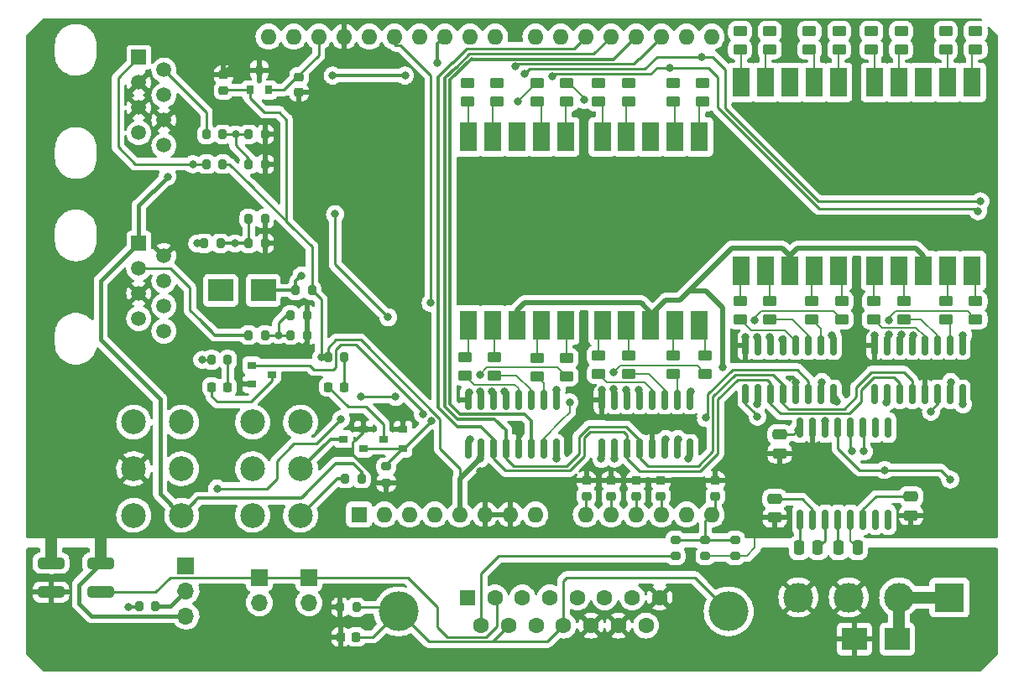
<source format=gtl>
%TF.GenerationSoftware,KiCad,Pcbnew,(5.99.0-11737-gca42f31bb5)*%
%TF.CreationDate,2021-09-24T22:34:58+02:00*%
%TF.ProjectId,Drucksensor,44727563-6b73-4656-9e73-6f722e6b6963,rev?*%
%TF.SameCoordinates,Original*%
%TF.FileFunction,Copper,L1,Top*%
%TF.FilePolarity,Positive*%
%FSLAX46Y46*%
G04 Gerber Fmt 4.6, Leading zero omitted, Abs format (unit mm)*
G04 Created by KiCad (PCBNEW (5.99.0-11737-gca42f31bb5)) date 2021-09-24 22:34:58*
%MOMM*%
%LPD*%
G01*
G04 APERTURE LIST*
G04 Aperture macros list*
%AMRoundRect*
0 Rectangle with rounded corners*
0 $1 Rounding radius*
0 $2 $3 $4 $5 $6 $7 $8 $9 X,Y pos of 4 corners*
0 Add a 4 corners polygon primitive as box body*
4,1,4,$2,$3,$4,$5,$6,$7,$8,$9,$2,$3,0*
0 Add four circle primitives for the rounded corners*
1,1,$1+$1,$2,$3*
1,1,$1+$1,$4,$5*
1,1,$1+$1,$6,$7*
1,1,$1+$1,$8,$9*
0 Add four rect primitives between the rounded corners*
20,1,$1+$1,$2,$3,$4,$5,0*
20,1,$1+$1,$4,$5,$6,$7,0*
20,1,$1+$1,$6,$7,$8,$9,0*
20,1,$1+$1,$8,$9,$2,$3,0*%
G04 Aperture macros list end*
%TA.AperFunction,SMDPad,CuDef*%
%ADD10RoundRect,0.225000X0.225000X0.250000X-0.225000X0.250000X-0.225000X-0.250000X0.225000X-0.250000X0*%
%TD*%
%TA.AperFunction,SMDPad,CuDef*%
%ADD11RoundRect,0.218750X-0.218750X-0.256250X0.218750X-0.256250X0.218750X0.256250X-0.218750X0.256250X0*%
%TD*%
%TA.AperFunction,SMDPad,CuDef*%
%ADD12RoundRect,0.250000X-0.450000X0.262500X-0.450000X-0.262500X0.450000X-0.262500X0.450000X0.262500X0*%
%TD*%
%TA.AperFunction,SMDPad,CuDef*%
%ADD13RoundRect,0.200000X-0.200000X-0.275000X0.200000X-0.275000X0.200000X0.275000X-0.200000X0.275000X0*%
%TD*%
%TA.AperFunction,SMDPad,CuDef*%
%ADD14RoundRect,0.225000X0.250000X-0.225000X0.250000X0.225000X-0.250000X0.225000X-0.250000X-0.225000X0*%
%TD*%
%TA.AperFunction,SMDPad,CuDef*%
%ADD15RoundRect,0.225000X-0.250000X0.225000X-0.250000X-0.225000X0.250000X-0.225000X0.250000X0.225000X0*%
%TD*%
%TA.AperFunction,SMDPad,CuDef*%
%ADD16RoundRect,0.250000X-1.075000X0.312500X-1.075000X-0.312500X1.075000X-0.312500X1.075000X0.312500X0*%
%TD*%
%TA.AperFunction,SMDPad,CuDef*%
%ADD17RoundRect,0.150000X-0.150000X0.825000X-0.150000X-0.825000X0.150000X-0.825000X0.150000X0.825000X0*%
%TD*%
%TA.AperFunction,ComponentPad*%
%ADD18R,1.500000X1.500000*%
%TD*%
%TA.AperFunction,ComponentPad*%
%ADD19C,1.500000*%
%TD*%
%TA.AperFunction,SMDPad,CuDef*%
%ADD20RoundRect,0.200000X0.200000X0.275000X-0.200000X0.275000X-0.200000X-0.275000X0.200000X-0.275000X0*%
%TD*%
%TA.AperFunction,SMDPad,CuDef*%
%ADD21RoundRect,0.250000X0.450000X-0.262500X0.450000X0.262500X-0.450000X0.262500X-0.450000X-0.262500X0*%
%TD*%
%TA.AperFunction,SMDPad,CuDef*%
%ADD22R,0.900000X0.800000*%
%TD*%
%TA.AperFunction,SMDPad,CuDef*%
%ADD23RoundRect,0.250000X0.250000X0.475000X-0.250000X0.475000X-0.250000X-0.475000X0.250000X-0.475000X0*%
%TD*%
%TA.AperFunction,SMDPad,CuDef*%
%ADD24R,2.500000X2.300000*%
%TD*%
%TA.AperFunction,SMDPad,CuDef*%
%ADD25RoundRect,0.200000X0.275000X-0.200000X0.275000X0.200000X-0.275000X0.200000X-0.275000X-0.200000X0*%
%TD*%
%TA.AperFunction,SMDPad,CuDef*%
%ADD26RoundRect,0.250000X-0.475000X0.250000X-0.475000X-0.250000X0.475000X-0.250000X0.475000X0.250000X0*%
%TD*%
%TA.AperFunction,SMDPad,CuDef*%
%ADD27RoundRect,0.250000X0.475000X-0.250000X0.475000X0.250000X-0.475000X0.250000X-0.475000X-0.250000X0*%
%TD*%
%TA.AperFunction,SMDPad,CuDef*%
%ADD28R,0.800000X0.900000*%
%TD*%
%TA.AperFunction,SMDPad,CuDef*%
%ADD29R,1.800000X3.000000*%
%TD*%
%TA.AperFunction,ComponentPad*%
%ADD30C,2.500000*%
%TD*%
%TA.AperFunction,SMDPad,CuDef*%
%ADD31RoundRect,0.200000X-0.275000X0.200000X-0.275000X-0.200000X0.275000X-0.200000X0.275000X0.200000X0*%
%TD*%
%TA.AperFunction,SMDPad,CuDef*%
%ADD32RoundRect,0.150000X0.150000X-0.875000X0.150000X0.875000X-0.150000X0.875000X-0.150000X-0.875000X0*%
%TD*%
%TA.AperFunction,ComponentPad*%
%ADD33R,1.700000X1.700000*%
%TD*%
%TA.AperFunction,ComponentPad*%
%ADD34O,1.700000X1.700000*%
%TD*%
%TA.AperFunction,ComponentPad*%
%ADD35C,4.000000*%
%TD*%
%TA.AperFunction,ComponentPad*%
%ADD36R,1.600000X1.600000*%
%TD*%
%TA.AperFunction,ComponentPad*%
%ADD37C,1.600000*%
%TD*%
%TA.AperFunction,ComponentPad*%
%ADD38O,1.600000X1.600000*%
%TD*%
%TA.AperFunction,ComponentPad*%
%ADD39C,3.000000*%
%TD*%
%TA.AperFunction,ComponentPad*%
%ADD40R,3.000000X3.000000*%
%TD*%
%TA.AperFunction,ViaPad*%
%ADD41C,0.800000*%
%TD*%
%TA.AperFunction,Conductor*%
%ADD42C,0.300000*%
%TD*%
%TA.AperFunction,Conductor*%
%ADD43C,0.250000*%
%TD*%
%TA.AperFunction,Conductor*%
%ADD44C,0.200000*%
%TD*%
%TA.AperFunction,Conductor*%
%ADD45C,0.400000*%
%TD*%
%TA.AperFunction,Conductor*%
%ADD46C,1.200000*%
%TD*%
%TA.AperFunction,Conductor*%
%ADD47C,0.500000*%
%TD*%
G04 APERTURE END LIST*
D10*
%TO.P,C106,1*%
%TO.N,Earth*%
X89775000Y-81000000D03*
%TO.P,C106,2*%
%TO.N,GNDPWR*%
X88225000Y-81000000D03*
%TD*%
D11*
%TO.P,D101,1,K*%
%TO.N,Net-(D101-Pad1)*%
X75212500Y-55750000D03*
%TO.P,D101,2,A*%
%TO.N,Net-(D101-Pad2)*%
X76787500Y-55750000D03*
%TD*%
D12*
%TO.P,R201,1*%
%TO.N,Net-(R201-Pad1)*%
X108000000Y-25087500D03*
%TO.P,R201,2*%
%TO.N,Net-(R201-Pad2)*%
X108000000Y-26912500D03*
%TD*%
D13*
%TO.P,R114,1*%
%TO.N,Net-(J104-Pad8)*%
X74425000Y-41250000D03*
%TO.P,R114,2*%
%TO.N,/Magnetron_Setpoint_ADC*%
X76075000Y-41250000D03*
%TD*%
%TO.P,R104,1*%
%TO.N,/Magnetron_Setpoint_ADC*%
X78925000Y-38750000D03*
%TO.P,R104,2*%
%TO.N,GND*%
X80575000Y-38750000D03*
%TD*%
%TO.P,R109,1*%
%TO.N,Net-(J104-Pad3)*%
X78925000Y-50500000D03*
%TO.P,R109,2*%
%TO.N,/Magnetron_ADC*%
X80575000Y-50500000D03*
%TD*%
D14*
%TO.P,C109,1*%
%TO.N,/Pirani_ADC*%
X113000000Y-66775000D03*
%TO.P,C109,2*%
%TO.N,GND*%
X113000000Y-65225000D03*
%TD*%
D15*
%TO.P,C113,1*%
%TO.N,Net-(A101-Pad30)*%
X84000000Y-24425000D03*
%TO.P,C113,2*%
%TO.N,GND*%
X84000000Y-25975000D03*
%TD*%
D16*
%TO.P,F101,1*%
%TO.N,GND*%
X64000000Y-73537500D03*
%TO.P,F101,2*%
%TO.N,/GND_Ref*%
X64000000Y-76462500D03*
%TD*%
D12*
%TO.P,R218,1*%
%TO.N,Net-(R218-Pad1)*%
X138500000Y-19837500D03*
%TO.P,R218,2*%
%TO.N,Net-(R218-Pad2)*%
X138500000Y-21662500D03*
%TD*%
D17*
%TO.P,U206,1,QB*%
%TO.N,Net-(R218-Pad1)*%
X137945000Y-51525000D03*
%TO.P,U206,2,QC*%
%TO.N,Net-(R219-Pad1)*%
X136675000Y-51525000D03*
%TO.P,U206,3,QD*%
%TO.N,Net-(R220-Pad1)*%
X135405000Y-51525000D03*
%TO.P,U206,4,QE*%
%TO.N,Net-(R221-Pad1)*%
X134135000Y-51525000D03*
%TO.P,U206,5,QF*%
%TO.N,Net-(R222-Pad1)*%
X132865000Y-51525000D03*
%TO.P,U206,6,QG*%
%TO.N,Net-(R223-Pad1)*%
X131595000Y-51525000D03*
%TO.P,U206,7,QH*%
%TO.N,Net-(R224-Pad1)*%
X130325000Y-51525000D03*
%TO.P,U206,8,GND*%
%TO.N,GND*%
X129055000Y-51525000D03*
%TO.P,U206,9,QH'*%
%TO.N,Net-(U206-Pad9)*%
X129055000Y-56475000D03*
%TO.P,U206,10,~SRCLR*%
%TO.N,+5V*%
X130325000Y-56475000D03*
%TO.P,U206,11,SRCLK*%
%TO.N,/7SegClk*%
X131595000Y-56475000D03*
%TO.P,U206,12,RCLK*%
%TO.N,/7SegEN*%
X132865000Y-56475000D03*
%TO.P,U206,13,~OE*%
%TO.N,GND*%
X134135000Y-56475000D03*
%TO.P,U206,14,SER*%
%TO.N,Net-(U204-Pad9)*%
X135405000Y-56475000D03*
%TO.P,U206,15,QA*%
%TO.N,Net-(R217-Pad1)*%
X136675000Y-56475000D03*
%TO.P,U206,16,VCC*%
%TO.N,+5V*%
X137945000Y-56475000D03*
%TD*%
D13*
%TO.P,R101,1*%
%TO.N,+5V*%
X75175000Y-53000000D03*
%TO.P,R101,2*%
%TO.N,Net-(D101-Pad2)*%
X76825000Y-53000000D03*
%TD*%
D18*
%TO.P,J103,1*%
%TO.N,/Pirani_Ident*%
X67850000Y-22467500D03*
D19*
%TO.P,J103,2*%
%TO.N,Net-(J103-Pad2)*%
X70390000Y-23737500D03*
%TO.P,J103,3*%
%TO.N,GND*%
X67850000Y-25007500D03*
%TO.P,J103,4*%
%TO.N,+24V*%
X70390000Y-26277500D03*
%TO.P,J103,5*%
%TO.N,GND*%
X67850000Y-27547500D03*
%TO.P,J103,6*%
X70390000Y-28817500D03*
%TO.P,J103,7*%
%TO.N,unconnected-(J103-Pad7)*%
X67850000Y-30087500D03*
%TO.P,J103,8*%
%TO.N,unconnected-(J103-Pad8)*%
X70390000Y-31357500D03*
%TD*%
D13*
%TO.P,R106,1*%
%TO.N,/Pirani_Ident*%
X74675000Y-33250000D03*
%TO.P,R106,2*%
%TO.N,+5V*%
X76325000Y-33250000D03*
%TD*%
D12*
%TO.P,R206,1*%
%TO.N,Net-(R206-Pad1)*%
X104000000Y-25087500D03*
%TO.P,R206,2*%
%TO.N,Net-(R206-Pad2)*%
X104000000Y-26912500D03*
%TD*%
D20*
%TO.P,R117,1*%
%TO.N,Earth*%
X89825000Y-78000000D03*
%TO.P,R117,2*%
%TO.N,GNDPWR*%
X88175000Y-78000000D03*
%TD*%
D13*
%TO.P,R110,1*%
%TO.N,/Magnetron_ADC*%
X83175000Y-50500000D03*
%TO.P,R110,2*%
%TO.N,GND*%
X84825000Y-50500000D03*
%TD*%
D21*
%TO.P,R205,1*%
%TO.N,Net-(R205-Pad1)*%
X100750000Y-54575000D03*
%TO.P,R205,2*%
%TO.N,Net-(R205-Pad2)*%
X100750000Y-52750000D03*
%TD*%
D13*
%TO.P,R102,1*%
%TO.N,/Pirani_ADC*%
X78925000Y-33250000D03*
%TO.P,R102,2*%
%TO.N,GND*%
X80575000Y-33250000D03*
%TD*%
D22*
%TO.P,Q101,1,G*%
%TO.N,/Magnetron_Enable*%
X90500000Y-61950000D03*
%TO.P,Q101,2,S*%
%TO.N,GND*%
X90500000Y-60050000D03*
%TO.P,Q101,3,D*%
%TO.N,Net-(Q101-Pad3)*%
X88500000Y-61000000D03*
%TD*%
D21*
%TO.P,R203,1*%
%TO.N,Net-(R203-Pad1)*%
X108000000Y-54662500D03*
%TO.P,R203,2*%
%TO.N,Net-(R203-Pad2)*%
X108000000Y-52837500D03*
%TD*%
%TO.P,R229,1*%
%TO.N,Net-(R229-Pad1)*%
X142000000Y-48912500D03*
%TO.P,R229,2*%
%TO.N,Net-(R229-Pad2)*%
X142000000Y-47087500D03*
%TD*%
D23*
%TO.P,C103,1*%
%TO.N,Net-(C103-Pad1)*%
X140350000Y-72000000D03*
%TO.P,C103,2*%
%TO.N,Net-(C103-Pad2)*%
X138450000Y-72000000D03*
%TD*%
D21*
%TO.P,R219,1*%
%TO.N,Net-(R219-Pad1)*%
X135750000Y-48912500D03*
%TO.P,R219,2*%
%TO.N,Net-(R219-Pad2)*%
X135750000Y-47087500D03*
%TD*%
D14*
%TO.P,C110,1*%
%TO.N,/Magnetron_ADC*%
X115500000Y-66775000D03*
%TO.P,C110,2*%
%TO.N,GND*%
X115500000Y-65225000D03*
%TD*%
D24*
%TO.P,D105,1,K*%
%TO.N,Net-(D105-Pad1)*%
X76100000Y-46000000D03*
%TO.P,D105,2,A*%
%TO.N,/Magnetron_Trip*%
X80400000Y-46000000D03*
%TD*%
D13*
%TO.P,R111,1*%
%TO.N,/Magnetron_Trip*%
X83675000Y-46000000D03*
%TO.P,R111,2*%
%TO.N,+5V*%
X85325000Y-46000000D03*
%TD*%
D25*
%TO.P,R122,1*%
%TO.N,GND*%
X92800000Y-65425000D03*
%TO.P,R122,2*%
%TO.N,/Magnetron_Enable*%
X92800000Y-63775000D03*
%TD*%
D18*
%TO.P,J104,1*%
%TO.N,+24V*%
X67850000Y-41217500D03*
D19*
%TO.P,J104,2*%
%TO.N,GND*%
X70390000Y-42487500D03*
%TO.P,J104,3*%
%TO.N,Net-(J104-Pad3)*%
X67850000Y-43757500D03*
%TO.P,J104,4*%
%TO.N,unconnected-(J104-Pad4)*%
X70390000Y-45027500D03*
%TO.P,J104,5*%
%TO.N,GND*%
X67850000Y-46297500D03*
%TO.P,J104,6*%
%TO.N,Net-(D105-Pad1)*%
X70390000Y-47567500D03*
%TO.P,J104,7*%
%TO.N,Net-(J104-Pad7)*%
X67850000Y-48837500D03*
%TO.P,J104,8*%
%TO.N,Net-(J104-Pad8)*%
X70390000Y-50107500D03*
%TD*%
D12*
%TO.P,R231,1*%
%TO.N,Net-(R231-Pad1)*%
X141750000Y-19837500D03*
%TO.P,R231,2*%
%TO.N,Net-(R231-Pad2)*%
X141750000Y-21662500D03*
%TD*%
D15*
%TO.P,C112,1*%
%TO.N,GND*%
X76400000Y-24225000D03*
%TO.P,C112,2*%
%TO.N,+5V*%
X76400000Y-25775000D03*
%TD*%
D12*
%TO.P,R209,1*%
%TO.N,Net-(R209-Pad1)*%
X121750000Y-25087500D03*
%TO.P,R209,2*%
%TO.N,Net-(R209-Pad2)*%
X121750000Y-26912500D03*
%TD*%
D14*
%TO.P,C108,1*%
%TO.N,/Pirani_Ident*%
X120500000Y-66775000D03*
%TO.P,C108,2*%
%TO.N,GND*%
X120500000Y-65225000D03*
%TD*%
D21*
%TO.P,R213,1*%
%TO.N,Net-(R213-Pad1)*%
X114250000Y-54412500D03*
%TO.P,R213,2*%
%TO.N,Net-(R213-Pad2)*%
X114250000Y-52587500D03*
%TD*%
%TO.P,R211,1*%
%TO.N,Net-(R211-Pad1)*%
X121750000Y-54412500D03*
%TO.P,R211,2*%
%TO.N,Net-(R211-Pad2)*%
X121750000Y-52587500D03*
%TD*%
D26*
%TO.P,C104,1*%
%TO.N,Net-(C104-Pad1)*%
X132000000Y-67050000D03*
%TO.P,C104,2*%
%TO.N,GND*%
X132000000Y-68950000D03*
%TD*%
%TO.P,C105,1*%
%TO.N,Net-(C105-Pad1)*%
X145750000Y-66800000D03*
%TO.P,C105,2*%
%TO.N,GND*%
X145750000Y-68700000D03*
%TD*%
D27*
%TO.P,C101,1*%
%TO.N,GND*%
X132500000Y-62450000D03*
%TO.P,C101,2*%
%TO.N,+5V*%
X132500000Y-60550000D03*
%TD*%
D23*
%TO.P,C102,1*%
%TO.N,Net-(C102-Pad1)*%
X136350000Y-72000000D03*
%TO.P,C102,2*%
%TO.N,Net-(C102-Pad2)*%
X134450000Y-72000000D03*
%TD*%
D14*
%TO.P,C107,1*%
%TO.N,/PumpAnalog_5V*%
X126000000Y-66775000D03*
%TO.P,C107,2*%
%TO.N,GND*%
X126000000Y-65225000D03*
%TD*%
D13*
%TO.P,R108,1*%
%TO.N,/Pirani_ADC*%
X78925000Y-30250000D03*
%TO.P,R108,2*%
%TO.N,GND*%
X80575000Y-30250000D03*
%TD*%
D28*
%TO.P,U101,1,IN*%
%TO.N,+5V*%
X79050000Y-25750000D03*
%TO.P,U101,2,OUT*%
%TO.N,Net-(A101-Pad30)*%
X80950000Y-25750000D03*
%TO.P,U101,3,GND*%
%TO.N,GND*%
X80000000Y-23750000D03*
%TD*%
D17*
%TO.P,U208,1,QB*%
%TO.N,Net-(R226-Pad1)*%
X150945000Y-51525000D03*
%TO.P,U208,2,QC*%
%TO.N,Net-(R227-Pad1)*%
X149675000Y-51525000D03*
%TO.P,U208,3,QD*%
%TO.N,Net-(R228-Pad1)*%
X148405000Y-51525000D03*
%TO.P,U208,4,QE*%
%TO.N,Net-(R229-Pad1)*%
X147135000Y-51525000D03*
%TO.P,U208,5,QF*%
%TO.N,Net-(R230-Pad1)*%
X145865000Y-51525000D03*
%TO.P,U208,6,QG*%
%TO.N,Net-(R231-Pad1)*%
X144595000Y-51525000D03*
%TO.P,U208,7,QH*%
%TO.N,Net-(R232-Pad1)*%
X143325000Y-51525000D03*
%TO.P,U208,8,GND*%
%TO.N,GND*%
X142055000Y-51525000D03*
%TO.P,U208,9,QH'*%
%TO.N,unconnected-(U208-Pad9)*%
X142055000Y-56475000D03*
%TO.P,U208,10,~SRCLR*%
%TO.N,+5V*%
X143325000Y-56475000D03*
%TO.P,U208,11,SRCLK*%
%TO.N,/7SegClk*%
X144595000Y-56475000D03*
%TO.P,U208,12,RCLK*%
%TO.N,/7SegEN*%
X145865000Y-56475000D03*
%TO.P,U208,13,~OE*%
%TO.N,GND*%
X147135000Y-56475000D03*
%TO.P,U208,14,SER*%
%TO.N,Net-(U206-Pad9)*%
X148405000Y-56475000D03*
%TO.P,U208,15,QA*%
%TO.N,Net-(R225-Pad1)*%
X149675000Y-56475000D03*
%TO.P,U208,16,VCC*%
%TO.N,+5V*%
X150945000Y-56475000D03*
%TD*%
D29*
%TO.P,U207,1,E*%
%TO.N,Net-(R229-Pad2)*%
X142100000Y-44000000D03*
%TO.P,U207,2,D*%
%TO.N,Net-(R228-Pad2)*%
X144550000Y-44000000D03*
%TO.P,U207,3,CA*%
%TO.N,+5V*%
X147000000Y-44000000D03*
%TO.P,U207,4,C*%
%TO.N,Net-(R227-Pad2)*%
X149450000Y-44000000D03*
%TO.P,U207,5,DP*%
%TO.N,Net-(R232-Pad2)*%
X151900000Y-44000000D03*
%TO.P,U207,6,B*%
%TO.N,Net-(R226-Pad2)*%
X151900000Y-25000000D03*
%TO.P,U207,7,A*%
%TO.N,Net-(R225-Pad2)*%
X149450000Y-25000000D03*
%TO.P,U207,8,CA*%
%TO.N,+5V*%
X147000000Y-25000000D03*
%TO.P,U207,9,F*%
%TO.N,Net-(R230-Pad2)*%
X144550000Y-25000000D03*
%TO.P,U207,10,G*%
%TO.N,Net-(R231-Pad2)*%
X142100000Y-25000000D03*
%TD*%
D13*
%TO.P,R103,1*%
%TO.N,/Magnetron_ADC*%
X83175000Y-48500000D03*
%TO.P,R103,2*%
%TO.N,GND*%
X84825000Y-48500000D03*
%TD*%
D17*
%TO.P,U202,1,QB*%
%TO.N,Net-(R202-Pad1)*%
X109945000Y-57025000D03*
%TO.P,U202,2,QC*%
%TO.N,Net-(R203-Pad1)*%
X108675000Y-57025000D03*
%TO.P,U202,3,QD*%
%TO.N,Net-(R204-Pad1)*%
X107405000Y-57025000D03*
%TO.P,U202,4,QE*%
%TO.N,Net-(R205-Pad1)*%
X106135000Y-57025000D03*
%TO.P,U202,5,QF*%
%TO.N,Net-(R206-Pad1)*%
X104865000Y-57025000D03*
%TO.P,U202,6,QG*%
%TO.N,Net-(R207-Pad1)*%
X103595000Y-57025000D03*
%TO.P,U202,7,QH*%
%TO.N,Net-(R208-Pad1)*%
X102325000Y-57025000D03*
%TO.P,U202,8,GND*%
%TO.N,GND*%
X101055000Y-57025000D03*
%TO.P,U202,9,QH'*%
%TO.N,Net-(U202-Pad9)*%
X101055000Y-61975000D03*
%TO.P,U202,10,~SRCLR*%
%TO.N,+5V*%
X102325000Y-61975000D03*
%TO.P,U202,11,SRCLK*%
%TO.N,/7SegClk*%
X103595000Y-61975000D03*
%TO.P,U202,12,RCLK*%
%TO.N,/7SegEN*%
X104865000Y-61975000D03*
%TO.P,U202,13,~OE*%
%TO.N,GND*%
X106135000Y-61975000D03*
%TO.P,U202,14,SER*%
%TO.N,/7SegData*%
X107405000Y-61975000D03*
%TO.P,U202,15,QA*%
%TO.N,Net-(R201-Pad1)*%
X108675000Y-61975000D03*
%TO.P,U202,16,VCC*%
%TO.N,+5V*%
X109945000Y-61975000D03*
%TD*%
D21*
%TO.P,R224,1*%
%TO.N,Net-(R224-Pad1)*%
X138750000Y-48912500D03*
%TO.P,R224,2*%
%TO.N,Net-(R224-Pad2)*%
X138750000Y-47087500D03*
%TD*%
D13*
%TO.P,R121,1*%
%TO.N,/Tacho*%
X67875000Y-77900000D03*
%TO.P,R121,2*%
%TO.N,Net-(J107-Pad2)*%
X69525000Y-77900000D03*
%TD*%
D22*
%TO.P,Q103,1,G*%
%TO.N,/EnableAll*%
X79250000Y-53550000D03*
%TO.P,Q103,2,S*%
%TO.N,GND*%
X79250000Y-55450000D03*
%TO.P,Q103,3,D*%
%TO.N,Net-(D101-Pad1)*%
X81250000Y-54500000D03*
%TD*%
D21*
%TO.P,R212,1*%
%TO.N,Net-(R212-Pad1)*%
X117250000Y-54412500D03*
%TO.P,R212,2*%
%TO.N,Net-(R212-Pad2)*%
X117250000Y-52587500D03*
%TD*%
%TO.P,R216,1*%
%TO.N,Net-(R216-Pad1)*%
X125000000Y-54412500D03*
%TO.P,R216,2*%
%TO.N,Net-(R216-Pad2)*%
X125000000Y-52587500D03*
%TD*%
D12*
%TO.P,R217,1*%
%TO.N,Net-(R217-Pad1)*%
X135500000Y-19837500D03*
%TO.P,R217,2*%
%TO.N,Net-(R217-Pad2)*%
X135500000Y-21662500D03*
%TD*%
D21*
%TO.P,R228,1*%
%TO.N,Net-(R228-Pad1)*%
X145000000Y-48912500D03*
%TO.P,R228,2*%
%TO.N,Net-(R228-Pad2)*%
X145000000Y-47087500D03*
%TD*%
D24*
%TO.P,D103,1,K*%
%TO.N,/24_Ext*%
X144350000Y-81200000D03*
%TO.P,D103,2,A*%
%TO.N,GNDPWR*%
X140050000Y-81200000D03*
%TD*%
D12*
%TO.P,R202,1*%
%TO.N,Net-(R202-Pad1)*%
X111000000Y-25087500D03*
%TO.P,R202,2*%
%TO.N,Net-(R202-Pad2)*%
X111000000Y-26912500D03*
%TD*%
%TO.P,R226,1*%
%TO.N,Net-(R226-Pad1)*%
X152250000Y-19837500D03*
%TO.P,R226,2*%
%TO.N,Net-(R226-Pad2)*%
X152250000Y-21662500D03*
%TD*%
D22*
%TO.P,Q102,1,G*%
%TO.N,/Magnetron_Enable*%
X94500000Y-61950000D03*
%TO.P,Q102,2,S*%
%TO.N,GND*%
X94500000Y-60050000D03*
%TO.P,Q102,3,D*%
%TO.N,Net-(D106-Pad1)*%
X92500000Y-61000000D03*
%TD*%
D12*
%TO.P,R214,1*%
%TO.N,Net-(R214-Pad1)*%
X117250000Y-25087500D03*
%TO.P,R214,2*%
%TO.N,Net-(R214-Pad2)*%
X117250000Y-26912500D03*
%TD*%
D29*
%TO.P,U203,1,E*%
%TO.N,Net-(R213-Pad2)*%
X114600000Y-49500000D03*
%TO.P,U203,2,D*%
%TO.N,Net-(R212-Pad2)*%
X117050000Y-49500000D03*
%TO.P,U203,3,CA*%
%TO.N,+5V*%
X119500000Y-49500000D03*
%TO.P,U203,4,C*%
%TO.N,Net-(R211-Pad2)*%
X121950000Y-49500000D03*
%TO.P,U203,5,DP*%
%TO.N,Net-(R216-Pad2)*%
X124400000Y-49500000D03*
%TO.P,U203,6,B*%
%TO.N,Net-(R210-Pad2)*%
X124400000Y-30500000D03*
%TO.P,U203,7,A*%
%TO.N,Net-(R209-Pad2)*%
X121950000Y-30500000D03*
%TO.P,U203,8,CA*%
%TO.N,+5V*%
X119500000Y-30500000D03*
%TO.P,U203,9,F*%
%TO.N,Net-(R214-Pad2)*%
X117050000Y-30500000D03*
%TO.P,U203,10,G*%
%TO.N,Net-(R215-Pad2)*%
X114600000Y-30500000D03*
%TD*%
D21*
%TO.P,R227,1*%
%TO.N,Net-(R227-Pad1)*%
X149250000Y-48912500D03*
%TO.P,R227,2*%
%TO.N,Net-(R227-Pad2)*%
X149250000Y-47087500D03*
%TD*%
%TO.P,R232,1*%
%TO.N,Net-(R232-Pad1)*%
X152250000Y-48912500D03*
%TO.P,R232,2*%
%TO.N,Net-(R232-Pad2)*%
X152250000Y-47087500D03*
%TD*%
D12*
%TO.P,R225,1*%
%TO.N,Net-(R225-Pad1)*%
X149250000Y-19837500D03*
%TO.P,R225,2*%
%TO.N,Net-(R225-Pad2)*%
X149250000Y-21662500D03*
%TD*%
%TO.P,R223,1*%
%TO.N,Net-(R223-Pad1)*%
X128500000Y-19837500D03*
%TO.P,R223,2*%
%TO.N,Net-(R223-Pad2)*%
X128500000Y-21662500D03*
%TD*%
D21*
%TO.P,R221,1*%
%TO.N,Net-(R221-Pad1)*%
X128500000Y-48912500D03*
%TO.P,R221,2*%
%TO.N,Net-(R221-Pad2)*%
X128500000Y-47087500D03*
%TD*%
D29*
%TO.P,U201,1,E*%
%TO.N,Net-(R205-Pad2)*%
X101100000Y-49500000D03*
%TO.P,U201,2,D*%
%TO.N,Net-(R204-Pad2)*%
X103550000Y-49500000D03*
%TO.P,U201,3,CA*%
%TO.N,+5V*%
X106000000Y-49500000D03*
%TO.P,U201,4,C*%
%TO.N,Net-(R203-Pad2)*%
X108450000Y-49500000D03*
%TO.P,U201,5,DP*%
%TO.N,Net-(R208-Pad2)*%
X110900000Y-49500000D03*
%TO.P,U201,6,B*%
%TO.N,Net-(R202-Pad2)*%
X110900000Y-30500000D03*
%TO.P,U201,7,A*%
%TO.N,Net-(R201-Pad2)*%
X108450000Y-30500000D03*
%TO.P,U201,8,CA*%
%TO.N,+5V*%
X106000000Y-30500000D03*
%TO.P,U201,9,F*%
%TO.N,Net-(R206-Pad2)*%
X103550000Y-30500000D03*
%TO.P,U201,10,G*%
%TO.N,Net-(R207-Pad2)*%
X101100000Y-30500000D03*
%TD*%
D30*
%TO.P,SW102,1,A*%
%TO.N,unconnected-(SW102-Pad1)*%
X84165000Y-59300000D03*
%TO.P,SW102,2,B*%
%TO.N,Net-(Q101-Pad3)*%
X84165000Y-64000000D03*
%TO.P,SW102,3,C*%
%TO.N,Net-(J104-Pad7)*%
X84165000Y-68700000D03*
%TO.P,SW102,4*%
%TO.N,N/C*%
X79335000Y-59300000D03*
%TO.P,SW102,5*%
X79335000Y-64000000D03*
%TO.P,SW102,6*%
X79335000Y-68700000D03*
%TD*%
D13*
%TO.P,R115,1*%
%TO.N,/Magnetron_Setpoint_ADC*%
X78925000Y-41250000D03*
%TO.P,R115,2*%
%TO.N,GND*%
X80575000Y-41250000D03*
%TD*%
D12*
%TO.P,R210,1*%
%TO.N,Net-(R210-Pad1)*%
X124750000Y-25087500D03*
%TO.P,R210,2*%
%TO.N,Net-(R210-Pad2)*%
X124750000Y-26912500D03*
%TD*%
D31*
%TO.P,R119,1*%
%TO.N,/PumpAnalog_5V*%
X125000000Y-71175000D03*
%TO.P,R119,2*%
%TO.N,GND*%
X125000000Y-72825000D03*
%TD*%
D12*
%TO.P,R207,1*%
%TO.N,Net-(R207-Pad1)*%
X101000000Y-25087500D03*
%TO.P,R207,2*%
%TO.N,Net-(R207-Pad2)*%
X101000000Y-26912500D03*
%TD*%
%TO.P,R230,1*%
%TO.N,Net-(R230-Pad1)*%
X144750000Y-19837500D03*
%TO.P,R230,2*%
%TO.N,Net-(R230-Pad2)*%
X144750000Y-21662500D03*
%TD*%
D21*
%TO.P,R208,1*%
%TO.N,Net-(R208-Pad1)*%
X111000000Y-54662500D03*
%TO.P,R208,2*%
%TO.N,Net-(R208-Pad2)*%
X111000000Y-52837500D03*
%TD*%
D31*
%TO.P,R120,1*%
%TO.N,/PumpAnalog_5V*%
X128000000Y-71175000D03*
%TO.P,R120,2*%
%TO.N,GND*%
X128000000Y-72825000D03*
%TD*%
D12*
%TO.P,R215,1*%
%TO.N,Net-(R215-Pad1)*%
X114250000Y-25087500D03*
%TO.P,R215,2*%
%TO.N,Net-(R215-Pad2)*%
X114250000Y-26912500D03*
%TD*%
D29*
%TO.P,U205,1,E*%
%TO.N,Net-(R221-Pad2)*%
X128600000Y-44000000D03*
%TO.P,U205,2,D*%
%TO.N,Net-(R220-Pad2)*%
X131050000Y-44000000D03*
%TO.P,U205,3,CA*%
%TO.N,+5V*%
X133500000Y-44000000D03*
%TO.P,U205,4,C*%
%TO.N,Net-(R219-Pad2)*%
X135950000Y-44000000D03*
%TO.P,U205,5,DP*%
%TO.N,Net-(R224-Pad2)*%
X138400000Y-44000000D03*
%TO.P,U205,6,B*%
%TO.N,Net-(R218-Pad2)*%
X138400000Y-25000000D03*
%TO.P,U205,7,A*%
%TO.N,Net-(R217-Pad2)*%
X135950000Y-25000000D03*
%TO.P,U205,8,CA*%
%TO.N,+5V*%
X133500000Y-25000000D03*
%TO.P,U205,9,F*%
%TO.N,Net-(R222-Pad2)*%
X131050000Y-25000000D03*
%TO.P,U205,10,G*%
%TO.N,Net-(R223-Pad2)*%
X128600000Y-25000000D03*
%TD*%
D14*
%TO.P,C111,1*%
%TO.N,/Magnetron_Setpoint_ADC*%
X118000000Y-66775000D03*
%TO.P,C111,2*%
%TO.N,GND*%
X118000000Y-65225000D03*
%TD*%
D31*
%TO.P,R118,1*%
%TO.N,/PumpAnalog_5V*%
X122000000Y-71175000D03*
%TO.P,R118,2*%
%TO.N,/PumpAnalog*%
X122000000Y-72825000D03*
%TD*%
D13*
%TO.P,R113,1*%
%TO.N,+5V*%
X86925000Y-52750000D03*
%TO.P,R113,2*%
%TO.N,Net-(D106-Pad2)*%
X88575000Y-52750000D03*
%TD*%
D17*
%TO.P,U204,1,QB*%
%TO.N,Net-(R210-Pad1)*%
X123445000Y-57025000D03*
%TO.P,U204,2,QC*%
%TO.N,Net-(R211-Pad1)*%
X122175000Y-57025000D03*
%TO.P,U204,3,QD*%
%TO.N,Net-(R212-Pad1)*%
X120905000Y-57025000D03*
%TO.P,U204,4,QE*%
%TO.N,Net-(R213-Pad1)*%
X119635000Y-57025000D03*
%TO.P,U204,5,QF*%
%TO.N,Net-(R214-Pad1)*%
X118365000Y-57025000D03*
%TO.P,U204,6,QG*%
%TO.N,Net-(R215-Pad1)*%
X117095000Y-57025000D03*
%TO.P,U204,7,QH*%
%TO.N,Net-(R216-Pad1)*%
X115825000Y-57025000D03*
%TO.P,U204,8,GND*%
%TO.N,GND*%
X114555000Y-57025000D03*
%TO.P,U204,9,QH'*%
%TO.N,Net-(U204-Pad9)*%
X114555000Y-61975000D03*
%TO.P,U204,10,~SRCLR*%
%TO.N,+5V*%
X115825000Y-61975000D03*
%TO.P,U204,11,SRCLK*%
%TO.N,/7SegClk*%
X117095000Y-61975000D03*
%TO.P,U204,12,RCLK*%
%TO.N,/7SegEN*%
X118365000Y-61975000D03*
%TO.P,U204,13,~OE*%
%TO.N,GND*%
X119635000Y-61975000D03*
%TO.P,U204,14,SER*%
%TO.N,Net-(U202-Pad9)*%
X120905000Y-61975000D03*
%TO.P,U204,15,QA*%
%TO.N,Net-(R209-Pad1)*%
X122175000Y-61975000D03*
%TO.P,U204,16,VCC*%
%TO.N,+5V*%
X123445000Y-61975000D03*
%TD*%
D16*
%TO.P,F102,1*%
%TO.N,GND*%
X59000000Y-73537500D03*
%TO.P,F102,2*%
%TO.N,GNDPWR*%
X59000000Y-76462500D03*
%TD*%
D21*
%TO.P,R204,1*%
%TO.N,Net-(R204-Pad1)*%
X103750000Y-54575000D03*
%TO.P,R204,2*%
%TO.N,Net-(R204-Pad2)*%
X103750000Y-52750000D03*
%TD*%
D13*
%TO.P,R107,1*%
%TO.N,Net-(J103-Pad2)*%
X74675000Y-30250000D03*
%TO.P,R107,2*%
%TO.N,/Pirani_ADC*%
X76325000Y-30250000D03*
%TD*%
D32*
%TO.P,U102,1,C1+*%
%TO.N,Net-(C102-Pad2)*%
X134555000Y-69150000D03*
%TO.P,U102,2,VS+*%
%TO.N,Net-(C104-Pad1)*%
X135825000Y-69150000D03*
%TO.P,U102,3,C1-*%
%TO.N,Net-(C102-Pad1)*%
X137095000Y-69150000D03*
%TO.P,U102,4,C2+*%
%TO.N,Net-(C103-Pad2)*%
X138365000Y-69150000D03*
%TO.P,U102,5,C2-*%
%TO.N,Net-(C103-Pad1)*%
X139635000Y-69150000D03*
%TO.P,U102,6,VS-*%
%TO.N,Net-(C105-Pad1)*%
X140905000Y-69150000D03*
%TO.P,U102,7,T2OUT*%
%TO.N,unconnected-(U102-Pad7)*%
X142175000Y-69150000D03*
%TO.P,U102,8,R2IN*%
%TO.N,unconnected-(U102-Pad8)*%
X143445000Y-69150000D03*
%TO.P,U102,9,R2OUT*%
%TO.N,unconnected-(U102-Pad9)*%
X143445000Y-59850000D03*
%TO.P,U102,10,T2IN*%
%TO.N,unconnected-(U102-Pad10)*%
X142175000Y-59850000D03*
%TO.P,U102,11,T1IN*%
%TO.N,/TX_2*%
X140905000Y-59850000D03*
%TO.P,U102,12,R1OUT*%
%TO.N,/RX_2*%
X139635000Y-59850000D03*
%TO.P,U102,13,R1IN*%
%TO.N,/RS232_RX*%
X138365000Y-59850000D03*
%TO.P,U102,14,T1OUT*%
%TO.N,/RS232_TX*%
X137095000Y-59850000D03*
%TO.P,U102,15,GND*%
%TO.N,GND*%
X135825000Y-59850000D03*
%TO.P,U102,16,VCC*%
%TO.N,+5V*%
X134555000Y-59850000D03*
%TD*%
D12*
%TO.P,R222,1*%
%TO.N,Net-(R222-Pad1)*%
X131500000Y-19837500D03*
%TO.P,R222,2*%
%TO.N,Net-(R222-Pad2)*%
X131500000Y-21662500D03*
%TD*%
D30*
%TO.P,SW101,1*%
%TO.N,N/C*%
X72165000Y-59300000D03*
%TO.P,SW101,2,2*%
%TO.N,/24_Ext*%
X72165000Y-64000000D03*
%TO.P,SW101,3,3*%
%TO.N,+24V*%
X72165000Y-68700000D03*
%TO.P,SW101,4*%
%TO.N,N/C*%
X67335000Y-59300000D03*
%TO.P,SW101,5,5*%
%TO.N,GND*%
X67335000Y-64000000D03*
%TO.P,SW101,6,6*%
%TO.N,/Main_ON*%
X67335000Y-68700000D03*
%TD*%
D11*
%TO.P,D106,1,K*%
%TO.N,Net-(D106-Pad1)*%
X86962500Y-55750000D03*
%TO.P,D106,2,A*%
%TO.N,Net-(D106-Pad2)*%
X88537500Y-55750000D03*
%TD*%
D21*
%TO.P,R220,1*%
%TO.N,Net-(R220-Pad1)*%
X131500000Y-48912500D03*
%TO.P,R220,2*%
%TO.N,Net-(R220-Pad2)*%
X131500000Y-47087500D03*
%TD*%
D20*
%TO.P,R112,1*%
%TO.N,+24V*%
X90325000Y-65000000D03*
%TO.P,R112,2*%
%TO.N,Net-(J104-Pad7)*%
X88675000Y-65000000D03*
%TD*%
D33*
%TO.P,J106,1,Pin_1*%
%TO.N,/GND_Ref*%
X85000000Y-75000000D03*
D34*
%TO.P,J106,2,Pin_2*%
%TO.N,/Serial*%
X85000000Y-77540000D03*
%TD*%
D35*
%TO.P,J105,0,PAD*%
%TO.N,Earth*%
X127345000Y-78420000D03*
X94045000Y-78420000D03*
D36*
%TO.P,J105,1,1*%
%TO.N,/24_Ext*%
X101000000Y-77000000D03*
D37*
%TO.P,J105,2,2*%
%TO.N,/GND_Ref*%
X103770000Y-77000000D03*
%TO.P,J105,3,3*%
%TO.N,/Start*%
X106540000Y-77000000D03*
%TO.P,J105,4,4*%
%TO.N,/RS232_TX*%
X109310000Y-77000000D03*
%TO.P,J105,5,5*%
%TO.N,/Serial*%
X112080000Y-77000000D03*
%TO.P,J105,6,6*%
%TO.N,/24_Ext*%
X114850000Y-77000000D03*
%TO.P,J105,7,7*%
%TO.N,/RS232_RX*%
X117620000Y-77000000D03*
%TO.P,J105,8,8*%
%TO.N,GNDPWR*%
X120390000Y-77000000D03*
%TO.P,J105,9,P9*%
%TO.N,/PumpAnalog*%
X102385000Y-79840000D03*
%TO.P,J105,10,P10*%
%TO.N,Earth*%
X105155000Y-79840000D03*
%TO.P,J105,11,P111*%
%TO.N,/24_Ext*%
X107925000Y-79840000D03*
%TO.P,J105,12,P12*%
%TO.N,Earth*%
X110695000Y-79840000D03*
%TO.P,J105,13,P13*%
%TO.N,GNDPWR*%
X113465000Y-79840000D03*
%TO.P,J105,14,P14*%
X116235000Y-79840000D03*
%TO.P,J105,15,P15*%
%TO.N,unconnected-(J105-Pad15)*%
X119005000Y-79840000D03*
%TD*%
D33*
%TO.P,J107,1,Pin_1*%
%TO.N,/24_Ext*%
X72600000Y-73800000D03*
D34*
%TO.P,J107,2,Pin_2*%
%TO.N,Net-(J107-Pad2)*%
X72600000Y-76340000D03*
%TO.P,J107,3,Pin_3*%
%TO.N,GND*%
X72600000Y-78880000D03*
%TD*%
D33*
%TO.P,J102,1,Pin_1*%
%TO.N,/GND_Ref*%
X80000000Y-75000000D03*
D34*
%TO.P,J102,2,Pin_2*%
%TO.N,/Start*%
X80000000Y-77540000D03*
%TD*%
D36*
%TO.P,A101,1,NC*%
%TO.N,unconnected-(A101-Pad1)*%
X90075000Y-68630000D03*
D38*
%TO.P,A101,2,IOREF*%
%TO.N,unconnected-(A101-Pad2)*%
X92615000Y-68630000D03*
%TO.P,A101,3,~RESET*%
%TO.N,unconnected-(A101-Pad3)*%
X95155000Y-68630000D03*
%TO.P,A101,4,3V3*%
%TO.N,unconnected-(A101-Pad4)*%
X97695000Y-68630000D03*
%TO.P,A101,5,+5V*%
%TO.N,+5V*%
X100235000Y-68630000D03*
%TO.P,A101,6,GND*%
%TO.N,GND*%
X102775000Y-68630000D03*
%TO.P,A101,7,GND*%
X105315000Y-68630000D03*
%TO.P,A101,8,VIN*%
%TO.N,unconnected-(A101-Pad8)*%
X107855000Y-68630000D03*
%TO.P,A101,9,A0*%
%TO.N,/Pirani_ADC*%
X112935000Y-68630000D03*
%TO.P,A101,10,A1*%
%TO.N,/Magnetron_ADC*%
X115475000Y-68630000D03*
%TO.P,A101,11,A2*%
%TO.N,/Magnetron_Setpoint_ADC*%
X118015000Y-68630000D03*
%TO.P,A101,12,A3*%
%TO.N,/Pirani_Ident*%
X120555000Y-68630000D03*
%TO.P,A101,13,SDA/A4*%
%TO.N,unconnected-(A101-Pad13)*%
X123095000Y-68630000D03*
%TO.P,A101,14,SCL/A5*%
%TO.N,/PumpAnalog_5V*%
X125635000Y-68630000D03*
%TO.P,A101,15,D0/RX*%
%TO.N,/TX*%
X125635000Y-20370000D03*
%TO.P,A101,16,D1/TX*%
%TO.N,/RX*%
X123095000Y-20370000D03*
%TO.P,A101,17,D2*%
%TO.N,/Tacho*%
X120555000Y-20370000D03*
%TO.P,A101,18,D3*%
%TO.N,/7SegData*%
X118015000Y-20370000D03*
%TO.P,A101,19,D4*%
%TO.N,/7SegEN*%
X115475000Y-20370000D03*
%TO.P,A101,20,D5*%
%TO.N,/7SegClk*%
X112935000Y-20370000D03*
%TO.P,A101,21,D6*%
%TO.N,/EnableAll*%
X110395000Y-20370000D03*
%TO.P,A101,22,D7*%
%TO.N,/Magnetron_Enable*%
X107855000Y-20370000D03*
%TO.P,A101,23,D8*%
%TO.N,/TX_2*%
X103795000Y-20370000D03*
%TO.P,A101,24,D9*%
%TO.N,/RX_2*%
X101255000Y-20370000D03*
%TO.P,A101,25,D10*%
%TO.N,/Magnetron_Trip*%
X98715000Y-20370000D03*
%TO.P,A101,26,D11*%
%TO.N,unconnected-(A101-Pad26)*%
X96175000Y-20370000D03*
%TO.P,A101,27,D12*%
%TO.N,/Main_ON*%
X93635000Y-20370000D03*
%TO.P,A101,28,D13*%
%TO.N,unconnected-(A101-Pad28)*%
X91095000Y-20370000D03*
%TO.P,A101,29,GND*%
%TO.N,GND*%
X88555000Y-20370000D03*
%TO.P,A101,30,AREF*%
%TO.N,Net-(A101-Pad30)*%
X86015000Y-20370000D03*
%TO.P,A101,31,SDA/A4*%
%TO.N,unconnected-(A101-Pad31)*%
X83475000Y-20370000D03*
%TO.P,A101,32,SCL/A5*%
%TO.N,unconnected-(A101-Pad32)*%
X80935000Y-20370000D03*
%TD*%
D39*
%TO.P,J101,1,Pin_1*%
%TO.N,/24_Ext*%
X144540000Y-77000000D03*
D40*
X149620000Y-77000000D03*
D39*
%TO.P,J101,2,Pin_2*%
%TO.N,GNDPWR*%
X134380000Y-77000000D03*
X139460000Y-77000000D03*
%TD*%
D41*
%TO.N,/Tacho*%
X66800000Y-78000000D03*
X87400000Y-24300000D03*
X94700000Y-24300000D03*
X105800000Y-23396519D03*
%TO.N,/EnableAll*%
X96500000Y-58500000D03*
%TO.N,GND*%
X103250000Y-64250000D03*
X129050000Y-50700000D03*
X142050000Y-50550000D03*
X114550000Y-56000000D03*
X134150000Y-55300000D03*
X90500000Y-59000000D03*
X122650000Y-58950000D03*
X77000000Y-23750000D03*
X94500000Y-59000000D03*
X102250000Y-64250000D03*
X78100000Y-54400000D03*
X129750000Y-69000000D03*
X123750000Y-58950000D03*
X106250000Y-60500000D03*
X101212299Y-56312299D03*
X96900000Y-62250000D03*
X82250000Y-41250000D03*
%TO.N,/Magnetron_Enable*%
X97362701Y-59137299D03*
%TO.N,/TX_2*%
X141000000Y-62250000D03*
X106800000Y-24100000D03*
X152750000Y-37000000D03*
X124600000Y-22400000D03*
%TO.N,/RX_2*%
X121400000Y-23500000D03*
X109600000Y-24400000D03*
X152500000Y-38000000D03*
X139750000Y-62250000D03*
%TO.N,/Pirani_ADC*%
X77600000Y-30250000D03*
X93000000Y-48700000D03*
X87650000Y-38300000D03*
%TO.N,/Magnetron_Trip*%
X98000000Y-23000000D03*
X84250000Y-44500000D03*
%TO.N,/Magnetron_ADC*%
X81950000Y-50500000D03*
%TO.N,/Magnetron_Setpoint_ADC*%
X77550000Y-41250000D03*
%TO.N,/Pirani_Ident*%
X73300000Y-33250000D03*
%TO.N,+24V*%
X70750000Y-34500000D03*
%TO.N,+5V*%
X119500000Y-30500000D03*
X138250000Y-57250000D03*
X133500000Y-25000000D03*
X151000000Y-57500000D03*
X147000000Y-44000000D03*
X102250000Y-63000000D03*
X133500000Y-44000000D03*
X119500000Y-49500000D03*
X74250000Y-53000000D03*
X115825000Y-62974500D03*
X106000000Y-30500000D03*
X130250000Y-57500000D03*
X126750000Y-53750000D03*
X106000000Y-49500000D03*
X143250000Y-57275500D03*
X134327500Y-60077500D03*
X86250000Y-52750000D03*
X110000000Y-63000000D03*
X147000000Y-25000000D03*
X123250000Y-63000000D03*
%TO.N,Net-(D105-Pad1)*%
X75250000Y-46000000D03*
%TO.N,Net-(J104-Pad8)*%
X73750000Y-41250000D03*
%TO.N,Net-(R201-Pad1)*%
X106100000Y-26900000D03*
X111300000Y-57300000D03*
%TO.N,Net-(R202-Pad1)*%
X112762299Y-26762299D03*
X110000000Y-56000000D03*
%TO.N,Net-(R206-Pad1)*%
X104000000Y-25087500D03*
X104750000Y-56250000D03*
%TO.N,Net-(R207-Pad1)*%
X101000000Y-25000000D03*
X103500000Y-56199500D03*
%TO.N,Net-(R208-Pad1)*%
X102250000Y-54500000D03*
X102250000Y-56199500D03*
%TO.N,Net-(R209-Pad1)*%
X121750000Y-25000000D03*
X122250000Y-61000000D03*
%TO.N,Net-(R210-Pad1)*%
X123500000Y-56250000D03*
X124750000Y-25087500D03*
%TO.N,Net-(R214-Pad1)*%
X117250000Y-25087500D03*
X118250000Y-56000000D03*
%TO.N,Net-(R215-Pad1)*%
X117000000Y-56000000D03*
X114250000Y-25000000D03*
%TO.N,Net-(R216-Pad1)*%
X115750000Y-55949500D03*
X115750000Y-54250000D03*
%TO.N,Net-(R217-Pad1)*%
X136750000Y-55250000D03*
X135500000Y-19750000D03*
%TO.N,Net-(R218-Pad1)*%
X137750000Y-50500000D03*
X138500000Y-19837500D03*
%TO.N,Net-(R222-Pad1)*%
X132750000Y-51000000D03*
X131500000Y-19837500D03*
%TO.N,Net-(R223-Pad1)*%
X128500000Y-19750000D03*
X131500000Y-50699500D03*
%TO.N,Net-(R224-Pad1)*%
X130000000Y-49000000D03*
X130250000Y-50699500D03*
%TO.N,Net-(R225-Pad1)*%
X149750000Y-55250000D03*
X149250000Y-19750000D03*
%TO.N,Net-(R226-Pad1)*%
X151000000Y-50500000D03*
X152250000Y-19837500D03*
%TO.N,Net-(R230-Pad1)*%
X144750000Y-19837500D03*
X146000000Y-50500000D03*
%TO.N,Net-(R231-Pad1)*%
X144750000Y-50449500D03*
X141750000Y-19750000D03*
%TO.N,Net-(R232-Pad1)*%
X143500000Y-50449500D03*
X143500000Y-49000000D03*
%TO.N,Net-(U202-Pad9)*%
X101250000Y-61000000D03*
X121000000Y-61000000D03*
%TO.N,Net-(U204-Pad9)*%
X114500000Y-63000000D03*
X125025500Y-58875000D03*
%TO.N,Net-(U206-Pad9)*%
X147750000Y-58250000D03*
X130250000Y-58750000D03*
%TO.N,/RS232_TX*%
X137100000Y-59174020D03*
%TO.N,/RS232_RX*%
X149700000Y-65100000D03*
X143074007Y-64148013D03*
%TO.N,/Main_ON*%
X93750000Y-56750000D03*
X75750000Y-66000000D03*
X97287266Y-47250000D03*
X88250000Y-59000000D03*
X90250000Y-56750000D03*
%TD*%
D42*
%TO.N,/7SegData*%
X99250000Y-24750000D02*
X101400000Y-22600000D01*
X115737981Y-22647019D02*
X118015000Y-20370000D01*
X107405000Y-61975000D02*
X107405000Y-59155000D01*
X106750000Y-58500000D02*
X100250000Y-58500000D01*
X99250000Y-57500000D02*
X99250000Y-24750000D01*
X101400000Y-22600000D02*
X101447019Y-22647019D01*
X100250000Y-58500000D02*
X99250000Y-57500000D01*
X107405000Y-59155000D02*
X106750000Y-58500000D01*
X101447019Y-22647019D02*
X115737981Y-22647019D01*
D43*
%TO.N,/7SegClk*%
X124500000Y-64250000D02*
X118395000Y-64250000D01*
X131250000Y-55000000D02*
X128250000Y-55000000D01*
X131595000Y-55345000D02*
X131250000Y-55000000D01*
X112750000Y-62750000D02*
X111300480Y-64199520D01*
X111300480Y-64199520D02*
X104844520Y-64199520D01*
X117095000Y-60595000D02*
X116750000Y-60250000D01*
X116750000Y-60250000D02*
X113385718Y-60250000D01*
X140750000Y-56000000D02*
X142000000Y-54750000D01*
X128250000Y-55000000D02*
X126250000Y-57000000D01*
X112750000Y-60885718D02*
X112750000Y-62750000D01*
X117095000Y-62950000D02*
X117095000Y-61975000D01*
X131595000Y-56475000D02*
X131595000Y-57450000D01*
X131595000Y-56475000D02*
X131595000Y-57345000D01*
D42*
X100000000Y-59750000D02*
X102345000Y-59750000D01*
X99500000Y-23000000D02*
X98036766Y-24463234D01*
D43*
X113385718Y-60250000D02*
X112750000Y-60885718D01*
X126250000Y-62500000D02*
X124500000Y-64250000D01*
X104844520Y-64199520D02*
X103595000Y-62950000D01*
X144595000Y-55345000D02*
X144595000Y-56475000D01*
X131595000Y-56475000D02*
X131595000Y-55345000D01*
X142000000Y-54750000D02*
X144000000Y-54750000D01*
X111752500Y-21552500D02*
X112935000Y-20370000D01*
X140750000Y-57250000D02*
X140750000Y-56000000D01*
X126250000Y-57000000D02*
X126250000Y-62500000D01*
D42*
X103595000Y-61000000D02*
X103595000Y-61975000D01*
X98036766Y-57786766D02*
X100000000Y-59750000D01*
D43*
X100947500Y-21552500D02*
X111752500Y-21552500D01*
X132594520Y-58449520D02*
X139550480Y-58449520D01*
D42*
X102345000Y-59750000D02*
X103595000Y-61000000D01*
D43*
X103595000Y-62950000D02*
X103595000Y-61975000D01*
X131595000Y-57450000D02*
X132594520Y-58449520D01*
X118395000Y-64250000D02*
X117095000Y-62950000D01*
X144000000Y-54750000D02*
X144595000Y-55345000D01*
X117095000Y-61975000D02*
X117095000Y-60595000D01*
D42*
X98036766Y-24463234D02*
X98036766Y-57786766D01*
D43*
X99500000Y-23000000D02*
X100947500Y-21552500D01*
X139550480Y-58449520D02*
X140750000Y-57250000D01*
%TO.N,/7SegEN*%
X112250000Y-62500000D02*
X111000000Y-63750000D01*
X133415000Y-58000000D02*
X139000000Y-58000000D01*
X117000000Y-59750000D02*
X113250000Y-59750000D01*
X99793572Y-23500000D02*
X99800000Y-23500000D01*
X99800000Y-23500000D02*
X101200000Y-22100000D01*
D42*
X98750000Y-24543572D02*
X99793572Y-23500000D01*
D43*
X139000000Y-58000000D02*
X140250000Y-56750000D01*
X140250000Y-56750000D02*
X140250000Y-55750000D01*
X132865000Y-57450000D02*
X133415000Y-58000000D01*
D42*
X98750000Y-57750000D02*
X98750000Y-24543572D01*
D43*
X141750000Y-54250000D02*
X145000000Y-54250000D01*
D42*
X104865000Y-60115000D02*
X103750000Y-59000000D01*
D43*
X145865000Y-55115000D02*
X145865000Y-56475000D01*
X145000000Y-54250000D02*
X145865000Y-55115000D01*
X140250000Y-55750000D02*
X141750000Y-54250000D01*
D42*
X100000000Y-59000000D02*
X98750000Y-57750000D01*
D43*
X118365000Y-61975000D02*
X118365000Y-62865000D01*
X118365000Y-62865000D02*
X119250000Y-63750000D01*
X132865000Y-55500000D02*
X132865000Y-56475000D01*
D42*
X104865000Y-61975000D02*
X104865000Y-60115000D01*
D43*
X125750000Y-56750000D02*
X128000000Y-54500000D01*
X124250000Y-63750000D02*
X125750000Y-62250000D01*
X132865000Y-56475000D02*
X132865000Y-57450000D01*
X104865000Y-62950000D02*
X104865000Y-61975000D01*
D42*
X103750000Y-59000000D02*
X100000000Y-59000000D01*
D43*
X113250000Y-59750000D02*
X112250000Y-60750000D01*
X105665000Y-63750000D02*
X104865000Y-62950000D01*
X113745000Y-22100000D02*
X115475000Y-20370000D01*
X112250000Y-60750000D02*
X112250000Y-62500000D01*
X101200000Y-22100000D02*
X113745000Y-22100000D01*
X118365000Y-61115000D02*
X117000000Y-59750000D01*
X128000000Y-54500000D02*
X131865000Y-54500000D01*
X118365000Y-61975000D02*
X118365000Y-61115000D01*
X111000000Y-63750000D02*
X105665000Y-63750000D01*
X131865000Y-54500000D02*
X132865000Y-55500000D01*
X125750000Y-62250000D02*
X125750000Y-56750000D01*
X119250000Y-63750000D02*
X124250000Y-63750000D01*
%TO.N,/Tacho*%
X106074980Y-23121539D02*
X105800000Y-23396519D01*
X118325000Y-22600000D02*
X118300000Y-22600000D01*
D42*
X67775000Y-78000000D02*
X67875000Y-77900000D01*
D43*
X120555000Y-20370000D02*
X118325000Y-22600000D01*
D42*
X87400000Y-24300000D02*
X94700000Y-24300000D01*
X66800000Y-78000000D02*
X67775000Y-78000000D01*
D43*
X118300000Y-22600000D02*
X117778462Y-23121538D01*
X117778462Y-23121538D02*
X106074980Y-23121539D01*
%TO.N,/EnableAll*%
X96500000Y-58250000D02*
X96500000Y-58500000D01*
X85500000Y-54000000D02*
X87000000Y-54000000D01*
X87750000Y-52000000D02*
X88000000Y-51750000D01*
X87750000Y-53750000D02*
X87750000Y-52250000D01*
X85050000Y-53550000D02*
X85500000Y-54000000D01*
X88250000Y-51500000D02*
X89750000Y-51500000D01*
X89750000Y-51500000D02*
X96500000Y-58250000D01*
X87000000Y-54000000D02*
X87500000Y-54000000D01*
X79250000Y-53550000D02*
X85050000Y-53550000D01*
X87500000Y-54000000D02*
X87750000Y-53750000D01*
X87750000Y-52250000D02*
X87750000Y-52000000D01*
X88000000Y-51750000D02*
X88250000Y-51500000D01*
%TO.N,GND*%
X89450000Y-61300000D02*
X89450000Y-62350000D01*
D44*
X125000000Y-72825000D02*
X128000000Y-72825000D01*
D45*
X122650000Y-58950000D02*
X123750000Y-58950000D01*
D43*
X94500000Y-60050000D02*
X94500000Y-59000000D01*
D45*
X114900000Y-58850000D02*
X115000000Y-58950000D01*
D43*
X142055000Y-50555000D02*
X142050000Y-50550000D01*
X78500000Y-55450000D02*
X78100000Y-55050000D01*
X80575000Y-41250000D02*
X82250000Y-41250000D01*
X84825000Y-51025000D02*
X84825000Y-50500000D01*
X83650000Y-52200000D02*
X84825000Y-51025000D01*
X78100000Y-54400000D02*
X78100000Y-52850000D01*
D44*
X130000000Y-72000000D02*
X130000000Y-69250000D01*
D43*
X89450000Y-62600000D02*
X90250000Y-63400000D01*
X90500000Y-60250000D02*
X89650000Y-61100000D01*
X89650000Y-61100000D02*
X89450000Y-61300000D01*
D45*
X114555000Y-57025000D02*
X114555000Y-58505000D01*
X61800000Y-75737500D02*
X64000000Y-73537500D01*
D43*
X134135000Y-56475000D02*
X134135000Y-55315000D01*
X79250000Y-55450000D02*
X78500000Y-55450000D01*
X101055000Y-56469598D02*
X101212299Y-56312299D01*
X90500000Y-60050000D02*
X90500000Y-60250000D01*
X114555000Y-57025000D02*
X114555000Y-56005000D01*
X78750000Y-52200000D02*
X83650000Y-52200000D01*
D45*
X63080000Y-78880000D02*
X61800000Y-77600000D01*
D43*
X101055000Y-57025000D02*
X101055000Y-56469598D01*
X78300000Y-44500000D02*
X80575000Y-42225000D01*
D46*
X64000000Y-73537500D02*
X64000000Y-70000000D01*
D43*
X129055000Y-50705000D02*
X129050000Y-50700000D01*
X90500000Y-60050000D02*
X90500000Y-59000000D01*
D45*
X61800000Y-77600000D02*
X61800000Y-75737500D01*
D46*
X59000000Y-73537500D02*
X59000000Y-70000000D01*
D45*
X72600000Y-78880000D02*
X63080000Y-78880000D01*
D44*
X130000000Y-69250000D02*
X129750000Y-69000000D01*
D43*
X89450000Y-62350000D02*
X89450000Y-62600000D01*
X114555000Y-56005000D02*
X114550000Y-56000000D01*
X78100000Y-55050000D02*
X78100000Y-54400000D01*
X78100000Y-52850000D02*
X78750000Y-52200000D01*
D45*
X106135000Y-60615000D02*
X106250000Y-60500000D01*
D43*
X78300000Y-47600000D02*
X78300000Y-44500000D01*
D44*
X129175000Y-72825000D02*
X130000000Y-72000000D01*
D45*
X115000000Y-58950000D02*
X122650000Y-58950000D01*
X106135000Y-61975000D02*
X106135000Y-60615000D01*
D43*
X134135000Y-55315000D02*
X134150000Y-55300000D01*
D44*
X128000000Y-72825000D02*
X129175000Y-72825000D01*
D43*
X90250000Y-63400000D02*
X91450000Y-64600000D01*
X142055000Y-51525000D02*
X142055000Y-50555000D01*
X80575000Y-42225000D02*
X80575000Y-41250000D01*
X80000000Y-23750000D02*
X77000000Y-23750000D01*
X129055000Y-51525000D02*
X129055000Y-50705000D01*
D45*
X114555000Y-58505000D02*
X114900000Y-58850000D01*
D42*
%TO.N,/Magnetron_Enable*%
X92800000Y-63775000D02*
X92800000Y-63650000D01*
D43*
X94500000Y-61950000D02*
X94550000Y-61950000D01*
X94550000Y-61950000D02*
X97362701Y-59137299D01*
X94500000Y-61950000D02*
X90500000Y-61950000D01*
D42*
X92800000Y-63650000D02*
X94500000Y-61950000D01*
D43*
%TO.N,/TX_2*%
X141000000Y-62250000D02*
X141000000Y-59945000D01*
X106800000Y-24100000D02*
X107300000Y-23600000D01*
X107300000Y-23600000D02*
X118900000Y-23600000D01*
X118900000Y-23600000D02*
X120100000Y-22400000D01*
X127000000Y-23700000D02*
X127000000Y-24600000D01*
X127000000Y-27630434D02*
X136369566Y-37000000D01*
X141000000Y-59945000D02*
X140905000Y-59850000D01*
X136369566Y-37000000D02*
X152750000Y-37000000D01*
X127000000Y-25600000D02*
X127000000Y-27630434D01*
X125700000Y-22400000D02*
X127000000Y-23700000D01*
X120100000Y-22400000D02*
X125700000Y-22400000D01*
X127000000Y-23700000D02*
X127000000Y-25600000D01*
%TO.N,/RX_2*%
X126250000Y-27516152D02*
X126250000Y-24450000D01*
X139635000Y-59850000D02*
X139635000Y-62135000D01*
X126250000Y-24450000D02*
X125300000Y-23500000D01*
X119500000Y-24100000D02*
X109900000Y-24100000D01*
X152500000Y-38000000D02*
X152250000Y-37750000D01*
X109900000Y-24100000D02*
X109600000Y-24400000D01*
X136483848Y-37750000D02*
X126250000Y-27516152D01*
X139635000Y-62135000D02*
X139750000Y-62250000D01*
X120100000Y-23500000D02*
X119500000Y-24100000D01*
X125300000Y-23500000D02*
X120100000Y-23500000D01*
X152250000Y-37750000D02*
X136483848Y-37750000D01*
%TO.N,/Pirani_ADC*%
X93000000Y-48700000D02*
X87650000Y-43350000D01*
X112935000Y-66840000D02*
X113000000Y-66775000D01*
X78925000Y-32675000D02*
X77600000Y-31350000D01*
X76325000Y-30250000D02*
X77600000Y-30250000D01*
X77600000Y-31350000D02*
X77600000Y-30250000D01*
X87650000Y-43350000D02*
X87650000Y-38300000D01*
X112935000Y-68630000D02*
X112935000Y-66840000D01*
X78925000Y-33000000D02*
X78925000Y-32675000D01*
X77600000Y-30250000D02*
X78925000Y-30250000D01*
X78925000Y-32675000D02*
X78925000Y-33250000D01*
D42*
%TO.N,/Magnetron_Trip*%
X83675000Y-46000000D02*
X83675000Y-45075000D01*
X80400000Y-46000000D02*
X83675000Y-46000000D01*
X98000000Y-23000000D02*
X98000000Y-21085000D01*
X98000000Y-21085000D02*
X98715000Y-20370000D01*
X83675000Y-45075000D02*
X84250000Y-44500000D01*
D43*
%TO.N,/Magnetron_ADC*%
X115475000Y-66800000D02*
X115500000Y-66775000D01*
X115475000Y-68630000D02*
X115475000Y-66800000D01*
X80575000Y-50500000D02*
X83175000Y-50500000D01*
X81950000Y-50500000D02*
X81950000Y-49300000D01*
X81950000Y-49300000D02*
X82750000Y-48500000D01*
X82750000Y-48500000D02*
X83175000Y-48500000D01*
%TO.N,/Magnetron_Setpoint_ADC*%
X118015000Y-68630000D02*
X118015000Y-66790000D01*
X78925000Y-38750000D02*
X78925000Y-41250000D01*
D42*
X77450000Y-41250000D02*
X77550000Y-41250000D01*
D43*
X118015000Y-66790000D02*
X118000000Y-66775000D01*
D42*
X76075000Y-41250000D02*
X77450000Y-41250000D01*
X77450000Y-41250000D02*
X78925000Y-41250000D01*
D43*
%TO.N,/Pirani_Ident*%
X65750000Y-24567500D02*
X67850000Y-22467500D01*
X120555000Y-68630000D02*
X120555000Y-66830000D01*
X73300000Y-33250000D02*
X67500000Y-33250000D01*
X74675000Y-33250000D02*
X73300000Y-33250000D01*
X67500000Y-33250000D02*
X65750000Y-31500000D01*
X65750000Y-31500000D02*
X65750000Y-24567500D01*
X120555000Y-66830000D02*
X120500000Y-66775000D01*
%TO.N,/PumpAnalog_5V*%
X122000000Y-71175000D02*
X125000000Y-71175000D01*
X125000000Y-71175000D02*
X125000000Y-69265000D01*
X126000000Y-66775000D02*
X126000000Y-68265000D01*
X126000000Y-68265000D02*
X125635000Y-68630000D01*
X128000000Y-71175000D02*
X125000000Y-71175000D01*
X125000000Y-69265000D02*
X125635000Y-68630000D01*
%TO.N,Net-(A101-Pad30)*%
X83325000Y-24925000D02*
X86015000Y-22235000D01*
X86015000Y-22235000D02*
X86015000Y-20370000D01*
X80950000Y-25750000D02*
X82500000Y-25750000D01*
X83825000Y-24425000D02*
X83325000Y-24925000D01*
X82500000Y-25750000D02*
X83325000Y-24925000D01*
X84000000Y-24425000D02*
X83825000Y-24425000D01*
D42*
%TO.N,+24V*%
X84250000Y-67000000D02*
X87750000Y-63500000D01*
D45*
X70000000Y-66535000D02*
X70000000Y-57000000D01*
X67850000Y-41217500D02*
X67850000Y-37400000D01*
D42*
X72165000Y-68700000D02*
X73865000Y-67000000D01*
X89500000Y-63500000D02*
X90325000Y-64325000D01*
X73865000Y-67000000D02*
X84250000Y-67000000D01*
D45*
X72165000Y-68700000D02*
X70000000Y-66535000D01*
D42*
X87750000Y-63500000D02*
X89500000Y-63500000D01*
D45*
X64000000Y-45067500D02*
X67850000Y-41217500D01*
D42*
X90325000Y-64325000D02*
X90325000Y-65000000D01*
D45*
X70000000Y-57000000D02*
X64000000Y-51000000D01*
X67850000Y-37400000D02*
X70750000Y-34500000D01*
X64000000Y-51000000D02*
X64000000Y-45067500D01*
D42*
X84250000Y-67000000D02*
X84750000Y-66500000D01*
D47*
%TO.N,+5V*%
X134250000Y-41750000D02*
X146250000Y-41750000D01*
D43*
X86925000Y-51825000D02*
X87750000Y-51000000D01*
D42*
X110000000Y-63000000D02*
X110000000Y-62030000D01*
D43*
X85325000Y-41575000D02*
X83250000Y-39500000D01*
X86250000Y-52750000D02*
X86925000Y-52750000D01*
X83250000Y-39500000D02*
X79000000Y-35250000D01*
D47*
X123320440Y-46070440D02*
X122390880Y-47000000D01*
D42*
X115750000Y-63000000D02*
X115799500Y-63000000D01*
D47*
X119500000Y-49500000D02*
X119500000Y-48250000D01*
D43*
X82750000Y-28750000D02*
X82750000Y-30750000D01*
D42*
X138250000Y-57250000D02*
X138250000Y-56780000D01*
D43*
X77000000Y-33250000D02*
X76325000Y-33250000D01*
D47*
X133500000Y-42500000D02*
X132750000Y-41750000D01*
X133500000Y-44000000D02*
X133500000Y-42500000D01*
X126500000Y-47500000D02*
X126750000Y-47750000D01*
D43*
X133855000Y-60550000D02*
X134327500Y-60077500D01*
D47*
X123320440Y-46070440D02*
X125070440Y-46070440D01*
D42*
X115825000Y-62925000D02*
X115750000Y-63000000D01*
X143250000Y-56550000D02*
X143325000Y-56475000D01*
X151000000Y-57500000D02*
X151000000Y-56530000D01*
D47*
X122390880Y-47000000D02*
X121000000Y-47000000D01*
X147000000Y-42500000D02*
X147000000Y-44000000D01*
D42*
X115825000Y-61975000D02*
X115825000Y-62925000D01*
X130250000Y-57500000D02*
X130250000Y-56550000D01*
D47*
X133500000Y-42500000D02*
X134250000Y-41750000D01*
D43*
X79050000Y-26550000D02*
X80500000Y-28000000D01*
D42*
X102250000Y-62050000D02*
X102325000Y-61975000D01*
D43*
X85325000Y-46000000D02*
X85325000Y-41575000D01*
X134555000Y-59850000D02*
X134327500Y-60077500D01*
X98250000Y-59000000D02*
X98250000Y-62000000D01*
X76425000Y-25750000D02*
X76400000Y-25775000D01*
D47*
X118500000Y-47250000D02*
X106750000Y-47250000D01*
X121000000Y-47000000D02*
X119500000Y-48500000D01*
D42*
X123250000Y-62170000D02*
X123445000Y-61975000D01*
D47*
X126750000Y-47750000D02*
X126750000Y-53750000D01*
D43*
X80500000Y-28000000D02*
X82000000Y-28000000D01*
D47*
X119500000Y-48250000D02*
X118500000Y-47250000D01*
D43*
X90250000Y-51000000D02*
X98250000Y-59000000D01*
D42*
X115799500Y-63000000D02*
X115825000Y-62974500D01*
D47*
X119500000Y-48500000D02*
X119500000Y-49500000D01*
X106750000Y-47250000D02*
X106000000Y-48000000D01*
D43*
X90250000Y-51000000D02*
X90750000Y-51500000D01*
X86250000Y-46925000D02*
X85325000Y-46000000D01*
D42*
X143250000Y-57275500D02*
X143250000Y-56550000D01*
D43*
X79050000Y-25750000D02*
X76425000Y-25750000D01*
D42*
X138250000Y-56780000D02*
X137945000Y-56475000D01*
D43*
X100235000Y-63985000D02*
X100235000Y-65015000D01*
D42*
X130250000Y-56550000D02*
X130325000Y-56475000D01*
D47*
X125070440Y-46070440D02*
X126500000Y-47500000D01*
D42*
X123250000Y-63000000D02*
X123250000Y-62170000D01*
D43*
X87750000Y-51000000D02*
X90250000Y-51000000D01*
X82750000Y-39000000D02*
X83250000Y-39500000D01*
X86250000Y-52750000D02*
X86250000Y-46925000D01*
X75175000Y-53000000D02*
X74250000Y-53000000D01*
D47*
X100235000Y-65015000D02*
X102250000Y-63000000D01*
D43*
X82750000Y-30750000D02*
X82750000Y-39000000D01*
D42*
X151000000Y-56530000D02*
X150945000Y-56475000D01*
D43*
X132500000Y-60550000D02*
X133855000Y-60550000D01*
D47*
X106000000Y-48000000D02*
X106000000Y-49500000D01*
D43*
X79050000Y-25750000D02*
X79050000Y-26550000D01*
D47*
X100235000Y-68630000D02*
X100235000Y-65015000D01*
D43*
X86925000Y-52750000D02*
X86925000Y-51825000D01*
D47*
X132750000Y-41750000D02*
X127640880Y-41750000D01*
D43*
X82000000Y-28000000D02*
X82750000Y-28750000D01*
D42*
X110000000Y-62030000D02*
X109945000Y-61975000D01*
D43*
X98250000Y-62000000D02*
X100235000Y-63985000D01*
X79000000Y-35250000D02*
X77000000Y-33250000D01*
D42*
X102250000Y-63000000D02*
X102250000Y-62050000D01*
D47*
X146250000Y-41750000D02*
X147000000Y-42500000D01*
X127640880Y-41750000D02*
X123320440Y-46070440D01*
D43*
%TO.N,Net-(D105-Pad1)*%
X75250000Y-46000000D02*
X76100000Y-46000000D01*
%TO.N,Net-(D101-Pad2)*%
X76825000Y-53000000D02*
X76825000Y-55712500D01*
X76825000Y-55712500D02*
X76787500Y-55750000D01*
D42*
%TO.N,Net-(Q101-Pad3)*%
X87165000Y-61000000D02*
X88500000Y-61000000D01*
X84165000Y-64000000D02*
X87165000Y-61000000D01*
D43*
%TO.N,Net-(J103-Pad2)*%
X74675000Y-30250000D02*
X74675000Y-28022500D01*
X74659000Y-30234000D02*
X74675000Y-30250000D01*
X74675000Y-28022500D02*
X70390000Y-23737500D01*
%TO.N,Net-(J104-Pad3)*%
X73000000Y-45750000D02*
X73000000Y-48000000D01*
X67850000Y-43757500D02*
X71007500Y-43757500D01*
X73000000Y-48000000D02*
X73968000Y-48968000D01*
D42*
X73968000Y-48968000D02*
X75500000Y-50500000D01*
X75500000Y-50500000D02*
X78925000Y-50500000D01*
D43*
X71007500Y-43757500D02*
X73000000Y-45750000D01*
D42*
%TO.N,Net-(J104-Pad7)*%
X87865000Y-65000000D02*
X84165000Y-68700000D01*
X88675000Y-65000000D02*
X87865000Y-65000000D01*
D43*
%TO.N,Net-(J104-Pad8)*%
X73750000Y-41250000D02*
X74425000Y-41250000D01*
D44*
%TO.N,Net-(R201-Pad1)*%
X108675000Y-61975000D02*
X108675000Y-60925000D01*
X111300000Y-58300000D02*
X111300000Y-57300000D01*
X108750000Y-61000000D02*
X108750000Y-61900000D01*
X108750000Y-61900000D02*
X108675000Y-61975000D01*
X108000000Y-25087500D02*
X108000000Y-25000000D01*
X108000000Y-25000000D02*
X106600000Y-26400000D01*
X108675000Y-60925000D02*
X110500000Y-59100000D01*
X110500000Y-59100000D02*
X111300000Y-58300000D01*
X106600000Y-26400000D02*
X106100000Y-26900000D01*
%TO.N,Net-(R201-Pad2)*%
X108450000Y-27362500D02*
X108000000Y-26912500D01*
X108450000Y-30500000D02*
X108450000Y-27362500D01*
%TO.N,Net-(R202-Pad1)*%
X110000000Y-56000000D02*
X110000000Y-56970000D01*
X112400000Y-26200000D02*
X112762299Y-26562299D01*
X110000000Y-56970000D02*
X109945000Y-57025000D01*
X111000000Y-25087500D02*
X111000000Y-25000000D01*
X112762299Y-26562299D02*
X112762299Y-26762299D01*
X111287500Y-25087500D02*
X112400000Y-26200000D01*
X111000000Y-25087500D02*
X111287500Y-25087500D01*
X111000000Y-25087500D02*
X110912500Y-25087500D01*
%TO.N,Net-(R202-Pad2)*%
X110900000Y-27012500D02*
X111000000Y-26912500D01*
X110900000Y-30500000D02*
X110900000Y-27012500D01*
%TO.N,Net-(R203-Pad1)*%
X108675000Y-55337500D02*
X108000000Y-54662500D01*
X108675000Y-57025000D02*
X108675000Y-55337500D01*
%TO.N,Net-(R203-Pad2)*%
X108000000Y-49950000D02*
X108450000Y-49500000D01*
X108000000Y-52837500D02*
X108000000Y-49950000D01*
%TO.N,Net-(R204-Pad1)*%
X107405000Y-56050000D02*
X105930000Y-54575000D01*
X107405000Y-57025000D02*
X107405000Y-56050000D01*
X105930000Y-54575000D02*
X103750000Y-54575000D01*
%TO.N,Net-(R204-Pad2)*%
X103750000Y-49700000D02*
X103550000Y-49500000D01*
X103750000Y-52750000D02*
X103750000Y-49700000D01*
%TO.N,Net-(R205-Pad1)*%
X101675000Y-55500000D02*
X100750000Y-54575000D01*
X106135000Y-55885000D02*
X105750000Y-55500000D01*
X105750000Y-55500000D02*
X101675000Y-55500000D01*
X106135000Y-57025000D02*
X106135000Y-55885000D01*
%TO.N,Net-(R205-Pad2)*%
X101100000Y-52400000D02*
X100750000Y-52750000D01*
X101100000Y-49500000D02*
X101100000Y-52400000D01*
%TO.N,Net-(R206-Pad1)*%
X104865000Y-57025000D02*
X104865000Y-56365000D01*
X104865000Y-56365000D02*
X104750000Y-56250000D01*
%TO.N,Net-(R206-Pad2)*%
X103550000Y-30500000D02*
X103550000Y-27362500D01*
X103550000Y-27362500D02*
X104000000Y-26912500D01*
%TO.N,Net-(R207-Pad1)*%
X101000000Y-25087500D02*
X101000000Y-25000000D01*
X103500000Y-56930000D02*
X103595000Y-57025000D01*
X103500000Y-56199500D02*
X103500000Y-56930000D01*
%TO.N,Net-(R207-Pad2)*%
X101100000Y-27012500D02*
X101000000Y-26912500D01*
X101100000Y-30500000D02*
X101100000Y-27012500D01*
%TO.N,Net-(R208-Pad1)*%
X102987020Y-53762980D02*
X102250000Y-54500000D01*
X110100480Y-53762980D02*
X102987020Y-53762980D01*
X111000000Y-54662500D02*
X110100480Y-53762980D01*
X102250000Y-56950000D02*
X102325000Y-57025000D01*
X102250000Y-56199500D02*
X102250000Y-56950000D01*
%TO.N,Net-(R208-Pad2)*%
X111000000Y-52837500D02*
X111000000Y-49600000D01*
X111000000Y-49600000D02*
X110900000Y-49500000D01*
D43*
%TO.N,Net-(R209-Pad1)*%
X122250000Y-61900000D02*
X122175000Y-61975000D01*
X121750000Y-25087500D02*
X121750000Y-25000000D01*
X122250000Y-61000000D02*
X122250000Y-61900000D01*
D44*
%TO.N,Net-(R209-Pad2)*%
X121950000Y-27112500D02*
X121750000Y-26912500D01*
X121950000Y-30500000D02*
X121950000Y-27112500D01*
D43*
%TO.N,Net-(R210-Pad1)*%
X123445000Y-56305000D02*
X123500000Y-56250000D01*
X123445000Y-57025000D02*
X123445000Y-56305000D01*
D44*
%TO.N,Net-(R210-Pad2)*%
X124400000Y-27262500D02*
X124750000Y-26912500D01*
X124400000Y-30500000D02*
X124400000Y-27262500D01*
%TO.N,Net-(R211-Pad1)*%
X122175000Y-54837500D02*
X121750000Y-54412500D01*
X122175000Y-57025000D02*
X122175000Y-54837500D01*
%TO.N,Net-(R211-Pad2)*%
X121750000Y-49700000D02*
X121950000Y-49500000D01*
X121750000Y-52587500D02*
X121750000Y-49700000D01*
%TO.N,Net-(R212-Pad1)*%
X119267500Y-54412500D02*
X120905000Y-56050000D01*
X117250000Y-54412500D02*
X119267500Y-54412500D01*
X120905000Y-56050000D02*
X120905000Y-57025000D01*
%TO.N,Net-(R212-Pad2)*%
X117250000Y-49700000D02*
X117050000Y-49500000D01*
X117250000Y-52587500D02*
X117250000Y-49700000D01*
%TO.N,Net-(R213-Pad1)*%
X114250000Y-54412500D02*
X115087500Y-55250000D01*
X119635000Y-56050000D02*
X119635000Y-57025000D01*
X115087500Y-55250000D02*
X118835000Y-55250000D01*
X118835000Y-55250000D02*
X119635000Y-56050000D01*
%TO.N,Net-(R213-Pad2)*%
X114250000Y-52587500D02*
X114250000Y-49850000D01*
X114250000Y-49850000D02*
X114600000Y-49500000D01*
D43*
%TO.N,Net-(R214-Pad1)*%
X118365000Y-57025000D02*
X118365000Y-56115000D01*
X118365000Y-56115000D02*
X118250000Y-56000000D01*
D44*
%TO.N,Net-(R214-Pad2)*%
X117050000Y-30500000D02*
X117050000Y-27112500D01*
X117050000Y-27112500D02*
X117250000Y-26912500D01*
D43*
%TO.N,Net-(R215-Pad1)*%
X117000000Y-56000000D02*
X117000000Y-56930000D01*
X117000000Y-56930000D02*
X117095000Y-57025000D01*
X114250000Y-25087500D02*
X114250000Y-25000000D01*
D44*
%TO.N,Net-(R215-Pad2)*%
X114600000Y-30500000D02*
X114600000Y-27262500D01*
X114600000Y-27262500D02*
X114250000Y-26912500D01*
%TO.N,Net-(R216-Pad1)*%
X124187980Y-53600480D02*
X116399520Y-53600480D01*
X115750000Y-55949500D02*
X115750000Y-56950000D01*
X115750000Y-56950000D02*
X115825000Y-57025000D01*
X116399520Y-53600480D02*
X115750000Y-54250000D01*
X125000000Y-54412500D02*
X124187980Y-53600480D01*
%TO.N,Net-(R216-Pad2)*%
X125000000Y-50100000D02*
X124400000Y-49500000D01*
X125000000Y-52587500D02*
X125000000Y-50100000D01*
D43*
%TO.N,Net-(R217-Pad1)*%
X136750000Y-55250000D02*
X136750000Y-56400000D01*
X135500000Y-19837500D02*
X135500000Y-19750000D01*
X136750000Y-56400000D02*
X136675000Y-56475000D01*
D44*
%TO.N,Net-(R217-Pad2)*%
X135950000Y-22112500D02*
X135500000Y-21662500D01*
X135950000Y-25000000D02*
X135950000Y-22112500D01*
D43*
%TO.N,Net-(R218-Pad1)*%
X137945000Y-51525000D02*
X137945000Y-50695000D01*
X137945000Y-50695000D02*
X137750000Y-50500000D01*
D44*
%TO.N,Net-(R218-Pad2)*%
X138400000Y-25000000D02*
X138400000Y-21762500D01*
X138400000Y-21762500D02*
X138500000Y-21662500D01*
%TO.N,Net-(R219-Pad1)*%
X135750000Y-48912500D02*
X136675000Y-49837500D01*
X136675000Y-49837500D02*
X136675000Y-51525000D01*
%TO.N,Net-(R219-Pad2)*%
X135750000Y-44200000D02*
X135950000Y-44000000D01*
X135750000Y-47087500D02*
X135750000Y-44200000D01*
%TO.N,Net-(R220-Pad1)*%
X133767500Y-48912500D02*
X135405000Y-50550000D01*
X131500000Y-48912500D02*
X133767500Y-48912500D01*
X135405000Y-50550000D02*
X135405000Y-51525000D01*
%TO.N,Net-(R220-Pad2)*%
X131500000Y-47087500D02*
X131500000Y-44450000D01*
X131500000Y-44450000D02*
X131050000Y-44000000D01*
%TO.N,Net-(R221-Pad1)*%
X128500000Y-48912500D02*
X129587500Y-50000000D01*
X134135000Y-51135000D02*
X134135000Y-51525000D01*
X129587500Y-50000000D02*
X133000000Y-50000000D01*
X133000000Y-50000000D02*
X134135000Y-51135000D01*
%TO.N,Net-(R221-Pad2)*%
X128500000Y-47087500D02*
X128500000Y-44100000D01*
X128500000Y-44100000D02*
X128600000Y-44000000D01*
D43*
%TO.N,Net-(R222-Pad1)*%
X132865000Y-51525000D02*
X132865000Y-51115000D01*
X132865000Y-51115000D02*
X132750000Y-51000000D01*
D44*
%TO.N,Net-(R222-Pad2)*%
X131050000Y-22112500D02*
X131500000Y-21662500D01*
X131050000Y-25000000D02*
X131050000Y-22112500D01*
D43*
%TO.N,Net-(R223-Pad1)*%
X131500000Y-50699500D02*
X131500000Y-51430000D01*
X131500000Y-51430000D02*
X131595000Y-51525000D01*
X128500000Y-19837500D02*
X128500000Y-19750000D01*
D44*
%TO.N,Net-(R223-Pad2)*%
X128600000Y-21762500D02*
X128500000Y-21662500D01*
X128600000Y-25000000D02*
X128600000Y-21762500D01*
%TO.N,Net-(R224-Pad1)*%
X130250000Y-51450000D02*
X130325000Y-51525000D01*
X130250000Y-50699500D02*
X130250000Y-51450000D01*
X130649520Y-48100480D02*
X130000000Y-48750000D01*
X130000000Y-48750000D02*
X130000000Y-49000000D01*
X138750000Y-48912500D02*
X137937980Y-48100480D01*
X137937980Y-48100480D02*
X130649520Y-48100480D01*
%TO.N,Net-(R224-Pad2)*%
X138750000Y-47087500D02*
X138750000Y-44350000D01*
X138750000Y-44350000D02*
X138400000Y-44000000D01*
D43*
%TO.N,Net-(R225-Pad1)*%
X149750000Y-55250000D02*
X149750000Y-56400000D01*
X149250000Y-19837500D02*
X149250000Y-19750000D01*
X149750000Y-56400000D02*
X149675000Y-56475000D01*
D44*
%TO.N,Net-(R225-Pad2)*%
X149450000Y-25000000D02*
X149450000Y-21862500D01*
X149450000Y-21862500D02*
X149250000Y-21662500D01*
D43*
%TO.N,Net-(R226-Pad1)*%
X150945000Y-50555000D02*
X151000000Y-50500000D01*
X150945000Y-51525000D02*
X150945000Y-50555000D01*
D44*
%TO.N,Net-(R226-Pad2)*%
X151900000Y-25000000D02*
X151900000Y-22012500D01*
X151900000Y-22012500D02*
X152250000Y-21662500D01*
%TO.N,Net-(R227-Pad1)*%
X149675000Y-49337500D02*
X149250000Y-48912500D01*
X149675000Y-51525000D02*
X149675000Y-49337500D01*
%TO.N,Net-(R227-Pad2)*%
X149450000Y-44000000D02*
X149450000Y-46887500D01*
X149450000Y-46887500D02*
X149250000Y-47087500D01*
%TO.N,Net-(R228-Pad1)*%
X146767500Y-48912500D02*
X148405000Y-50550000D01*
X145000000Y-48912500D02*
X146767500Y-48912500D01*
X148405000Y-50550000D02*
X148405000Y-51525000D01*
%TO.N,Net-(R228-Pad2)*%
X145000000Y-44450000D02*
X144550000Y-44000000D01*
X145000000Y-47087500D02*
X145000000Y-44450000D01*
%TO.N,Net-(R229-Pad1)*%
X142837500Y-49750000D02*
X146250000Y-49750000D01*
X147135000Y-50635000D02*
X147135000Y-51525000D01*
X146250000Y-49750000D02*
X147135000Y-50635000D01*
X142000000Y-48912500D02*
X142837500Y-49750000D01*
%TO.N,Net-(R229-Pad2)*%
X142000000Y-44100000D02*
X142100000Y-44000000D01*
X142000000Y-47087500D02*
X142000000Y-44100000D01*
D43*
%TO.N,Net-(R230-Pad1)*%
X145865000Y-51525000D02*
X145865000Y-50635000D01*
X145865000Y-50635000D02*
X146000000Y-50500000D01*
D44*
%TO.N,Net-(R230-Pad2)*%
X144550000Y-21862500D02*
X144750000Y-21662500D01*
X144550000Y-25000000D02*
X144550000Y-21862500D01*
D43*
%TO.N,Net-(R231-Pad1)*%
X141750000Y-19837500D02*
X141750000Y-19750000D01*
X144750000Y-50449500D02*
X144750000Y-51370000D01*
X144750000Y-51370000D02*
X144595000Y-51525000D01*
D44*
%TO.N,Net-(R231-Pad2)*%
X142100000Y-22012500D02*
X141750000Y-21662500D01*
X142100000Y-25000000D02*
X142100000Y-22012500D01*
%TO.N,Net-(R232-Pad1)*%
X151437980Y-48100480D02*
X144199020Y-48100480D01*
X143500000Y-50449500D02*
X143500000Y-51350000D01*
X143500000Y-48799500D02*
X143500000Y-49000000D01*
X143500000Y-51350000D02*
X143325000Y-51525000D01*
X152250000Y-48912500D02*
X151437980Y-48100480D01*
X144199020Y-48100480D02*
X143500000Y-48799500D01*
%TO.N,Net-(R232-Pad2)*%
X152250000Y-44350000D02*
X151900000Y-44000000D01*
X152250000Y-47087500D02*
X152250000Y-44350000D01*
D43*
%TO.N,Net-(U202-Pad9)*%
X120905000Y-61095000D02*
X121000000Y-61000000D01*
X101250000Y-61780000D02*
X101055000Y-61975000D01*
X101250000Y-61000000D02*
X101250000Y-61780000D01*
X120905000Y-61975000D02*
X120905000Y-61095000D01*
%TO.N,Net-(U204-Pad9)*%
X125250000Y-56500000D02*
X125250000Y-58750000D01*
X114555000Y-61975000D02*
X114555000Y-62945000D01*
X114555000Y-62945000D02*
X114500000Y-63000000D01*
X135405000Y-56475000D02*
X135405000Y-55155000D01*
X134250000Y-54000000D02*
X127750000Y-54000000D01*
X135405000Y-55155000D02*
X134250000Y-54000000D01*
X127750000Y-54000000D02*
X125250000Y-56500000D01*
%TO.N,Net-(U206-Pad9)*%
X147855000Y-58145000D02*
X147750000Y-58250000D01*
X130250000Y-58750000D02*
X129927500Y-58427500D01*
X129055000Y-57450000D02*
X129927500Y-58322500D01*
X147855000Y-58000000D02*
X148405000Y-57450000D01*
X148405000Y-57450000D02*
X148405000Y-56475000D01*
X129927500Y-58427500D02*
X129927500Y-58322500D01*
X147855000Y-58000000D02*
X147855000Y-58145000D01*
X129055000Y-56475000D02*
X129055000Y-57450000D01*
%TO.N,Net-(D101-Pad1)*%
X75212500Y-55750000D02*
X75212500Y-56712500D01*
X79150000Y-57250000D02*
X81250000Y-55150000D01*
X75750000Y-57250000D02*
X79150000Y-57250000D01*
X75212500Y-56712500D02*
X75750000Y-57250000D01*
X81250000Y-55150000D02*
X81250000Y-54500000D01*
%TO.N,Earth*%
X97074520Y-81449520D02*
X103545480Y-81449520D01*
X109085480Y-81449520D02*
X110695000Y-79840000D01*
X93625000Y-78000000D02*
X94045000Y-78420000D01*
X94045000Y-78420000D02*
X97074520Y-81449520D01*
X123925000Y-75000000D02*
X127345000Y-78420000D01*
X91465000Y-81000000D02*
X94045000Y-78420000D01*
X110695000Y-75305000D02*
X111000000Y-75000000D01*
X89825000Y-78000000D02*
X93625000Y-78000000D01*
X111000000Y-75000000D02*
X123925000Y-75000000D01*
X103545480Y-81449520D02*
X105155000Y-79840000D01*
X103545480Y-81449520D02*
X109085480Y-81449520D01*
X110695000Y-79840000D02*
X110695000Y-75305000D01*
X89775000Y-81000000D02*
X91465000Y-81000000D01*
%TO.N,Net-(D106-Pad1)*%
X90750000Y-57750000D02*
X92500000Y-59500000D01*
X88962500Y-57750000D02*
X90750000Y-57750000D01*
X92500000Y-59500000D02*
X92500000Y-61000000D01*
X86962500Y-55750000D02*
X88962500Y-57750000D01*
%TO.N,Net-(D106-Pad2)*%
X88575000Y-52750000D02*
X88575000Y-55712500D01*
X88575000Y-55712500D02*
X88537500Y-55750000D01*
%TO.N,Net-(C102-Pad1)*%
X137095000Y-69155000D02*
X137000000Y-69250000D01*
X137095000Y-69150000D02*
X137095000Y-71255000D01*
X137095000Y-71255000D02*
X136350000Y-72000000D01*
X137095000Y-69150000D02*
X137095000Y-69155000D01*
%TO.N,Net-(C102-Pad2)*%
X134555000Y-71895000D02*
X134450000Y-72000000D01*
X134555000Y-69150000D02*
X134555000Y-71895000D01*
X134555000Y-69150000D02*
X134555000Y-69195000D01*
X134555000Y-69195000D02*
X134500000Y-69250000D01*
D44*
%TO.N,Net-(C103-Pad1)*%
X139635000Y-69150000D02*
X139635000Y-71285000D01*
X139635000Y-71285000D02*
X140350000Y-72000000D01*
D43*
%TO.N,Net-(C103-Pad2)*%
X138365000Y-71915000D02*
X138450000Y-72000000D01*
X138365000Y-69385000D02*
X138250000Y-69500000D01*
X138365000Y-69150000D02*
X138365000Y-69385000D01*
X138365000Y-69150000D02*
X138365000Y-71915000D01*
%TO.N,Net-(C104-Pad1)*%
X132000000Y-67050000D02*
X134750000Y-67050000D01*
X135825000Y-68125000D02*
X135825000Y-69150000D01*
X134750000Y-67050000D02*
X135825000Y-68125000D01*
%TO.N,Net-(C105-Pad1)*%
X140905000Y-68095000D02*
X140905000Y-69150000D01*
X142200000Y-66800000D02*
X140905000Y-68095000D01*
X145750000Y-66800000D02*
X142200000Y-66800000D01*
%TO.N,/RS232_TX*%
X137100000Y-59845000D02*
X137095000Y-59850000D01*
X137100000Y-59174020D02*
X137100000Y-59845000D01*
%TO.N,/RS232_RX*%
X140575736Y-64148013D02*
X138365000Y-61937277D01*
X138365000Y-61937277D02*
X138365000Y-59850000D01*
X146748013Y-64148013D02*
X143074007Y-64148013D01*
X146748013Y-64148013D02*
X148748013Y-64148013D01*
X148748013Y-64148013D02*
X149700000Y-65100000D01*
X143074007Y-64148013D02*
X140575736Y-64148013D01*
%TO.N,/Main_ON*%
X80750000Y-66000000D02*
X81500000Y-65250000D01*
X83500000Y-61500000D02*
X85000000Y-61500000D01*
X94250000Y-21250000D02*
X93750000Y-21250000D01*
X81500000Y-65250000D02*
X81750000Y-65000000D01*
X85000000Y-61500000D02*
X85750000Y-61500000D01*
X81750000Y-63750000D02*
X81750000Y-63250000D01*
X85750000Y-61500000D02*
X88250000Y-59000000D01*
X83250000Y-61750000D02*
X83500000Y-61500000D01*
X93750000Y-21250000D02*
X93635000Y-21135000D01*
X93635000Y-21135000D02*
X93635000Y-20370000D01*
X97287266Y-24287266D02*
X94250000Y-21250000D01*
X75750000Y-66000000D02*
X80750000Y-66000000D01*
X97287266Y-47250000D02*
X97287266Y-24287266D01*
X81750000Y-65000000D02*
X81750000Y-63750000D01*
X90250000Y-56750000D02*
X93750000Y-56750000D01*
X81750000Y-63250000D02*
X83250000Y-61750000D01*
D46*
%TO.N,/24_Ext*%
X144540000Y-77000000D02*
X144540000Y-81010000D01*
X149620000Y-77000000D02*
X144540000Y-77000000D01*
X144540000Y-81010000D02*
X144350000Y-81200000D01*
D43*
%TO.N,/GND_Ref*%
X71000000Y-75000000D02*
X80000000Y-75000000D01*
X64000000Y-76462500D02*
X64287989Y-76174511D01*
X95000000Y-75000000D02*
X85000000Y-75000000D01*
X69537500Y-76462500D02*
X71000000Y-75000000D01*
X104000000Y-77230000D02*
X104000000Y-79889277D01*
X99000000Y-81000000D02*
X98000000Y-80000000D01*
X64000000Y-76462500D02*
X69537500Y-76462500D01*
X103770000Y-77000000D02*
X104000000Y-77230000D01*
X98000000Y-80000000D02*
X98000000Y-78000000D01*
X98000000Y-78000000D02*
X95000000Y-75000000D01*
X85000000Y-75000000D02*
X80000000Y-75000000D01*
X104000000Y-79889277D02*
X102889277Y-81000000D01*
X102889277Y-81000000D02*
X99000000Y-81000000D01*
%TO.N,/PumpAnalog*%
X102385000Y-74615000D02*
X102385000Y-79840000D01*
X122000000Y-72825000D02*
X104175000Y-72825000D01*
X104175000Y-72825000D02*
X102385000Y-74615000D01*
D45*
%TO.N,Net-(J107-Pad2)*%
X71040000Y-77900000D02*
X72600000Y-76340000D01*
X69525000Y-77900000D02*
X71040000Y-77900000D01*
%TD*%
%TA.AperFunction,Conductor*%
%TO.N,GNDPWR*%
G36*
X57833621Y-72020002D02*
G01*
X57880114Y-72073658D01*
X57891500Y-72126000D01*
X57891500Y-72351144D01*
X57871498Y-72419265D01*
X57817842Y-72465758D01*
X57778504Y-72476471D01*
X57768834Y-72477474D01*
X57762298Y-72479655D01*
X57762296Y-72479655D01*
X57687015Y-72504771D01*
X57601054Y-72533450D01*
X57450652Y-72626522D01*
X57325695Y-72751697D01*
X57321855Y-72757927D01*
X57321854Y-72757928D01*
X57276020Y-72832285D01*
X57232885Y-72902262D01*
X57177203Y-73070139D01*
X57176503Y-73076975D01*
X57176502Y-73076978D01*
X57176025Y-73081634D01*
X57166500Y-73174600D01*
X57166500Y-73900400D01*
X57177474Y-74006166D01*
X57179655Y-74012702D01*
X57179655Y-74012704D01*
X57191277Y-74047540D01*
X57233450Y-74173946D01*
X57326522Y-74324348D01*
X57451697Y-74449305D01*
X57457927Y-74453145D01*
X57457928Y-74453146D01*
X57595090Y-74537694D01*
X57602262Y-74542115D01*
X57641785Y-74555224D01*
X57763611Y-74595632D01*
X57763613Y-74595632D01*
X57770139Y-74597797D01*
X57776975Y-74598497D01*
X57776978Y-74598498D01*
X57819310Y-74602835D01*
X57874600Y-74608500D01*
X58683741Y-74608500D01*
X58725075Y-74615473D01*
X58736271Y-74619361D01*
X58742209Y-74620222D01*
X58939664Y-74648852D01*
X58939667Y-74648852D01*
X58945604Y-74649713D01*
X59156899Y-74639933D01*
X59272774Y-74612007D01*
X59302295Y-74608500D01*
X60125400Y-74608500D01*
X60128646Y-74608163D01*
X60128650Y-74608163D01*
X60224308Y-74598238D01*
X60224312Y-74598237D01*
X60231166Y-74597526D01*
X60237702Y-74595345D01*
X60237704Y-74595345D01*
X60388557Y-74545016D01*
X60398946Y-74541550D01*
X60549348Y-74448478D01*
X60674305Y-74323303D01*
X60683355Y-74308621D01*
X60763275Y-74178968D01*
X60763276Y-74178966D01*
X60767115Y-74172738D01*
X60822797Y-74004861D01*
X60833500Y-73900400D01*
X60833500Y-73174600D01*
X60833163Y-73171350D01*
X60823238Y-73075692D01*
X60823237Y-73075688D01*
X60822526Y-73068834D01*
X60781094Y-72944646D01*
X60768868Y-72908002D01*
X60766550Y-72901054D01*
X60673478Y-72750652D01*
X60548303Y-72625695D01*
X60485105Y-72586739D01*
X60403968Y-72536725D01*
X60403966Y-72536724D01*
X60397738Y-72532885D01*
X60283331Y-72494938D01*
X60236389Y-72479368D01*
X60236387Y-72479368D01*
X60229861Y-72477203D01*
X60223020Y-72476502D01*
X60223015Y-72476501D01*
X60221651Y-72476361D01*
X60220864Y-72476040D01*
X60216290Y-72475059D01*
X60216465Y-72474243D01*
X60155925Y-72449517D01*
X60115146Y-72391400D01*
X60108500Y-72351018D01*
X60108500Y-72126000D01*
X60128502Y-72057879D01*
X60182158Y-72011386D01*
X60234500Y-72000000D01*
X62765500Y-72000000D01*
X62833621Y-72020002D01*
X62880114Y-72073658D01*
X62891500Y-72126000D01*
X62891500Y-72351144D01*
X62871498Y-72419265D01*
X62817842Y-72465758D01*
X62778504Y-72476471D01*
X62768834Y-72477474D01*
X62762298Y-72479655D01*
X62762296Y-72479655D01*
X62687015Y-72504771D01*
X62601054Y-72533450D01*
X62450652Y-72626522D01*
X62325695Y-72751697D01*
X62321855Y-72757927D01*
X62321854Y-72757928D01*
X62276020Y-72832285D01*
X62232885Y-72902262D01*
X62177203Y-73070139D01*
X62176503Y-73076975D01*
X62176502Y-73076978D01*
X62176025Y-73081634D01*
X62166500Y-73174600D01*
X62166500Y-73900400D01*
X62177474Y-74006166D01*
X62179655Y-74012702D01*
X62179655Y-74012704D01*
X62191277Y-74047540D01*
X62233450Y-74173946D01*
X62237300Y-74180168D01*
X62237467Y-74180524D01*
X62248251Y-74250697D01*
X62219385Y-74315561D01*
X62212461Y-74323069D01*
X61319480Y-75216050D01*
X61313215Y-75221904D01*
X61269615Y-75259939D01*
X61265248Y-75266153D01*
X61232872Y-75312219D01*
X61228939Y-75317514D01*
X61189524Y-75367782D01*
X61186401Y-75374698D01*
X61185017Y-75376984D01*
X61176643Y-75391665D01*
X61175378Y-75394025D01*
X61171010Y-75400239D01*
X61168250Y-75407318D01*
X61168249Y-75407320D01*
X61161836Y-75423770D01*
X61149041Y-75456588D01*
X61147798Y-75459775D01*
X61145247Y-75465844D01*
X61118955Y-75524073D01*
X61117571Y-75531540D01*
X61116770Y-75534095D01*
X61112141Y-75550348D01*
X61111478Y-75552928D01*
X61108718Y-75560009D01*
X61107727Y-75567540D01*
X61107726Y-75567542D01*
X61100379Y-75623352D01*
X61099348Y-75629859D01*
X61087704Y-75692686D01*
X61088141Y-75700266D01*
X61088141Y-75700267D01*
X61091291Y-75754892D01*
X61091500Y-75762146D01*
X61091500Y-77571088D01*
X61091208Y-77579658D01*
X61087791Y-77629775D01*
X61087791Y-77629779D01*
X61087275Y-77637352D01*
X61088580Y-77644829D01*
X61088580Y-77644832D01*
X61098258Y-77700285D01*
X61099221Y-77706808D01*
X61106898Y-77770242D01*
X61109583Y-77777347D01*
X61110222Y-77779950D01*
X61114685Y-77796262D01*
X61115450Y-77798798D01*
X61116757Y-77806284D01*
X61128850Y-77833831D01*
X61142442Y-77864795D01*
X61144933Y-77870899D01*
X61167513Y-77930656D01*
X61171817Y-77936919D01*
X61173054Y-77939285D01*
X61181299Y-77954097D01*
X61182632Y-77956351D01*
X61185685Y-77963305D01*
X61215609Y-78002301D01*
X61224579Y-78013991D01*
X61228459Y-78019332D01*
X61260339Y-78065720D01*
X61260344Y-78065725D01*
X61264643Y-78071981D01*
X61270313Y-78077032D01*
X61270314Y-78077034D01*
X61311170Y-78113435D01*
X61316446Y-78118416D01*
X62558557Y-79360528D01*
X62564411Y-79366793D01*
X62590099Y-79396239D01*
X62602439Y-79410385D01*
X62654729Y-79447136D01*
X62659971Y-79451028D01*
X62710282Y-79490476D01*
X62717201Y-79493600D01*
X62719493Y-79494988D01*
X62734165Y-79503357D01*
X62736525Y-79504622D01*
X62742739Y-79508990D01*
X62749818Y-79511750D01*
X62749820Y-79511751D01*
X62802275Y-79532202D01*
X62808344Y-79534753D01*
X62866573Y-79561045D01*
X62874046Y-79562430D01*
X62876612Y-79563234D01*
X62892835Y-79567855D01*
X62895427Y-79568520D01*
X62902509Y-79571282D01*
X62910044Y-79572274D01*
X62965861Y-79579622D01*
X62972377Y-79580654D01*
X62991326Y-79584166D01*
X63035186Y-79592295D01*
X63042766Y-79591858D01*
X63042767Y-79591858D01*
X63097380Y-79588709D01*
X63104633Y-79588500D01*
X71370234Y-79588500D01*
X71438355Y-79608502D01*
X71477667Y-79648665D01*
X71499987Y-79685088D01*
X71646250Y-79853938D01*
X71818126Y-79996632D01*
X72011000Y-80109338D01*
X72015825Y-80111180D01*
X72015826Y-80111181D01*
X72084827Y-80137530D01*
X72219692Y-80189030D01*
X72224760Y-80190061D01*
X72224763Y-80190062D01*
X72300305Y-80205431D01*
X72438597Y-80233567D01*
X72443772Y-80233757D01*
X72443774Y-80233757D01*
X72656673Y-80241564D01*
X72656677Y-80241564D01*
X72661837Y-80241753D01*
X72666957Y-80241097D01*
X72666959Y-80241097D01*
X72878288Y-80214025D01*
X72878289Y-80214025D01*
X72883416Y-80213368D01*
X72901635Y-80207902D01*
X73092429Y-80150661D01*
X73092434Y-80150659D01*
X73097384Y-80149174D01*
X73297994Y-80050896D01*
X73479860Y-79921173D01*
X73638096Y-79763489D01*
X73691285Y-79689469D01*
X73765435Y-79586277D01*
X73768453Y-79582077D01*
X73781565Y-79555548D01*
X73865136Y-79386453D01*
X73865137Y-79386451D01*
X73867430Y-79381811D01*
X73932370Y-79168069D01*
X73961529Y-78946590D01*
X73961611Y-78943240D01*
X73963074Y-78883365D01*
X73963074Y-78883361D01*
X73963156Y-78880000D01*
X73944852Y-78657361D01*
X73890431Y-78440702D01*
X73801354Y-78235840D01*
X73735856Y-78134595D01*
X73682822Y-78052617D01*
X73682820Y-78052614D01*
X73680014Y-78048277D01*
X73529670Y-77883051D01*
X73525619Y-77879852D01*
X73525615Y-77879848D01*
X73358414Y-77747800D01*
X73358410Y-77747798D01*
X73354359Y-77744598D01*
X73313053Y-77721796D01*
X73263084Y-77671364D01*
X73248312Y-77601921D01*
X73273428Y-77535516D01*
X73300780Y-77508909D01*
X73360165Y-77466550D01*
X73479860Y-77381173D01*
X73483715Y-77377332D01*
X73604936Y-77256533D01*
X73638096Y-77223489D01*
X73645837Y-77212717D01*
X73765435Y-77046277D01*
X73768453Y-77042077D01*
X73771894Y-77035116D01*
X73865136Y-76846453D01*
X73865137Y-76846451D01*
X73867430Y-76841811D01*
X73917078Y-76678401D01*
X73930865Y-76633023D01*
X73930865Y-76633021D01*
X73932370Y-76628069D01*
X73961529Y-76406590D01*
X73961611Y-76403240D01*
X73963074Y-76343365D01*
X73963074Y-76343361D01*
X73963156Y-76340000D01*
X73944852Y-76117361D01*
X73890431Y-75900702D01*
X73850880Y-75809741D01*
X73842060Y-75739296D01*
X73872727Y-75675264D01*
X73933144Y-75637976D01*
X73966430Y-75633500D01*
X78515500Y-75633500D01*
X78583621Y-75653502D01*
X78630114Y-75707158D01*
X78641500Y-75759500D01*
X78641500Y-75898134D01*
X78648255Y-75960316D01*
X78699385Y-76096705D01*
X78786739Y-76213261D01*
X78903295Y-76300615D01*
X78911704Y-76303767D01*
X78911705Y-76303768D01*
X79020451Y-76344535D01*
X79077216Y-76387176D01*
X79101916Y-76453738D01*
X79086709Y-76523087D01*
X79067316Y-76549568D01*
X78992386Y-76627978D01*
X78940629Y-76682138D01*
X78937715Y-76686410D01*
X78937714Y-76686411D01*
X78914136Y-76720975D01*
X78814743Y-76866680D01*
X78786292Y-76927972D01*
X78725275Y-77059424D01*
X78720688Y-77069305D01*
X78660989Y-77284570D01*
X78637251Y-77506695D01*
X78637548Y-77511848D01*
X78637548Y-77511851D01*
X78646818Y-77672617D01*
X78650110Y-77729715D01*
X78651247Y-77734761D01*
X78651248Y-77734767D01*
X78671119Y-77822939D01*
X78699222Y-77947639D01*
X78783266Y-78154616D01*
X78825171Y-78222999D01*
X78889948Y-78328705D01*
X78899987Y-78345088D01*
X79046250Y-78513938D01*
X79180689Y-78625551D01*
X79205708Y-78646322D01*
X79218126Y-78656632D01*
X79411000Y-78769338D01*
X79619692Y-78849030D01*
X79624760Y-78850061D01*
X79624763Y-78850062D01*
X79689639Y-78863261D01*
X79838597Y-78893567D01*
X79843772Y-78893757D01*
X79843774Y-78893757D01*
X80056673Y-78901564D01*
X80056677Y-78901564D01*
X80061837Y-78901753D01*
X80066957Y-78901097D01*
X80066959Y-78901097D01*
X80278288Y-78874025D01*
X80278289Y-78874025D01*
X80283416Y-78873368D01*
X80288366Y-78871883D01*
X80492429Y-78810661D01*
X80492434Y-78810659D01*
X80497384Y-78809174D01*
X80697994Y-78710896D01*
X80879860Y-78581173D01*
X80914683Y-78546472D01*
X81005673Y-78455799D01*
X81038096Y-78423489D01*
X81097594Y-78340689D01*
X81165435Y-78246277D01*
X81168453Y-78242077D01*
X81171536Y-78235840D01*
X81265136Y-78046453D01*
X81265137Y-78046451D01*
X81267430Y-78041811D01*
X81328809Y-77839789D01*
X81330865Y-77833023D01*
X81330865Y-77833021D01*
X81332370Y-77828069D01*
X81361529Y-77606590D01*
X81361829Y-77594317D01*
X81363074Y-77543365D01*
X81363074Y-77543361D01*
X81363156Y-77540000D01*
X81344852Y-77317361D01*
X81290431Y-77100702D01*
X81201354Y-76895840D01*
X81107435Y-76750663D01*
X81082822Y-76712617D01*
X81082820Y-76712614D01*
X81080014Y-76708277D01*
X81069782Y-76697032D01*
X80932798Y-76546488D01*
X80901746Y-76482642D01*
X80910141Y-76412143D01*
X80955317Y-76357375D01*
X80981761Y-76343706D01*
X81088297Y-76303767D01*
X81096705Y-76300615D01*
X81213261Y-76213261D01*
X81300615Y-76096705D01*
X81351745Y-75960316D01*
X81358500Y-75898134D01*
X81358500Y-75759500D01*
X81378502Y-75691379D01*
X81432158Y-75644886D01*
X81484500Y-75633500D01*
X83515500Y-75633500D01*
X83583621Y-75653502D01*
X83630114Y-75707158D01*
X83641500Y-75759500D01*
X83641500Y-75898134D01*
X83648255Y-75960316D01*
X83699385Y-76096705D01*
X83786739Y-76213261D01*
X83903295Y-76300615D01*
X83911704Y-76303767D01*
X83911705Y-76303768D01*
X84020451Y-76344535D01*
X84077216Y-76387176D01*
X84101916Y-76453738D01*
X84086709Y-76523087D01*
X84067316Y-76549568D01*
X83992386Y-76627978D01*
X83940629Y-76682138D01*
X83937715Y-76686410D01*
X83937714Y-76686411D01*
X83914136Y-76720975D01*
X83814743Y-76866680D01*
X83786292Y-76927972D01*
X83725275Y-77059424D01*
X83720688Y-77069305D01*
X83660989Y-77284570D01*
X83637251Y-77506695D01*
X83637548Y-77511848D01*
X83637548Y-77511851D01*
X83646818Y-77672617D01*
X83650110Y-77729715D01*
X83651247Y-77734761D01*
X83651248Y-77734767D01*
X83671119Y-77822939D01*
X83699222Y-77947639D01*
X83783266Y-78154616D01*
X83825171Y-78222999D01*
X83889948Y-78328705D01*
X83899987Y-78345088D01*
X84046250Y-78513938D01*
X84180689Y-78625551D01*
X84205708Y-78646322D01*
X84218126Y-78656632D01*
X84411000Y-78769338D01*
X84619692Y-78849030D01*
X84624760Y-78850061D01*
X84624763Y-78850062D01*
X84689639Y-78863261D01*
X84838597Y-78893567D01*
X84843772Y-78893757D01*
X84843774Y-78893757D01*
X85056673Y-78901564D01*
X85056677Y-78901564D01*
X85061837Y-78901753D01*
X85066957Y-78901097D01*
X85066959Y-78901097D01*
X85278288Y-78874025D01*
X85278289Y-78874025D01*
X85283416Y-78873368D01*
X85288366Y-78871883D01*
X85492429Y-78810661D01*
X85492434Y-78810659D01*
X85497384Y-78809174D01*
X85697994Y-78710896D01*
X85879860Y-78581173D01*
X85914683Y-78546472D01*
X86005673Y-78455799D01*
X86038096Y-78423489D01*
X86097594Y-78340689D01*
X86150150Y-78267548D01*
X87267001Y-78267548D01*
X87267001Y-78328705D01*
X87267264Y-78334454D01*
X87273132Y-78398315D01*
X87275743Y-78411351D01*
X87322715Y-78561243D01*
X87328921Y-78574988D01*
X87409824Y-78708574D01*
X87419131Y-78720443D01*
X87529557Y-78830869D01*
X87541426Y-78840176D01*
X87675012Y-78921079D01*
X87688757Y-78927285D01*
X87838644Y-78974256D01*
X87851694Y-78976869D01*
X87906586Y-78981913D01*
X87918124Y-78978525D01*
X87919329Y-78977135D01*
X87921000Y-78969452D01*
X87921000Y-78272115D01*
X87916525Y-78256876D01*
X87915135Y-78255671D01*
X87907452Y-78254000D01*
X87285116Y-78254000D01*
X87269877Y-78258475D01*
X87268672Y-78259865D01*
X87267001Y-78267548D01*
X86150150Y-78267548D01*
X86165435Y-78246277D01*
X86168453Y-78242077D01*
X86171536Y-78235840D01*
X86265136Y-78046453D01*
X86265137Y-78046451D01*
X86267430Y-78041811D01*
X86328809Y-77839789D01*
X86330865Y-77833023D01*
X86330865Y-77833021D01*
X86332370Y-77828069D01*
X86353008Y-77671309D01*
X87267000Y-77671309D01*
X87267000Y-77727885D01*
X87271475Y-77743124D01*
X87272865Y-77744329D01*
X87280548Y-77746000D01*
X87902885Y-77746000D01*
X87918124Y-77741525D01*
X87919329Y-77740135D01*
X87921000Y-77732452D01*
X87921000Y-77035116D01*
X87916525Y-77019877D01*
X87915135Y-77018672D01*
X87910706Y-77017709D01*
X87851685Y-77023132D01*
X87838649Y-77025743D01*
X87688757Y-77072715D01*
X87675012Y-77078921D01*
X87541426Y-77159824D01*
X87529557Y-77169131D01*
X87419131Y-77279557D01*
X87409824Y-77291426D01*
X87328921Y-77425012D01*
X87322715Y-77438757D01*
X87275744Y-77588644D01*
X87273131Y-77601694D01*
X87267266Y-77665521D01*
X87267000Y-77671309D01*
X86353008Y-77671309D01*
X86361529Y-77606590D01*
X86361829Y-77594317D01*
X86363074Y-77543365D01*
X86363074Y-77543361D01*
X86363156Y-77540000D01*
X86344852Y-77317361D01*
X86290431Y-77100702D01*
X86201354Y-76895840D01*
X86107435Y-76750663D01*
X86082822Y-76712617D01*
X86082820Y-76712614D01*
X86080014Y-76708277D01*
X86069782Y-76697032D01*
X85932798Y-76546488D01*
X85901746Y-76482642D01*
X85910141Y-76412143D01*
X85955317Y-76357375D01*
X85981761Y-76343706D01*
X86088297Y-76303767D01*
X86096705Y-76300615D01*
X86213261Y-76213261D01*
X86300615Y-76096705D01*
X86351745Y-75960316D01*
X86358500Y-75898134D01*
X86358500Y-75759500D01*
X86378502Y-75691379D01*
X86432158Y-75644886D01*
X86484500Y-75633500D01*
X94685406Y-75633500D01*
X94753527Y-75653502D01*
X94774501Y-75670405D01*
X94915740Y-75811644D01*
X94949766Y-75873956D01*
X94944701Y-75944771D01*
X94902154Y-76001607D01*
X94835634Y-76026418D01*
X94795310Y-76022780D01*
X94519825Y-75952048D01*
X94519817Y-75952047D01*
X94515975Y-75951060D01*
X94202821Y-75911500D01*
X93887179Y-75911500D01*
X93574025Y-75951060D01*
X93268298Y-76029557D01*
X93264629Y-76031010D01*
X93264628Y-76031010D01*
X92978495Y-76144298D01*
X92978493Y-76144299D01*
X92974821Y-76145753D01*
X92971353Y-76147659D01*
X92971352Y-76147660D01*
X92702927Y-76295229D01*
X92698221Y-76297816D01*
X92442860Y-76483346D01*
X92212767Y-76699418D01*
X92210243Y-76702469D01*
X92210242Y-76702470D01*
X92176546Y-76743201D01*
X92011568Y-76942625D01*
X91842438Y-77209131D01*
X91840754Y-77212710D01*
X91840750Y-77212717D01*
X91802432Y-77294148D01*
X91755329Y-77347269D01*
X91688424Y-77366500D01*
X90707225Y-77366500D01*
X90639104Y-77346498D01*
X90599449Y-77305771D01*
X90590576Y-77291120D01*
X90586639Y-77284619D01*
X90465381Y-77163361D01*
X90318699Y-77074528D01*
X90311452Y-77072257D01*
X90311450Y-77072256D01*
X90215148Y-77042077D01*
X90155062Y-77023247D01*
X90081635Y-77016500D01*
X90078737Y-77016500D01*
X89824335Y-77016501D01*
X89568366Y-77016501D01*
X89565508Y-77016764D01*
X89565499Y-77016764D01*
X89531619Y-77019877D01*
X89494938Y-77023247D01*
X89488560Y-77025246D01*
X89488559Y-77025246D01*
X89338550Y-77072256D01*
X89338548Y-77072257D01*
X89331301Y-77074528D01*
X89184619Y-77163361D01*
X89088741Y-77259239D01*
X89026429Y-77293265D01*
X88955614Y-77288200D01*
X88910551Y-77259239D01*
X88820443Y-77169131D01*
X88808574Y-77159824D01*
X88674988Y-77078921D01*
X88661243Y-77072715D01*
X88511356Y-77025744D01*
X88498306Y-77023131D01*
X88443414Y-77018087D01*
X88431876Y-77021475D01*
X88430671Y-77022865D01*
X88429000Y-77030548D01*
X88429000Y-78964884D01*
X88433475Y-78980123D01*
X88434865Y-78981328D01*
X88439294Y-78982291D01*
X88498315Y-78976868D01*
X88511351Y-78974257D01*
X88661243Y-78927285D01*
X88674988Y-78921079D01*
X88808574Y-78840176D01*
X88820443Y-78830869D01*
X88910551Y-78740761D01*
X88972863Y-78706735D01*
X89043678Y-78711800D01*
X89088741Y-78740761D01*
X89184619Y-78836639D01*
X89331301Y-78925472D01*
X89338548Y-78927743D01*
X89338550Y-78927744D01*
X89387998Y-78943240D01*
X89494938Y-78976753D01*
X89568365Y-78983500D01*
X89571263Y-78983500D01*
X89825665Y-78983499D01*
X90081634Y-78983499D01*
X90084492Y-78983236D01*
X90084501Y-78983236D01*
X90120004Y-78979974D01*
X90155062Y-78976753D01*
X90163030Y-78974256D01*
X90311450Y-78927744D01*
X90311452Y-78927743D01*
X90318699Y-78925472D01*
X90465381Y-78836639D01*
X90586639Y-78715381D01*
X90599449Y-78694229D01*
X90651846Y-78646322D01*
X90707225Y-78633500D01*
X91427757Y-78633500D01*
X91495878Y-78653502D01*
X91542371Y-78707158D01*
X91551525Y-78735890D01*
X91610505Y-79045072D01*
X91708044Y-79345266D01*
X91709731Y-79348852D01*
X91709733Y-79348856D01*
X91773149Y-79483621D01*
X91820462Y-79584166D01*
X91835385Y-79615880D01*
X91846291Y-79686034D01*
X91817538Y-79750947D01*
X91810473Y-79758623D01*
X91521203Y-80047892D01*
X91239499Y-80329596D01*
X91177187Y-80363621D01*
X91150404Y-80366500D01*
X90695499Y-80366500D01*
X90627378Y-80346498D01*
X90588356Y-80306805D01*
X90582605Y-80297512D01*
X90582601Y-80297507D01*
X90578752Y-80291287D01*
X90457702Y-80170448D01*
X90425602Y-80150661D01*
X90318331Y-80084538D01*
X90318329Y-80084537D01*
X90312101Y-80080698D01*
X90149757Y-80026851D01*
X90142920Y-80026151D01*
X90142918Y-80026150D01*
X90101599Y-80021917D01*
X90048732Y-80016500D01*
X89501268Y-80016500D01*
X89498022Y-80016837D01*
X89498018Y-80016837D01*
X89468730Y-80019876D01*
X89398981Y-80027113D01*
X89390963Y-80029788D01*
X89243676Y-80078927D01*
X89243674Y-80078928D01*
X89236732Y-80081244D01*
X89230508Y-80085096D01*
X89230507Y-80085096D01*
X89188354Y-80111181D01*
X89091287Y-80171248D01*
X89086114Y-80176430D01*
X89080377Y-80180977D01*
X89078945Y-80179170D01*
X89026425Y-80207902D01*
X88955605Y-80202892D01*
X88919147Y-80179501D01*
X88918317Y-80180552D01*
X88901160Y-80167002D01*
X88768120Y-80084996D01*
X88754939Y-80078849D01*
X88606186Y-80029509D01*
X88592810Y-80026642D01*
X88501903Y-80017328D01*
X88496874Y-80017071D01*
X88481876Y-80021475D01*
X88480671Y-80022865D01*
X88479000Y-80030548D01*
X88479000Y-81964885D01*
X88483475Y-81980124D01*
X88484865Y-81981329D01*
X88492548Y-81983000D01*
X88495438Y-81983000D01*
X88501953Y-81982663D01*
X88594057Y-81973106D01*
X88607456Y-81970212D01*
X88756107Y-81920619D01*
X88769286Y-81914445D01*
X88902173Y-81832212D01*
X88919311Y-81818629D01*
X88920841Y-81820559D01*
X88972880Y-81792097D01*
X89043699Y-81797113D01*
X89080617Y-81820799D01*
X89081372Y-81819843D01*
X89087118Y-81824381D01*
X89092298Y-81829552D01*
X89098528Y-81833392D01*
X89098529Y-81833393D01*
X89230020Y-81914445D01*
X89237899Y-81919302D01*
X89400243Y-81973149D01*
X89407080Y-81973849D01*
X89407082Y-81973850D01*
X89448401Y-81978083D01*
X89501268Y-81983500D01*
X90048732Y-81983500D01*
X90051978Y-81983163D01*
X90051982Y-81983163D01*
X90086387Y-81979593D01*
X90151019Y-81972887D01*
X90250369Y-81939741D01*
X90306324Y-81921073D01*
X90306326Y-81921072D01*
X90313268Y-81918756D01*
X90374419Y-81880915D01*
X90452485Y-81832606D01*
X90458713Y-81828752D01*
X90467607Y-81819843D01*
X90574381Y-81712882D01*
X90579552Y-81707702D01*
X90583395Y-81701468D01*
X90588379Y-81693383D01*
X90641152Y-81645890D01*
X90695638Y-81633500D01*
X91386233Y-81633500D01*
X91397416Y-81634027D01*
X91404909Y-81635702D01*
X91412835Y-81635453D01*
X91412836Y-81635453D01*
X91472986Y-81633562D01*
X91476945Y-81633500D01*
X91504856Y-81633500D01*
X91508791Y-81633003D01*
X91508856Y-81632995D01*
X91520693Y-81632062D01*
X91552951Y-81631048D01*
X91556970Y-81630922D01*
X91564889Y-81630673D01*
X91584343Y-81625021D01*
X91603700Y-81621013D01*
X91615930Y-81619468D01*
X91615931Y-81619468D01*
X91623797Y-81618474D01*
X91631168Y-81615555D01*
X91631170Y-81615555D01*
X91664912Y-81602196D01*
X91676142Y-81598351D01*
X91710983Y-81588229D01*
X91710984Y-81588229D01*
X91718593Y-81586018D01*
X91725412Y-81581985D01*
X91725417Y-81581983D01*
X91736028Y-81575707D01*
X91753776Y-81567012D01*
X91772617Y-81559552D01*
X91808387Y-81533564D01*
X91818307Y-81527048D01*
X91849535Y-81508580D01*
X91849538Y-81508578D01*
X91856362Y-81504542D01*
X91870683Y-81490221D01*
X91885717Y-81477380D01*
X91902107Y-81465472D01*
X91907157Y-81459368D01*
X91907162Y-81459363D01*
X91930293Y-81431402D01*
X91938283Y-81422621D01*
X92709080Y-80651825D01*
X92771392Y-80617800D01*
X92842208Y-80622865D01*
X92858876Y-80630506D01*
X92963816Y-80688197D01*
X92974821Y-80694247D01*
X93268298Y-80810443D01*
X93574025Y-80888940D01*
X93887179Y-80928500D01*
X94202821Y-80928500D01*
X94515975Y-80888940D01*
X94821702Y-80810443D01*
X95115179Y-80694247D01*
X95131958Y-80685023D01*
X95214152Y-80639836D01*
X95231126Y-80630505D01*
X95300456Y-80615216D01*
X95367047Y-80639836D01*
X95380921Y-80651825D01*
X96570863Y-81841767D01*
X96578407Y-81850057D01*
X96582520Y-81856538D01*
X96588297Y-81861963D01*
X96632187Y-81903178D01*
X96635029Y-81905933D01*
X96654750Y-81925654D01*
X96657945Y-81928132D01*
X96666967Y-81935838D01*
X96699199Y-81966106D01*
X96707565Y-81970705D01*
X96716952Y-81975866D01*
X96733476Y-81986719D01*
X96749479Y-81999133D01*
X96790063Y-82016696D01*
X96800693Y-82021903D01*
X96839460Y-82043215D01*
X96847137Y-82045186D01*
X96847142Y-82045188D01*
X96859078Y-82048252D01*
X96877786Y-82054657D01*
X96896375Y-82062701D01*
X96904203Y-82063941D01*
X96904210Y-82063943D01*
X96940044Y-82069619D01*
X96951664Y-82072025D01*
X96983479Y-82080193D01*
X96994490Y-82083020D01*
X97014744Y-82083020D01*
X97034454Y-82084571D01*
X97054463Y-82087740D01*
X97062355Y-82086994D01*
X97081100Y-82085222D01*
X97098482Y-82083579D01*
X97110339Y-82083020D01*
X103466713Y-82083020D01*
X103477896Y-82083547D01*
X103485389Y-82085222D01*
X103493315Y-82084973D01*
X103493316Y-82084973D01*
X103553466Y-82083082D01*
X103557425Y-82083020D01*
X109006713Y-82083020D01*
X109017896Y-82083547D01*
X109025389Y-82085222D01*
X109033315Y-82084973D01*
X109033316Y-82084973D01*
X109093466Y-82083082D01*
X109097425Y-82083020D01*
X109125336Y-82083020D01*
X109129271Y-82082523D01*
X109129336Y-82082515D01*
X109141173Y-82081582D01*
X109173431Y-82080568D01*
X109177450Y-82080442D01*
X109185369Y-82080193D01*
X109204823Y-82074541D01*
X109224180Y-82070533D01*
X109236410Y-82068988D01*
X109236411Y-82068988D01*
X109244277Y-82067994D01*
X109251648Y-82065075D01*
X109251650Y-82065075D01*
X109285392Y-82051716D01*
X109296622Y-82047871D01*
X109331463Y-82037749D01*
X109331464Y-82037749D01*
X109339073Y-82035538D01*
X109345892Y-82031505D01*
X109345897Y-82031503D01*
X109356508Y-82025227D01*
X109374256Y-82016532D01*
X109393097Y-82009072D01*
X109413467Y-81994273D01*
X109428867Y-81983084D01*
X109438787Y-81976568D01*
X109470015Y-81958100D01*
X109470018Y-81958098D01*
X109476842Y-81954062D01*
X109491163Y-81939741D01*
X109506197Y-81926900D01*
X109507912Y-81925654D01*
X109522587Y-81914992D01*
X109550778Y-81880915D01*
X109558768Y-81872136D01*
X109963356Y-81467548D01*
X138292001Y-81467548D01*
X138292001Y-82394669D01*
X138292371Y-82401490D01*
X138297895Y-82452352D01*
X138301521Y-82467604D01*
X138346676Y-82588054D01*
X138355214Y-82603649D01*
X138431715Y-82705724D01*
X138444276Y-82718285D01*
X138546351Y-82794786D01*
X138561946Y-82803324D01*
X138682394Y-82848478D01*
X138697649Y-82852105D01*
X138748514Y-82857631D01*
X138755328Y-82858000D01*
X139777885Y-82858000D01*
X139793124Y-82853525D01*
X139794329Y-82852135D01*
X139796000Y-82844452D01*
X139796000Y-81472115D01*
X139794659Y-81467548D01*
X140304000Y-81467548D01*
X140304000Y-82839884D01*
X140308475Y-82855123D01*
X140309865Y-82856328D01*
X140317548Y-82857999D01*
X141344669Y-82857999D01*
X141351490Y-82857629D01*
X141402352Y-82852105D01*
X141417604Y-82848479D01*
X141538054Y-82803324D01*
X141553649Y-82794786D01*
X141655724Y-82718285D01*
X141668285Y-82705724D01*
X141744786Y-82603649D01*
X141753324Y-82588054D01*
X141798478Y-82467606D01*
X141802105Y-82452351D01*
X141807631Y-82401486D01*
X141808000Y-82394672D01*
X141808000Y-81472115D01*
X141803525Y-81456876D01*
X141802135Y-81455671D01*
X141794452Y-81454000D01*
X140322115Y-81454000D01*
X140306876Y-81458475D01*
X140305671Y-81459865D01*
X140304000Y-81467548D01*
X139794659Y-81467548D01*
X139791525Y-81456876D01*
X139790135Y-81455671D01*
X139782452Y-81454000D01*
X138310116Y-81454000D01*
X138294877Y-81458475D01*
X138293672Y-81459865D01*
X138292001Y-81467548D01*
X109963356Y-81467548D01*
X110281752Y-81149152D01*
X110344064Y-81115126D01*
X110403459Y-81116541D01*
X110461591Y-81132118D01*
X110461602Y-81132120D01*
X110466913Y-81133543D01*
X110695000Y-81153498D01*
X110923087Y-81133543D01*
X110928400Y-81132119D01*
X110928402Y-81132119D01*
X111138933Y-81075707D01*
X111138935Y-81075706D01*
X111144243Y-81074284D01*
X111150235Y-81071490D01*
X111346762Y-80979849D01*
X111346767Y-80979846D01*
X111351749Y-80977523D01*
X111425243Y-80926062D01*
X112743493Y-80926062D01*
X112752789Y-80938077D01*
X112803994Y-80973931D01*
X112813489Y-80979414D01*
X113010947Y-81071490D01*
X113021239Y-81075236D01*
X113231688Y-81131625D01*
X113242481Y-81133528D01*
X113459525Y-81152517D01*
X113470475Y-81152517D01*
X113687519Y-81133528D01*
X113698312Y-81131625D01*
X113908761Y-81075236D01*
X113919053Y-81071490D01*
X114116511Y-80979414D01*
X114126006Y-80973931D01*
X114178048Y-80937491D01*
X114186424Y-80927012D01*
X114185925Y-80926062D01*
X115513493Y-80926062D01*
X115522789Y-80938077D01*
X115573994Y-80973931D01*
X115583489Y-80979414D01*
X115780947Y-81071490D01*
X115791239Y-81075236D01*
X116001688Y-81131625D01*
X116012481Y-81133528D01*
X116229525Y-81152517D01*
X116240475Y-81152517D01*
X116457519Y-81133528D01*
X116468312Y-81131625D01*
X116678761Y-81075236D01*
X116689053Y-81071490D01*
X116886511Y-80979414D01*
X116896006Y-80973931D01*
X116948048Y-80937491D01*
X116956424Y-80927012D01*
X116949356Y-80913566D01*
X116247812Y-80212022D01*
X116233868Y-80204408D01*
X116232035Y-80204539D01*
X116225420Y-80208790D01*
X115519923Y-80914287D01*
X115513493Y-80926062D01*
X114185925Y-80926062D01*
X114179356Y-80913566D01*
X113477812Y-80212022D01*
X113463868Y-80204408D01*
X113462035Y-80204539D01*
X113455420Y-80208790D01*
X112749923Y-80914287D01*
X112743493Y-80926062D01*
X111425243Y-80926062D01*
X111456611Y-80904098D01*
X111534789Y-80849357D01*
X111534792Y-80849355D01*
X111539300Y-80846198D01*
X111701198Y-80684300D01*
X111723938Y-80651825D01*
X111802338Y-80539857D01*
X111832523Y-80496749D01*
X111834846Y-80491767D01*
X111834849Y-80491762D01*
X111926961Y-80294225D01*
X111926961Y-80294224D01*
X111929284Y-80289243D01*
X111958552Y-80180014D01*
X111995504Y-80119392D01*
X112059365Y-80088370D01*
X112129859Y-80096799D01*
X112184606Y-80142002D01*
X112201966Y-80180015D01*
X112229764Y-80283761D01*
X112233510Y-80294053D01*
X112325586Y-80491511D01*
X112331069Y-80501006D01*
X112367509Y-80553048D01*
X112377988Y-80561424D01*
X112391434Y-80554356D01*
X113092978Y-79852812D01*
X113099356Y-79841132D01*
X113829408Y-79841132D01*
X113829539Y-79842965D01*
X113833790Y-79849580D01*
X114539287Y-80555077D01*
X114551062Y-80561507D01*
X114563077Y-80552211D01*
X114598931Y-80501006D01*
X114604414Y-80491511D01*
X114696490Y-80294053D01*
X114700236Y-80283761D01*
X114728293Y-80179050D01*
X114765245Y-80118427D01*
X114829105Y-80087406D01*
X114899600Y-80095834D01*
X114954347Y-80141037D01*
X114971707Y-80179050D01*
X114999764Y-80283761D01*
X115003510Y-80294053D01*
X115095586Y-80491511D01*
X115101069Y-80501006D01*
X115137509Y-80553048D01*
X115147988Y-80561424D01*
X115161434Y-80554356D01*
X115862978Y-79852812D01*
X115869356Y-79841132D01*
X116599408Y-79841132D01*
X116599539Y-79842965D01*
X116603790Y-79849580D01*
X117309287Y-80555077D01*
X117321062Y-80561507D01*
X117333077Y-80552211D01*
X117368931Y-80501006D01*
X117374414Y-80491511D01*
X117466490Y-80294053D01*
X117470236Y-80283761D01*
X117498034Y-80180015D01*
X117534985Y-80119392D01*
X117598846Y-80088371D01*
X117669340Y-80096799D01*
X117724088Y-80142002D01*
X117741448Y-80180014D01*
X117770716Y-80289243D01*
X117773039Y-80294224D01*
X117773039Y-80294225D01*
X117865151Y-80491762D01*
X117865154Y-80491767D01*
X117867477Y-80496749D01*
X117897662Y-80539857D01*
X117976063Y-80651825D01*
X117998802Y-80684300D01*
X118160700Y-80846198D01*
X118165208Y-80849355D01*
X118165211Y-80849357D01*
X118243389Y-80904098D01*
X118348251Y-80977523D01*
X118353233Y-80979846D01*
X118353238Y-80979849D01*
X118549765Y-81071490D01*
X118555757Y-81074284D01*
X118561065Y-81075706D01*
X118561067Y-81075707D01*
X118771598Y-81132119D01*
X118771600Y-81132119D01*
X118776913Y-81133543D01*
X119005000Y-81153498D01*
X119233087Y-81133543D01*
X119238400Y-81132119D01*
X119238402Y-81132119D01*
X119448933Y-81075707D01*
X119448935Y-81075706D01*
X119454243Y-81074284D01*
X119460235Y-81071490D01*
X119656762Y-80979849D01*
X119656767Y-80979846D01*
X119661749Y-80977523D01*
X119766611Y-80904098D01*
X119844789Y-80849357D01*
X119844792Y-80849355D01*
X119849300Y-80846198D01*
X120011198Y-80684300D01*
X120033938Y-80651825D01*
X120112338Y-80539857D01*
X120142523Y-80496749D01*
X120144846Y-80491767D01*
X120144849Y-80491762D01*
X120236961Y-80294225D01*
X120236961Y-80294224D01*
X120239284Y-80289243D01*
X120248837Y-80253593D01*
X120297119Y-80073402D01*
X120297119Y-80073400D01*
X120298543Y-80068087D01*
X120318498Y-79840000D01*
X120298543Y-79611913D01*
X120294342Y-79596233D01*
X120240707Y-79396067D01*
X120240706Y-79396064D01*
X120239284Y-79390757D01*
X120236961Y-79385775D01*
X120144849Y-79188238D01*
X120144846Y-79188233D01*
X120142523Y-79183251D01*
X120021118Y-79009867D01*
X120014357Y-79000211D01*
X120014355Y-79000208D01*
X120011198Y-78995700D01*
X119849300Y-78833802D01*
X119844792Y-78830645D01*
X119844789Y-78830643D01*
X119735243Y-78753938D01*
X119661749Y-78702477D01*
X119656767Y-78700154D01*
X119656762Y-78700151D01*
X119459225Y-78608039D01*
X119459224Y-78608039D01*
X119454243Y-78605716D01*
X119448935Y-78604294D01*
X119448933Y-78604293D01*
X119238402Y-78547881D01*
X119238400Y-78547881D01*
X119233087Y-78546457D01*
X119005000Y-78526502D01*
X118776913Y-78546457D01*
X118771600Y-78547881D01*
X118771598Y-78547881D01*
X118561067Y-78604293D01*
X118561065Y-78604294D01*
X118555757Y-78605716D01*
X118550776Y-78608039D01*
X118550775Y-78608039D01*
X118353238Y-78700151D01*
X118353233Y-78700154D01*
X118348251Y-78702477D01*
X118274757Y-78753938D01*
X118165211Y-78830643D01*
X118165208Y-78830645D01*
X118160700Y-78833802D01*
X117998802Y-78995700D01*
X117995645Y-79000208D01*
X117995643Y-79000211D01*
X117988882Y-79009867D01*
X117867477Y-79183251D01*
X117865154Y-79188233D01*
X117865151Y-79188238D01*
X117773039Y-79385775D01*
X117770716Y-79390757D01*
X117754562Y-79451046D01*
X117741448Y-79499986D01*
X117704496Y-79560608D01*
X117640635Y-79591630D01*
X117570141Y-79583201D01*
X117515394Y-79537998D01*
X117498034Y-79499985D01*
X117470236Y-79396239D01*
X117466490Y-79385947D01*
X117374414Y-79188489D01*
X117368931Y-79178994D01*
X117332491Y-79126952D01*
X117322012Y-79118576D01*
X117308566Y-79125644D01*
X116607022Y-79827188D01*
X116599408Y-79841132D01*
X115869356Y-79841132D01*
X115870592Y-79838868D01*
X115870461Y-79837035D01*
X115866210Y-79830420D01*
X115160713Y-79124923D01*
X115148938Y-79118493D01*
X115136923Y-79127789D01*
X115101069Y-79178994D01*
X115095586Y-79188489D01*
X115003510Y-79385947D01*
X114999764Y-79396239D01*
X114971707Y-79500950D01*
X114934755Y-79561573D01*
X114870895Y-79592594D01*
X114800400Y-79584166D01*
X114745653Y-79538963D01*
X114728293Y-79500950D01*
X114700236Y-79396239D01*
X114696490Y-79385947D01*
X114604414Y-79188489D01*
X114598931Y-79178994D01*
X114562491Y-79126952D01*
X114552012Y-79118576D01*
X114538566Y-79125644D01*
X113837022Y-79827188D01*
X113829408Y-79841132D01*
X113099356Y-79841132D01*
X113100592Y-79838868D01*
X113100461Y-79837035D01*
X113096210Y-79830420D01*
X112390713Y-79124923D01*
X112378938Y-79118493D01*
X112366923Y-79127789D01*
X112331069Y-79178994D01*
X112325586Y-79188489D01*
X112233510Y-79385947D01*
X112229764Y-79396239D01*
X112201966Y-79499985D01*
X112165015Y-79560608D01*
X112101154Y-79591629D01*
X112030660Y-79583201D01*
X111975912Y-79537998D01*
X111958552Y-79499986D01*
X111945439Y-79451046D01*
X111929284Y-79390757D01*
X111926961Y-79385775D01*
X111834849Y-79188238D01*
X111834846Y-79188233D01*
X111832523Y-79183251D01*
X111711118Y-79009867D01*
X111704357Y-79000211D01*
X111704355Y-79000208D01*
X111701198Y-78995700D01*
X111539300Y-78833802D01*
X111534792Y-78830645D01*
X111534789Y-78830643D01*
X111423887Y-78752988D01*
X112743576Y-78752988D01*
X112750644Y-78766434D01*
X113452188Y-79467978D01*
X113466132Y-79475592D01*
X113467965Y-79475461D01*
X113474580Y-79471210D01*
X114180077Y-78765713D01*
X114186507Y-78753938D01*
X114185772Y-78752988D01*
X115513576Y-78752988D01*
X115520644Y-78766434D01*
X116222188Y-79467978D01*
X116236132Y-79475592D01*
X116237965Y-79475461D01*
X116244580Y-79471210D01*
X116950077Y-78765713D01*
X116956507Y-78753938D01*
X116947211Y-78741923D01*
X116896006Y-78706069D01*
X116886511Y-78700586D01*
X116689053Y-78608510D01*
X116678761Y-78604764D01*
X116468312Y-78548375D01*
X116457519Y-78546472D01*
X116240475Y-78527483D01*
X116229525Y-78527483D01*
X116012481Y-78546472D01*
X116001688Y-78548375D01*
X115791239Y-78604764D01*
X115780947Y-78608510D01*
X115583489Y-78700586D01*
X115573994Y-78706069D01*
X115521952Y-78742509D01*
X115513576Y-78752988D01*
X114185772Y-78752988D01*
X114177211Y-78741923D01*
X114126006Y-78706069D01*
X114116511Y-78700586D01*
X113919053Y-78608510D01*
X113908761Y-78604764D01*
X113698312Y-78548375D01*
X113687519Y-78546472D01*
X113470475Y-78527483D01*
X113459525Y-78527483D01*
X113242481Y-78546472D01*
X113231688Y-78548375D01*
X113021239Y-78604764D01*
X113010947Y-78608510D01*
X112813489Y-78700586D01*
X112803994Y-78706069D01*
X112751952Y-78742509D01*
X112743576Y-78752988D01*
X111423887Y-78752988D01*
X111382229Y-78723819D01*
X111337901Y-78668362D01*
X111328500Y-78620606D01*
X111328500Y-78291120D01*
X111348502Y-78222999D01*
X111402158Y-78176506D01*
X111472432Y-78166402D01*
X111507748Y-78176925D01*
X111518972Y-78182158D01*
X111609977Y-78224594D01*
X111630757Y-78234284D01*
X111636065Y-78235706D01*
X111636067Y-78235707D01*
X111846598Y-78292119D01*
X111846600Y-78292119D01*
X111851913Y-78293543D01*
X112080000Y-78313498D01*
X112308087Y-78293543D01*
X112313400Y-78292119D01*
X112313402Y-78292119D01*
X112523933Y-78235707D01*
X112523935Y-78235706D01*
X112529243Y-78234284D01*
X112548083Y-78225499D01*
X112731762Y-78139849D01*
X112731767Y-78139846D01*
X112736749Y-78137523D01*
X112897735Y-78024799D01*
X112919789Y-78009357D01*
X112919792Y-78009355D01*
X112924300Y-78006198D01*
X113086198Y-77844300D01*
X113093529Y-77833831D01*
X113149415Y-77754017D01*
X113217523Y-77656749D01*
X113219846Y-77651767D01*
X113219849Y-77651762D01*
X113311961Y-77454225D01*
X113311961Y-77454224D01*
X113314284Y-77449243D01*
X113332524Y-77381173D01*
X113343293Y-77340981D01*
X113380245Y-77280358D01*
X113444106Y-77249337D01*
X113514600Y-77257765D01*
X113569347Y-77302968D01*
X113586707Y-77340981D01*
X113597477Y-77381173D01*
X113615716Y-77449243D01*
X113618039Y-77454224D01*
X113618039Y-77454225D01*
X113710151Y-77651762D01*
X113710154Y-77651767D01*
X113712477Y-77656749D01*
X113780585Y-77754017D01*
X113836472Y-77833831D01*
X113843802Y-77844300D01*
X114005700Y-78006198D01*
X114010208Y-78009355D01*
X114010211Y-78009357D01*
X114032265Y-78024799D01*
X114193251Y-78137523D01*
X114198233Y-78139846D01*
X114198238Y-78139849D01*
X114381917Y-78225499D01*
X114400757Y-78234284D01*
X114406065Y-78235706D01*
X114406067Y-78235707D01*
X114616598Y-78292119D01*
X114616600Y-78292119D01*
X114621913Y-78293543D01*
X114850000Y-78313498D01*
X115078087Y-78293543D01*
X115083400Y-78292119D01*
X115083402Y-78292119D01*
X115293933Y-78235707D01*
X115293935Y-78235706D01*
X115299243Y-78234284D01*
X115318083Y-78225499D01*
X115501762Y-78139849D01*
X115501767Y-78139846D01*
X115506749Y-78137523D01*
X115667735Y-78024799D01*
X115689789Y-78009357D01*
X115689792Y-78009355D01*
X115694300Y-78006198D01*
X115856198Y-77844300D01*
X115863529Y-77833831D01*
X115919415Y-77754017D01*
X115987523Y-77656749D01*
X115989846Y-77651767D01*
X115989849Y-77651762D01*
X116081961Y-77454225D01*
X116081961Y-77454224D01*
X116084284Y-77449243D01*
X116102524Y-77381173D01*
X116113293Y-77340981D01*
X116150245Y-77280358D01*
X116214106Y-77249337D01*
X116284600Y-77257765D01*
X116339347Y-77302968D01*
X116356707Y-77340981D01*
X116367477Y-77381173D01*
X116385716Y-77449243D01*
X116388039Y-77454224D01*
X116388039Y-77454225D01*
X116480151Y-77651762D01*
X116480154Y-77651767D01*
X116482477Y-77656749D01*
X116550585Y-77754017D01*
X116606472Y-77833831D01*
X116613802Y-77844300D01*
X116775700Y-78006198D01*
X116780208Y-78009355D01*
X116780211Y-78009357D01*
X116802265Y-78024799D01*
X116963251Y-78137523D01*
X116968233Y-78139846D01*
X116968238Y-78139849D01*
X117151917Y-78225499D01*
X117170757Y-78234284D01*
X117176065Y-78235706D01*
X117176067Y-78235707D01*
X117386598Y-78292119D01*
X117386600Y-78292119D01*
X117391913Y-78293543D01*
X117620000Y-78313498D01*
X117848087Y-78293543D01*
X117853400Y-78292119D01*
X117853402Y-78292119D01*
X118063933Y-78235707D01*
X118063935Y-78235706D01*
X118069243Y-78234284D01*
X118088083Y-78225499D01*
X118271762Y-78139849D01*
X118271767Y-78139846D01*
X118276749Y-78137523D01*
X118350243Y-78086062D01*
X119668493Y-78086062D01*
X119677789Y-78098077D01*
X119728994Y-78133931D01*
X119738489Y-78139414D01*
X119935947Y-78231490D01*
X119946239Y-78235236D01*
X120156688Y-78291625D01*
X120167481Y-78293528D01*
X120384525Y-78312517D01*
X120395475Y-78312517D01*
X120612519Y-78293528D01*
X120623312Y-78291625D01*
X120833761Y-78235236D01*
X120844053Y-78231490D01*
X121041511Y-78139414D01*
X121051006Y-78133931D01*
X121103048Y-78097491D01*
X121111424Y-78087012D01*
X121104356Y-78073566D01*
X120402812Y-77372022D01*
X120388868Y-77364408D01*
X120387035Y-77364539D01*
X120380420Y-77368790D01*
X119674923Y-78074287D01*
X119668493Y-78086062D01*
X118350243Y-78086062D01*
X118437735Y-78024799D01*
X118459789Y-78009357D01*
X118459792Y-78009355D01*
X118464300Y-78006198D01*
X118626198Y-77844300D01*
X118633529Y-77833831D01*
X118689415Y-77754017D01*
X118757523Y-77656749D01*
X118759846Y-77651767D01*
X118759849Y-77651762D01*
X118851961Y-77454225D01*
X118851961Y-77454224D01*
X118854284Y-77449243D01*
X118883552Y-77340014D01*
X118920504Y-77279392D01*
X118984365Y-77248370D01*
X119054859Y-77256799D01*
X119109606Y-77302002D01*
X119126966Y-77340015D01*
X119154764Y-77443761D01*
X119158510Y-77454053D01*
X119250586Y-77651511D01*
X119256069Y-77661006D01*
X119292509Y-77713048D01*
X119302988Y-77721424D01*
X119316434Y-77714356D01*
X120017978Y-77012812D01*
X120024356Y-77001132D01*
X120754408Y-77001132D01*
X120754539Y-77002965D01*
X120758790Y-77009580D01*
X121464287Y-77715077D01*
X121476062Y-77721507D01*
X121488077Y-77712211D01*
X121523931Y-77661006D01*
X121529414Y-77651511D01*
X121621490Y-77454053D01*
X121625236Y-77443761D01*
X121681625Y-77233312D01*
X121683528Y-77222519D01*
X121702517Y-77005475D01*
X121702517Y-76994525D01*
X121683528Y-76777481D01*
X121681625Y-76766688D01*
X121625236Y-76556239D01*
X121621490Y-76545947D01*
X121529414Y-76348489D01*
X121523931Y-76338994D01*
X121487491Y-76286952D01*
X121477012Y-76278576D01*
X121463566Y-76285644D01*
X120762022Y-76987188D01*
X120754408Y-77001132D01*
X120024356Y-77001132D01*
X120025592Y-76998868D01*
X120025461Y-76997035D01*
X120021210Y-76990420D01*
X119315713Y-76284923D01*
X119303938Y-76278493D01*
X119291923Y-76287789D01*
X119256069Y-76338994D01*
X119250586Y-76348489D01*
X119158510Y-76545947D01*
X119154764Y-76556239D01*
X119126966Y-76659985D01*
X119090015Y-76720608D01*
X119026154Y-76751629D01*
X118955660Y-76743201D01*
X118900912Y-76697998D01*
X118883552Y-76659986D01*
X118855706Y-76556064D01*
X118854284Y-76550757D01*
X118842062Y-76524547D01*
X118759849Y-76348238D01*
X118759846Y-76348233D01*
X118757523Y-76343251D01*
X118657332Y-76200164D01*
X118629357Y-76160211D01*
X118629355Y-76160208D01*
X118626198Y-76155700D01*
X118464300Y-75993802D01*
X118459792Y-75990645D01*
X118459789Y-75990643D01*
X118277086Y-75862713D01*
X118232758Y-75807256D01*
X118225449Y-75736636D01*
X118257480Y-75673276D01*
X118318681Y-75637291D01*
X118349357Y-75633500D01*
X119661576Y-75633500D01*
X119729697Y-75653502D01*
X119776190Y-75707158D01*
X119786294Y-75777432D01*
X119756800Y-75842012D01*
X119732761Y-75861853D01*
X119733502Y-75862912D01*
X119676952Y-75902509D01*
X119668576Y-75912988D01*
X119675644Y-75926434D01*
X120377188Y-76627978D01*
X120391132Y-76635592D01*
X120392965Y-76635461D01*
X120399580Y-76631210D01*
X121105077Y-75925713D01*
X121111507Y-75913938D01*
X121102211Y-75901923D01*
X121046498Y-75862912D01*
X121047979Y-75860797D01*
X121006454Y-75817282D01*
X120992990Y-75747574D01*
X121019350Y-75681652D01*
X121077165Y-75640447D01*
X121118424Y-75633500D01*
X123610406Y-75633500D01*
X123678527Y-75653502D01*
X123699501Y-75670405D01*
X125110472Y-77081376D01*
X125144498Y-77143688D01*
X125139433Y-77214503D01*
X125135385Y-77224119D01*
X125020216Y-77468868D01*
X125008044Y-77494734D01*
X125006818Y-77498506D01*
X125006818Y-77498507D01*
X124975486Y-77594938D01*
X124910505Y-77794928D01*
X124851359Y-78104980D01*
X124831540Y-78420000D01*
X124851359Y-78735020D01*
X124910505Y-79045072D01*
X125008044Y-79345266D01*
X125009731Y-79348852D01*
X125009733Y-79348856D01*
X125140750Y-79627283D01*
X125140754Y-79627290D01*
X125142438Y-79630869D01*
X125311568Y-79897375D01*
X125353313Y-79947836D01*
X125503071Y-80128861D01*
X125512767Y-80140582D01*
X125515657Y-80143296D01*
X125515658Y-80143297D01*
X125523500Y-80150661D01*
X125742860Y-80356654D01*
X125746062Y-80358981D01*
X125746064Y-80358982D01*
X125756412Y-80366500D01*
X125998221Y-80542184D01*
X126001690Y-80544091D01*
X126001693Y-80544093D01*
X126263816Y-80688197D01*
X126274821Y-80694247D01*
X126278490Y-80695700D01*
X126278495Y-80695702D01*
X126548155Y-80802468D01*
X126568298Y-80810443D01*
X126874025Y-80888940D01*
X127187179Y-80928500D01*
X127502821Y-80928500D01*
X127815975Y-80888940D01*
X128121702Y-80810443D01*
X128141845Y-80802468D01*
X128411505Y-80695702D01*
X128411510Y-80695700D01*
X128415179Y-80694247D01*
X128426184Y-80688197D01*
X128688307Y-80544093D01*
X128688310Y-80544091D01*
X128691779Y-80542184D01*
X128933588Y-80366500D01*
X128943936Y-80358982D01*
X128943938Y-80358981D01*
X128947140Y-80356654D01*
X129166500Y-80150661D01*
X129174342Y-80143297D01*
X129174343Y-80143296D01*
X129177233Y-80140582D01*
X129186930Y-80128861D01*
X129289125Y-80005328D01*
X138292000Y-80005328D01*
X138292000Y-80927885D01*
X138296475Y-80943124D01*
X138297865Y-80944329D01*
X138305548Y-80946000D01*
X139777885Y-80946000D01*
X139793124Y-80941525D01*
X139794329Y-80940135D01*
X139796000Y-80932452D01*
X139796000Y-79560116D01*
X139794659Y-79555548D01*
X140304000Y-79555548D01*
X140304000Y-80927885D01*
X140308475Y-80943124D01*
X140309865Y-80944329D01*
X140317548Y-80946000D01*
X141789884Y-80946000D01*
X141805123Y-80941525D01*
X141806328Y-80940135D01*
X141807999Y-80932452D01*
X141807999Y-80005331D01*
X141807629Y-79998510D01*
X141802105Y-79947648D01*
X141798479Y-79932396D01*
X141753324Y-79811946D01*
X141744786Y-79796351D01*
X141668285Y-79694276D01*
X141655724Y-79681715D01*
X141553649Y-79605214D01*
X141538054Y-79596676D01*
X141417606Y-79551522D01*
X141402351Y-79547895D01*
X141351486Y-79542369D01*
X141344672Y-79542000D01*
X140322115Y-79542000D01*
X140306876Y-79546475D01*
X140305671Y-79547865D01*
X140304000Y-79555548D01*
X139794659Y-79555548D01*
X139791525Y-79544877D01*
X139790135Y-79543672D01*
X139782452Y-79542001D01*
X138755331Y-79542001D01*
X138748510Y-79542371D01*
X138697648Y-79547895D01*
X138682396Y-79551521D01*
X138561946Y-79596676D01*
X138546351Y-79605214D01*
X138444276Y-79681715D01*
X138431715Y-79694276D01*
X138355214Y-79796351D01*
X138346676Y-79811946D01*
X138301522Y-79932394D01*
X138297895Y-79947649D01*
X138292369Y-79998514D01*
X138292000Y-80005328D01*
X129289125Y-80005328D01*
X129336687Y-79947836D01*
X129378432Y-79897375D01*
X129547562Y-79630869D01*
X129549246Y-79627290D01*
X129549250Y-79627283D01*
X129680267Y-79348856D01*
X129680269Y-79348852D01*
X129681956Y-79345266D01*
X129779495Y-79045072D01*
X129838641Y-78735020D01*
X129847786Y-78589654D01*
X133155618Y-78589654D01*
X133162673Y-78599627D01*
X133193679Y-78625551D01*
X133200598Y-78630579D01*
X133425272Y-78771515D01*
X133432807Y-78775556D01*
X133674520Y-78884694D01*
X133682551Y-78887680D01*
X133936832Y-78963002D01*
X133945184Y-78964869D01*
X134207340Y-79004984D01*
X134215874Y-79005700D01*
X134481045Y-79009867D01*
X134489596Y-79009418D01*
X134752883Y-78977557D01*
X134761284Y-78975955D01*
X135017824Y-78908653D01*
X135025926Y-78905926D01*
X135270949Y-78804434D01*
X135278617Y-78800628D01*
X135507598Y-78666822D01*
X135514679Y-78662009D01*
X135594655Y-78599301D01*
X135601545Y-78589654D01*
X138235618Y-78589654D01*
X138242673Y-78599627D01*
X138273679Y-78625551D01*
X138280598Y-78630579D01*
X138505272Y-78771515D01*
X138512807Y-78775556D01*
X138754520Y-78884694D01*
X138762551Y-78887680D01*
X139016832Y-78963002D01*
X139025184Y-78964869D01*
X139287340Y-79004984D01*
X139295874Y-79005700D01*
X139561045Y-79009867D01*
X139569596Y-79009418D01*
X139832883Y-78977557D01*
X139841284Y-78975955D01*
X140097824Y-78908653D01*
X140105926Y-78905926D01*
X140350949Y-78804434D01*
X140358617Y-78800628D01*
X140587598Y-78666822D01*
X140594679Y-78662009D01*
X140674655Y-78599301D01*
X140683125Y-78587442D01*
X140676608Y-78575818D01*
X139472812Y-77372022D01*
X139458868Y-77364408D01*
X139457035Y-77364539D01*
X139450420Y-77368790D01*
X138242910Y-78576300D01*
X138235618Y-78589654D01*
X135601545Y-78589654D01*
X135603125Y-78587442D01*
X135596608Y-78575818D01*
X134392812Y-77372022D01*
X134378868Y-77364408D01*
X134377035Y-77364539D01*
X134370420Y-77368790D01*
X133162910Y-78576300D01*
X133155618Y-78589654D01*
X129847786Y-78589654D01*
X129858460Y-78420000D01*
X129838641Y-78104980D01*
X129779495Y-77794928D01*
X129714514Y-77594938D01*
X129683182Y-77498507D01*
X129683182Y-77498506D01*
X129681956Y-77494734D01*
X129669829Y-77468963D01*
X129549250Y-77212717D01*
X129549246Y-77212710D01*
X129547562Y-77209131D01*
X129404184Y-76983204D01*
X132367665Y-76983204D01*
X132382932Y-77247969D01*
X132384005Y-77256470D01*
X132435065Y-77516722D01*
X132437276Y-77524974D01*
X132523184Y-77775894D01*
X132526499Y-77783779D01*
X132645664Y-78020713D01*
X132650020Y-78028079D01*
X132779347Y-78216250D01*
X132789601Y-78224594D01*
X132803342Y-78217448D01*
X134007978Y-77012812D01*
X134014356Y-77001132D01*
X134744408Y-77001132D01*
X134744539Y-77002965D01*
X134748790Y-77009580D01*
X135955730Y-78216520D01*
X135967939Y-78223187D01*
X135979439Y-78214497D01*
X136076831Y-78081913D01*
X136081418Y-78074685D01*
X136207962Y-77841621D01*
X136211530Y-77833827D01*
X136305271Y-77585750D01*
X136307748Y-77577544D01*
X136366954Y-77319038D01*
X136368294Y-77310577D01*
X136392031Y-77044616D01*
X136392277Y-77039677D01*
X136392666Y-77002485D01*
X136392523Y-76997519D01*
X136391547Y-76983204D01*
X137447665Y-76983204D01*
X137462932Y-77247969D01*
X137464005Y-77256470D01*
X137515065Y-77516722D01*
X137517276Y-77524974D01*
X137603184Y-77775894D01*
X137606499Y-77783779D01*
X137725664Y-78020713D01*
X137730020Y-78028079D01*
X137859347Y-78216250D01*
X137869601Y-78224594D01*
X137883342Y-78217448D01*
X139087978Y-77012812D01*
X139094356Y-77001132D01*
X139824408Y-77001132D01*
X139824539Y-77002965D01*
X139828790Y-77009580D01*
X141035730Y-78216520D01*
X141047939Y-78223187D01*
X141059439Y-78214497D01*
X141156831Y-78081913D01*
X141161418Y-78074685D01*
X141287962Y-77841621D01*
X141291530Y-77833827D01*
X141385271Y-77585750D01*
X141387748Y-77577544D01*
X141446954Y-77319038D01*
X141448294Y-77310577D01*
X141472031Y-77044616D01*
X141472277Y-77039677D01*
X141472666Y-77002485D01*
X141472523Y-76997519D01*
X141471255Y-76978918D01*
X142526917Y-76978918D01*
X142542682Y-77252320D01*
X142543507Y-77256525D01*
X142543508Y-77256533D01*
X142564698Y-77364539D01*
X142595405Y-77521053D01*
X142596792Y-77525103D01*
X142596793Y-77525108D01*
X142682657Y-77775894D01*
X142684112Y-77780144D01*
X142734258Y-77879848D01*
X142799394Y-78009357D01*
X142807160Y-78024799D01*
X142809586Y-78028328D01*
X142809589Y-78028334D01*
X142955470Y-78240590D01*
X142962274Y-78250490D01*
X142965161Y-78253663D01*
X142965162Y-78253664D01*
X143020604Y-78314594D01*
X143146582Y-78453043D01*
X143149877Y-78455798D01*
X143149878Y-78455799D01*
X143343529Y-78617715D01*
X143356675Y-78628707D01*
X143360298Y-78630980D01*
X143360308Y-78630987D01*
X143372456Y-78638607D01*
X143419534Y-78691750D01*
X143431500Y-78745344D01*
X143431500Y-79415500D01*
X143411498Y-79483621D01*
X143357842Y-79530114D01*
X143305500Y-79541500D01*
X143051866Y-79541500D01*
X142989684Y-79548255D01*
X142853295Y-79599385D01*
X142736739Y-79686739D01*
X142649385Y-79803295D01*
X142598255Y-79939684D01*
X142591500Y-80001866D01*
X142591500Y-82398134D01*
X142598255Y-82460316D01*
X142649385Y-82596705D01*
X142736739Y-82713261D01*
X142853295Y-82800615D01*
X142989684Y-82851745D01*
X143051866Y-82858500D01*
X145648134Y-82858500D01*
X145710316Y-82851745D01*
X145846705Y-82800615D01*
X145963261Y-82713261D01*
X146050615Y-82596705D01*
X146101745Y-82460316D01*
X146108500Y-82398134D01*
X146108500Y-80001866D01*
X146101745Y-79939684D01*
X146050615Y-79803295D01*
X145963261Y-79686739D01*
X145846705Y-79599385D01*
X145828590Y-79592594D01*
X145730270Y-79555735D01*
X145673506Y-79513093D01*
X145648806Y-79446532D01*
X145648500Y-79437753D01*
X145648500Y-78744490D01*
X145668502Y-78676369D01*
X145696752Y-78645337D01*
X145887089Y-78496094D01*
X145906728Y-78475829D01*
X146037687Y-78340689D01*
X146077669Y-78299431D01*
X146080202Y-78295983D01*
X146080206Y-78295978D01*
X146154202Y-78195244D01*
X146180161Y-78159905D01*
X146236608Y-78116847D01*
X146281707Y-78108500D01*
X147485500Y-78108500D01*
X147553621Y-78128502D01*
X147600114Y-78182158D01*
X147611500Y-78234500D01*
X147611500Y-78548134D01*
X147618255Y-78610316D01*
X147669385Y-78746705D01*
X147756739Y-78863261D01*
X147873295Y-78950615D01*
X148009684Y-79001745D01*
X148071866Y-79008500D01*
X151168134Y-79008500D01*
X151230316Y-79001745D01*
X151366705Y-78950615D01*
X151483261Y-78863261D01*
X151570615Y-78746705D01*
X151621745Y-78610316D01*
X151628500Y-78548134D01*
X151628500Y-75451866D01*
X151621745Y-75389684D01*
X151570615Y-75253295D01*
X151483261Y-75136739D01*
X151366705Y-75049385D01*
X151230316Y-74998255D01*
X151168134Y-74991500D01*
X148071866Y-74991500D01*
X148009684Y-74998255D01*
X147873295Y-75049385D01*
X147756739Y-75136739D01*
X147669385Y-75253295D01*
X147618255Y-75389684D01*
X147611500Y-75451866D01*
X147611500Y-75765500D01*
X147591498Y-75833621D01*
X147537842Y-75880114D01*
X147485500Y-75891500D01*
X146281352Y-75891500D01*
X146213231Y-75871498D01*
X146178265Y-75837951D01*
X146104545Y-75733057D01*
X146086495Y-75713633D01*
X145921046Y-75535588D01*
X145921043Y-75535585D01*
X145918125Y-75532445D01*
X145914810Y-75529731D01*
X145914806Y-75529728D01*
X145768669Y-75410116D01*
X145706205Y-75358990D01*
X145472704Y-75215901D01*
X145468768Y-75214173D01*
X145225873Y-75107549D01*
X145225869Y-75107548D01*
X145221945Y-75105825D01*
X144958566Y-75030800D01*
X144954324Y-75030196D01*
X144954318Y-75030195D01*
X144749387Y-75001029D01*
X144687443Y-74992213D01*
X144543589Y-74991460D01*
X144417877Y-74990802D01*
X144417871Y-74990802D01*
X144413591Y-74990780D01*
X144409347Y-74991339D01*
X144409343Y-74991339D01*
X144335741Y-75001029D01*
X144142078Y-75026525D01*
X144137938Y-75027658D01*
X144137936Y-75027658D01*
X144070037Y-75046233D01*
X143877928Y-75098788D01*
X143873980Y-75100472D01*
X143629982Y-75204546D01*
X143629978Y-75204548D01*
X143626030Y-75206232D01*
X143560879Y-75245224D01*
X143394725Y-75344664D01*
X143394721Y-75344667D01*
X143391043Y-75346868D01*
X143177318Y-75518094D01*
X143130394Y-75567542D01*
X142996269Y-75708880D01*
X142988808Y-75716742D01*
X142829002Y-75939136D01*
X142700857Y-76181161D01*
X142699385Y-76185184D01*
X142699383Y-76185188D01*
X142616329Y-76412143D01*
X142606743Y-76438337D01*
X142548404Y-76705907D01*
X142538374Y-76833341D01*
X142527263Y-76974528D01*
X142526917Y-76978918D01*
X141471255Y-76978918D01*
X141454362Y-76731123D01*
X141453201Y-76722649D01*
X141399419Y-76462944D01*
X141397120Y-76454709D01*
X141308588Y-76204705D01*
X141305191Y-76196854D01*
X141183550Y-75961178D01*
X141179122Y-75953866D01*
X141060031Y-75784417D01*
X141049509Y-75776037D01*
X141036121Y-75783089D01*
X139832022Y-76987188D01*
X139824408Y-77001132D01*
X139094356Y-77001132D01*
X139095592Y-76998868D01*
X139095461Y-76997035D01*
X139091210Y-76990420D01*
X137883814Y-75783024D01*
X137871804Y-75776466D01*
X137860064Y-75785434D01*
X137751935Y-75935911D01*
X137747418Y-75943196D01*
X137623325Y-76177567D01*
X137619839Y-76185395D01*
X137528700Y-76434446D01*
X137526311Y-76442670D01*
X137469812Y-76701795D01*
X137468563Y-76710250D01*
X137447754Y-76974653D01*
X137447665Y-76983204D01*
X136391547Y-76983204D01*
X136374362Y-76731123D01*
X136373201Y-76722649D01*
X136319419Y-76462944D01*
X136317120Y-76454709D01*
X136228588Y-76204705D01*
X136225191Y-76196854D01*
X136103550Y-75961178D01*
X136099122Y-75953866D01*
X135980031Y-75784417D01*
X135969509Y-75776037D01*
X135956121Y-75783089D01*
X134752022Y-76987188D01*
X134744408Y-77001132D01*
X134014356Y-77001132D01*
X134015592Y-76998868D01*
X134015461Y-76997035D01*
X134011210Y-76990420D01*
X132803814Y-75783024D01*
X132791804Y-75776466D01*
X132780064Y-75785434D01*
X132671935Y-75935911D01*
X132667418Y-75943196D01*
X132543325Y-76177567D01*
X132539839Y-76185395D01*
X132448700Y-76434446D01*
X132446311Y-76442670D01*
X132389812Y-76701795D01*
X132388563Y-76710250D01*
X132367754Y-76974653D01*
X132367665Y-76983204D01*
X129404184Y-76983204D01*
X129378432Y-76942625D01*
X129213454Y-76743201D01*
X129179758Y-76702470D01*
X129179757Y-76702469D01*
X129177233Y-76699418D01*
X128947140Y-76483346D01*
X128691779Y-76297816D01*
X128687074Y-76295229D01*
X128418648Y-76147660D01*
X128418647Y-76147659D01*
X128415179Y-76145753D01*
X128411507Y-76144299D01*
X128411505Y-76144298D01*
X128125372Y-76031010D01*
X128125371Y-76031010D01*
X128121702Y-76029557D01*
X127815975Y-75951060D01*
X127502821Y-75911500D01*
X127187179Y-75911500D01*
X126874025Y-75951060D01*
X126568298Y-76029557D01*
X126274821Y-76145753D01*
X126271358Y-76147657D01*
X126271347Y-76147662D01*
X126158876Y-76209494D01*
X126089546Y-76224784D01*
X126022955Y-76200164D01*
X126009080Y-76188175D01*
X125233405Y-75412500D01*
X133156584Y-75412500D01*
X133162980Y-75423770D01*
X134367188Y-76627978D01*
X134381132Y-76635592D01*
X134382965Y-76635461D01*
X134389580Y-76631210D01*
X135596604Y-75424186D01*
X135602985Y-75412500D01*
X138236584Y-75412500D01*
X138242980Y-75423770D01*
X139447188Y-76627978D01*
X139461132Y-76635592D01*
X139462965Y-76635461D01*
X139469580Y-76631210D01*
X140676604Y-75424186D01*
X140683795Y-75411017D01*
X140676473Y-75400780D01*
X140629233Y-75362115D01*
X140622261Y-75357160D01*
X140396122Y-75218582D01*
X140388552Y-75214624D01*
X140145704Y-75108022D01*
X140137644Y-75105120D01*
X139882592Y-75032467D01*
X139874214Y-75030685D01*
X139611656Y-74993318D01*
X139603111Y-74992691D01*
X139337908Y-74991302D01*
X139329374Y-74991839D01*
X139066433Y-75026456D01*
X139058035Y-75028149D01*
X138802238Y-75098127D01*
X138794143Y-75100946D01*
X138550199Y-75204997D01*
X138542577Y-75208881D01*
X138315013Y-75345075D01*
X138307981Y-75349962D01*
X138245053Y-75400377D01*
X138236584Y-75412500D01*
X135602985Y-75412500D01*
X135603795Y-75411017D01*
X135596473Y-75400780D01*
X135549233Y-75362115D01*
X135542261Y-75357160D01*
X135316122Y-75218582D01*
X135308552Y-75214624D01*
X135065704Y-75108022D01*
X135057644Y-75105120D01*
X134802592Y-75032467D01*
X134794214Y-75030685D01*
X134531656Y-74993318D01*
X134523111Y-74992691D01*
X134257908Y-74991302D01*
X134249374Y-74991839D01*
X133986433Y-75026456D01*
X133978035Y-75028149D01*
X133722238Y-75098127D01*
X133714143Y-75100946D01*
X133470199Y-75204997D01*
X133462577Y-75208881D01*
X133235013Y-75345075D01*
X133227981Y-75349962D01*
X133165053Y-75400377D01*
X133156584Y-75412500D01*
X125233405Y-75412500D01*
X124428652Y-74607747D01*
X124421112Y-74599461D01*
X124417000Y-74592982D01*
X124367348Y-74546356D01*
X124364507Y-74543602D01*
X124344770Y-74523865D01*
X124341573Y-74521385D01*
X124332551Y-74513680D01*
X124328398Y-74509780D01*
X124300321Y-74483414D01*
X124293375Y-74479595D01*
X124293372Y-74479593D01*
X124282566Y-74473652D01*
X124266047Y-74462801D01*
X124265583Y-74462441D01*
X124250041Y-74450386D01*
X124242772Y-74447241D01*
X124242768Y-74447238D01*
X124209463Y-74432826D01*
X124198813Y-74427609D01*
X124160060Y-74406305D01*
X124140437Y-74401267D01*
X124121734Y-74394863D01*
X124110420Y-74389967D01*
X124110419Y-74389967D01*
X124103145Y-74386819D01*
X124095322Y-74385580D01*
X124095312Y-74385577D01*
X124059476Y-74379901D01*
X124047856Y-74377495D01*
X124012711Y-74368472D01*
X124012710Y-74368472D01*
X124005030Y-74366500D01*
X123984776Y-74366500D01*
X123965065Y-74364949D01*
X123962534Y-74364548D01*
X123945057Y-74361780D01*
X123915786Y-74364547D01*
X123901039Y-74365941D01*
X123889181Y-74366500D01*
X111078767Y-74366500D01*
X111067584Y-74365973D01*
X111060091Y-74364298D01*
X111052165Y-74364547D01*
X111052164Y-74364547D01*
X110992014Y-74366438D01*
X110988055Y-74366500D01*
X110960144Y-74366500D01*
X110956210Y-74366997D01*
X110956209Y-74366997D01*
X110956144Y-74367005D01*
X110944307Y-74367938D01*
X110912490Y-74368938D01*
X110908029Y-74369078D01*
X110900110Y-74369327D01*
X110882454Y-74374456D01*
X110880658Y-74374978D01*
X110861306Y-74378986D01*
X110854235Y-74379880D01*
X110841203Y-74381526D01*
X110833834Y-74384443D01*
X110833832Y-74384444D01*
X110800097Y-74397800D01*
X110788869Y-74401645D01*
X110746407Y-74413982D01*
X110739584Y-74418017D01*
X110739582Y-74418018D01*
X110728972Y-74424293D01*
X110711224Y-74432988D01*
X110692383Y-74440448D01*
X110685968Y-74445109D01*
X110685966Y-74445110D01*
X110656613Y-74466436D01*
X110646692Y-74472952D01*
X110608638Y-74495458D01*
X110603031Y-74501064D01*
X110594315Y-74509780D01*
X110579282Y-74522620D01*
X110562893Y-74534528D01*
X110554217Y-74545016D01*
X110534712Y-74568593D01*
X110526722Y-74577374D01*
X110302742Y-74801353D01*
X110294463Y-74808887D01*
X110287982Y-74813000D01*
X110262159Y-74840499D01*
X110241356Y-74862652D01*
X110238601Y-74865494D01*
X110218865Y-74885230D01*
X110216385Y-74888427D01*
X110208682Y-74897447D01*
X110178414Y-74929679D01*
X110174595Y-74936625D01*
X110174593Y-74936628D01*
X110168652Y-74947434D01*
X110157801Y-74963953D01*
X110145386Y-74979959D01*
X110142241Y-74987228D01*
X110142238Y-74987232D01*
X110127826Y-75020537D01*
X110122609Y-75031187D01*
X110101305Y-75069940D01*
X110099334Y-75077615D01*
X110099334Y-75077616D01*
X110096267Y-75089562D01*
X110089863Y-75108266D01*
X110081819Y-75126855D01*
X110080580Y-75134678D01*
X110080577Y-75134688D01*
X110074901Y-75170524D01*
X110072495Y-75182144D01*
X110066744Y-75204546D01*
X110061500Y-75224970D01*
X110061500Y-75245224D01*
X110059949Y-75264934D01*
X110056780Y-75284943D01*
X110057526Y-75292835D01*
X110060941Y-75328961D01*
X110061500Y-75340819D01*
X110061500Y-75708880D01*
X110041498Y-75777001D01*
X109987842Y-75823494D01*
X109917568Y-75833598D01*
X109882252Y-75823075D01*
X109772303Y-75771806D01*
X109764225Y-75768039D01*
X109764224Y-75768039D01*
X109759243Y-75765716D01*
X109753935Y-75764294D01*
X109753933Y-75764293D01*
X109543402Y-75707881D01*
X109543400Y-75707881D01*
X109538087Y-75706457D01*
X109310000Y-75686502D01*
X109081913Y-75706457D01*
X109076600Y-75707881D01*
X109076598Y-75707881D01*
X108866067Y-75764293D01*
X108866065Y-75764294D01*
X108860757Y-75765716D01*
X108855776Y-75768039D01*
X108855775Y-75768039D01*
X108658238Y-75860151D01*
X108658233Y-75860154D01*
X108653251Y-75862477D01*
X108562941Y-75925713D01*
X108470211Y-75990643D01*
X108470208Y-75990645D01*
X108465700Y-75993802D01*
X108303802Y-76155700D01*
X108300645Y-76160208D01*
X108300643Y-76160211D01*
X108272668Y-76200164D01*
X108172477Y-76343251D01*
X108170154Y-76348233D01*
X108170151Y-76348238D01*
X108087938Y-76524547D01*
X108075716Y-76550757D01*
X108074294Y-76556064D01*
X108074293Y-76556067D01*
X108046707Y-76659019D01*
X108009755Y-76719642D01*
X107945894Y-76750663D01*
X107875400Y-76742235D01*
X107820653Y-76697032D01*
X107803293Y-76659019D01*
X107775707Y-76556067D01*
X107775706Y-76556064D01*
X107774284Y-76550757D01*
X107762062Y-76524547D01*
X107679849Y-76348238D01*
X107679846Y-76348233D01*
X107677523Y-76343251D01*
X107577332Y-76200164D01*
X107549357Y-76160211D01*
X107549355Y-76160208D01*
X107546198Y-76155700D01*
X107384300Y-75993802D01*
X107379792Y-75990645D01*
X107379789Y-75990643D01*
X107287059Y-75925713D01*
X107196749Y-75862477D01*
X107191767Y-75860154D01*
X107191762Y-75860151D01*
X106994225Y-75768039D01*
X106994224Y-75768039D01*
X106989243Y-75765716D01*
X106983935Y-75764294D01*
X106983933Y-75764293D01*
X106773402Y-75707881D01*
X106773400Y-75707881D01*
X106768087Y-75706457D01*
X106540000Y-75686502D01*
X106311913Y-75706457D01*
X106306600Y-75707881D01*
X106306598Y-75707881D01*
X106096067Y-75764293D01*
X106096065Y-75764294D01*
X106090757Y-75765716D01*
X106085776Y-75768039D01*
X106085775Y-75768039D01*
X105888238Y-75860151D01*
X105888233Y-75860154D01*
X105883251Y-75862477D01*
X105792941Y-75925713D01*
X105700211Y-75990643D01*
X105700208Y-75990645D01*
X105695700Y-75993802D01*
X105533802Y-76155700D01*
X105530645Y-76160208D01*
X105530643Y-76160211D01*
X105502668Y-76200164D01*
X105402477Y-76343251D01*
X105400154Y-76348233D01*
X105400151Y-76348238D01*
X105317938Y-76524547D01*
X105305716Y-76550757D01*
X105304294Y-76556064D01*
X105304293Y-76556067D01*
X105276707Y-76659019D01*
X105239755Y-76719642D01*
X105175894Y-76750663D01*
X105105400Y-76742235D01*
X105050653Y-76697032D01*
X105033293Y-76659019D01*
X105005707Y-76556067D01*
X105005706Y-76556064D01*
X105004284Y-76550757D01*
X104992062Y-76524547D01*
X104909849Y-76348238D01*
X104909846Y-76348233D01*
X104907523Y-76343251D01*
X104807332Y-76200164D01*
X104779357Y-76160211D01*
X104779355Y-76160208D01*
X104776198Y-76155700D01*
X104614300Y-75993802D01*
X104609792Y-75990645D01*
X104609789Y-75990643D01*
X104517059Y-75925713D01*
X104426749Y-75862477D01*
X104421767Y-75860154D01*
X104421762Y-75860151D01*
X104224225Y-75768039D01*
X104224224Y-75768039D01*
X104219243Y-75765716D01*
X104213935Y-75764294D01*
X104213933Y-75764293D01*
X104003402Y-75707881D01*
X104003400Y-75707881D01*
X103998087Y-75706457D01*
X103770000Y-75686502D01*
X103541913Y-75706457D01*
X103536600Y-75707881D01*
X103536598Y-75707881D01*
X103326067Y-75764293D01*
X103326065Y-75764294D01*
X103320757Y-75765716D01*
X103315776Y-75768039D01*
X103315775Y-75768039D01*
X103307697Y-75771806D01*
X103197749Y-75823075D01*
X103127558Y-75833736D01*
X103062746Y-75804756D01*
X103023889Y-75745336D01*
X103018500Y-75708880D01*
X103018500Y-74929594D01*
X103038502Y-74861473D01*
X103055405Y-74840499D01*
X104400499Y-73495405D01*
X104462811Y-73461379D01*
X104489594Y-73458500D01*
X121104290Y-73458500D01*
X121172411Y-73478502D01*
X121193385Y-73495405D01*
X121284619Y-73586639D01*
X121431301Y-73675472D01*
X121438548Y-73677743D01*
X121438550Y-73677744D01*
X121497549Y-73696233D01*
X121594938Y-73726753D01*
X121668365Y-73733500D01*
X121671263Y-73733500D01*
X122000860Y-73733499D01*
X122331634Y-73733499D01*
X122334492Y-73733236D01*
X122334501Y-73733236D01*
X122370004Y-73729974D01*
X122405062Y-73726753D01*
X122411447Y-73724752D01*
X122561450Y-73677744D01*
X122561452Y-73677743D01*
X122568699Y-73675472D01*
X122715381Y-73586639D01*
X122836639Y-73465381D01*
X122925472Y-73318699D01*
X122976753Y-73155062D01*
X122983500Y-73081635D01*
X122983499Y-72568366D01*
X122983234Y-72565474D01*
X122979256Y-72522183D01*
X122976753Y-72494938D01*
X122967841Y-72466500D01*
X122927744Y-72338550D01*
X122927743Y-72338548D01*
X122925472Y-72331301D01*
X122921537Y-72324803D01*
X122840668Y-72191271D01*
X122822489Y-72122641D01*
X122844300Y-72055078D01*
X122899176Y-72010032D01*
X122948444Y-72000000D01*
X124051556Y-72000000D01*
X124119677Y-72020002D01*
X124166170Y-72073658D01*
X124176274Y-72143932D01*
X124159332Y-72191271D01*
X124078463Y-72324803D01*
X124074528Y-72331301D01*
X124072257Y-72338548D01*
X124072256Y-72338550D01*
X124067142Y-72354870D01*
X124023247Y-72494938D01*
X124016500Y-72568365D01*
X124016501Y-73081634D01*
X124016764Y-73084492D01*
X124016764Y-73084501D01*
X124020026Y-73120004D01*
X124023247Y-73155062D01*
X124025246Y-73161440D01*
X124025246Y-73161441D01*
X124044694Y-73223498D01*
X124074528Y-73318699D01*
X124163361Y-73465381D01*
X124284619Y-73586639D01*
X124431301Y-73675472D01*
X124438548Y-73677743D01*
X124438550Y-73677744D01*
X124497549Y-73696233D01*
X124594938Y-73726753D01*
X124668365Y-73733500D01*
X124671263Y-73733500D01*
X125000860Y-73733499D01*
X125331634Y-73733499D01*
X125334492Y-73733236D01*
X125334501Y-73733236D01*
X125370004Y-73729974D01*
X125405062Y-73726753D01*
X125411447Y-73724752D01*
X125561450Y-73677744D01*
X125561452Y-73677743D01*
X125568699Y-73675472D01*
X125715381Y-73586639D01*
X125831615Y-73470405D01*
X125893927Y-73436379D01*
X125920710Y-73433500D01*
X127079290Y-73433500D01*
X127147411Y-73453502D01*
X127168385Y-73470405D01*
X127284619Y-73586639D01*
X127431301Y-73675472D01*
X127438548Y-73677743D01*
X127438550Y-73677744D01*
X127497549Y-73696233D01*
X127594938Y-73726753D01*
X127668365Y-73733500D01*
X127671263Y-73733500D01*
X128000860Y-73733499D01*
X128331634Y-73733499D01*
X128334492Y-73733236D01*
X128334501Y-73733236D01*
X128370004Y-73729974D01*
X128405062Y-73726753D01*
X128411447Y-73724752D01*
X128561450Y-73677744D01*
X128561452Y-73677743D01*
X128568699Y-73675472D01*
X128715381Y-73586639D01*
X128831615Y-73470405D01*
X128893927Y-73436379D01*
X128920710Y-73433500D01*
X129126864Y-73433500D01*
X129143307Y-73434578D01*
X129175000Y-73438750D01*
X129183189Y-73437672D01*
X129214874Y-73433501D01*
X129214884Y-73433500D01*
X129214885Y-73433500D01*
X129314457Y-73420391D01*
X129325664Y-73418916D01*
X129325666Y-73418915D01*
X129333851Y-73417838D01*
X129481876Y-73356524D01*
X129577072Y-73283477D01*
X129577075Y-73283474D01*
X129608987Y-73258987D01*
X129614017Y-73252432D01*
X129628452Y-73233621D01*
X129639319Y-73221230D01*
X130396234Y-72464315D01*
X130408625Y-72453448D01*
X130427437Y-72439013D01*
X130433987Y-72433987D01*
X130458474Y-72402075D01*
X130458480Y-72402069D01*
X130526496Y-72313429D01*
X130526497Y-72313427D01*
X130531524Y-72306876D01*
X130567492Y-72220041D01*
X130568959Y-72216500D01*
X130589678Y-72166480D01*
X130589679Y-72166477D01*
X130592838Y-72158850D01*
X130599328Y-72109554D01*
X130628051Y-72044626D01*
X130687316Y-72005535D01*
X130724250Y-72000000D01*
X133315500Y-72000000D01*
X133383621Y-72020002D01*
X133430114Y-72073658D01*
X133441500Y-72126000D01*
X133441500Y-72525400D01*
X133441837Y-72528646D01*
X133441837Y-72528650D01*
X133451508Y-72621854D01*
X133452474Y-72631166D01*
X133508450Y-72798946D01*
X133601522Y-72949348D01*
X133726697Y-73074305D01*
X133732927Y-73078145D01*
X133732928Y-73078146D01*
X133870090Y-73162694D01*
X133877262Y-73167115D01*
X133957005Y-73193564D01*
X134038611Y-73220632D01*
X134038613Y-73220632D01*
X134045139Y-73222797D01*
X134051975Y-73223497D01*
X134051978Y-73223498D01*
X134086882Y-73227074D01*
X134149600Y-73233500D01*
X134750400Y-73233500D01*
X134753646Y-73233163D01*
X134753650Y-73233163D01*
X134849308Y-73223238D01*
X134849312Y-73223237D01*
X134856166Y-73222526D01*
X134862702Y-73220345D01*
X134862704Y-73220345D01*
X135009559Y-73171350D01*
X135023946Y-73166550D01*
X135174348Y-73073478D01*
X135299305Y-72948303D01*
X135301906Y-72944084D01*
X135359030Y-72903583D01*
X135429953Y-72900351D01*
X135491365Y-72935976D01*
X135497922Y-72943530D01*
X135501522Y-72949348D01*
X135626697Y-73074305D01*
X135632927Y-73078145D01*
X135632928Y-73078146D01*
X135770090Y-73162694D01*
X135777262Y-73167115D01*
X135857005Y-73193564D01*
X135938611Y-73220632D01*
X135938613Y-73220632D01*
X135945139Y-73222797D01*
X135951975Y-73223497D01*
X135951978Y-73223498D01*
X135986882Y-73227074D01*
X136049600Y-73233500D01*
X136650400Y-73233500D01*
X136653646Y-73233163D01*
X136653650Y-73233163D01*
X136749308Y-73223238D01*
X136749312Y-73223237D01*
X136756166Y-73222526D01*
X136762702Y-73220345D01*
X136762704Y-73220345D01*
X136909559Y-73171350D01*
X136923946Y-73166550D01*
X137074348Y-73073478D01*
X137199305Y-72948303D01*
X137231526Y-72896032D01*
X137292115Y-72797738D01*
X137294601Y-72799270D01*
X137332706Y-72755970D01*
X137400978Y-72736491D01*
X137468943Y-72757014D01*
X137506436Y-72800193D01*
X137508450Y-72798946D01*
X137601522Y-72949348D01*
X137726697Y-73074305D01*
X137732927Y-73078145D01*
X137732928Y-73078146D01*
X137870090Y-73162694D01*
X137877262Y-73167115D01*
X137957005Y-73193564D01*
X138038611Y-73220632D01*
X138038613Y-73220632D01*
X138045139Y-73222797D01*
X138051975Y-73223497D01*
X138051978Y-73223498D01*
X138086882Y-73227074D01*
X138149600Y-73233500D01*
X138750400Y-73233500D01*
X138753646Y-73233163D01*
X138753650Y-73233163D01*
X138849308Y-73223238D01*
X138849312Y-73223237D01*
X138856166Y-73222526D01*
X138862702Y-73220345D01*
X138862704Y-73220345D01*
X139009559Y-73171350D01*
X139023946Y-73166550D01*
X139174348Y-73073478D01*
X139299305Y-72948303D01*
X139301906Y-72944084D01*
X139359030Y-72903583D01*
X139429953Y-72900351D01*
X139491365Y-72935976D01*
X139497922Y-72943530D01*
X139501522Y-72949348D01*
X139626697Y-73074305D01*
X139632927Y-73078145D01*
X139632928Y-73078146D01*
X139770090Y-73162694D01*
X139777262Y-73167115D01*
X139857005Y-73193564D01*
X139938611Y-73220632D01*
X139938613Y-73220632D01*
X139945139Y-73222797D01*
X139951975Y-73223497D01*
X139951978Y-73223498D01*
X139986882Y-73227074D01*
X140049600Y-73233500D01*
X140650400Y-73233500D01*
X140653646Y-73233163D01*
X140653650Y-73233163D01*
X140749308Y-73223238D01*
X140749312Y-73223237D01*
X140756166Y-73222526D01*
X140762702Y-73220345D01*
X140762704Y-73220345D01*
X140909559Y-73171350D01*
X140923946Y-73166550D01*
X141074348Y-73073478D01*
X141199305Y-72948303D01*
X141230023Y-72898469D01*
X141288275Y-72803968D01*
X141288276Y-72803966D01*
X141292115Y-72797738D01*
X141347797Y-72629861D01*
X141348618Y-72621854D01*
X141357280Y-72537306D01*
X141358500Y-72525400D01*
X141358500Y-72126000D01*
X141378502Y-72057879D01*
X141432158Y-72011386D01*
X141484500Y-72000000D01*
X154366000Y-72000000D01*
X154434121Y-72020002D01*
X154480614Y-72073658D01*
X154492000Y-72126000D01*
X154492000Y-82737390D01*
X154471998Y-82805511D01*
X154455095Y-82826485D01*
X152826485Y-84455095D01*
X152764173Y-84489121D01*
X152737390Y-84492000D01*
X58262610Y-84492000D01*
X58194489Y-84471998D01*
X58173515Y-84455095D01*
X56544905Y-82826485D01*
X56510879Y-82764173D01*
X56508000Y-82737390D01*
X56508000Y-81267548D01*
X87267000Y-81267548D01*
X87267000Y-81295438D01*
X87267337Y-81301953D01*
X87276894Y-81394057D01*
X87279788Y-81407456D01*
X87329381Y-81556107D01*
X87335555Y-81569286D01*
X87417788Y-81702173D01*
X87426824Y-81713574D01*
X87537429Y-81823986D01*
X87548840Y-81832998D01*
X87681880Y-81915004D01*
X87695061Y-81921151D01*
X87843814Y-81970491D01*
X87857190Y-81973358D01*
X87948097Y-81982672D01*
X87953126Y-81982929D01*
X87968124Y-81978525D01*
X87969329Y-81977135D01*
X87971000Y-81969452D01*
X87971000Y-81272115D01*
X87966525Y-81256876D01*
X87965135Y-81255671D01*
X87957452Y-81254000D01*
X87285115Y-81254000D01*
X87269876Y-81258475D01*
X87268671Y-81259865D01*
X87267000Y-81267548D01*
X56508000Y-81267548D01*
X56508000Y-80704514D01*
X87267000Y-80704514D01*
X87267000Y-80727885D01*
X87271475Y-80743124D01*
X87272865Y-80744329D01*
X87280548Y-80746000D01*
X87952885Y-80746000D01*
X87968124Y-80741525D01*
X87969329Y-80740135D01*
X87971000Y-80732452D01*
X87971000Y-80035115D01*
X87966525Y-80019876D01*
X87965135Y-80018671D01*
X87957452Y-80017000D01*
X87954562Y-80017000D01*
X87948047Y-80017337D01*
X87855943Y-80026894D01*
X87842544Y-80029788D01*
X87693893Y-80079381D01*
X87680714Y-80085555D01*
X87547827Y-80167788D01*
X87536426Y-80176824D01*
X87426014Y-80287429D01*
X87417002Y-80298840D01*
X87334996Y-80431880D01*
X87328849Y-80445061D01*
X87279509Y-80593814D01*
X87276642Y-80607190D01*
X87267328Y-80698097D01*
X87267000Y-80704514D01*
X56508000Y-80704514D01*
X56508000Y-76730048D01*
X57167001Y-76730048D01*
X57167001Y-76822095D01*
X57167338Y-76828614D01*
X57177257Y-76924206D01*
X57180149Y-76937600D01*
X57231588Y-77091784D01*
X57237761Y-77104962D01*
X57323063Y-77242807D01*
X57332099Y-77254208D01*
X57446829Y-77368739D01*
X57458240Y-77377751D01*
X57596243Y-77462816D01*
X57609424Y-77468963D01*
X57763710Y-77520138D01*
X57777086Y-77523005D01*
X57871438Y-77532672D01*
X57877854Y-77533000D01*
X58727885Y-77533000D01*
X58743124Y-77528525D01*
X58744329Y-77527135D01*
X58746000Y-77519452D01*
X58746000Y-76734615D01*
X58744659Y-76730048D01*
X59254000Y-76730048D01*
X59254000Y-77514884D01*
X59258475Y-77530123D01*
X59259865Y-77531328D01*
X59267548Y-77532999D01*
X60122095Y-77532999D01*
X60128614Y-77532662D01*
X60224206Y-77522743D01*
X60237600Y-77519851D01*
X60391784Y-77468412D01*
X60404962Y-77462239D01*
X60542807Y-77376937D01*
X60554208Y-77367901D01*
X60668739Y-77253171D01*
X60677751Y-77241760D01*
X60762816Y-77103757D01*
X60768963Y-77090576D01*
X60820138Y-76936290D01*
X60823005Y-76922914D01*
X60832672Y-76828562D01*
X60833000Y-76822146D01*
X60833000Y-76734615D01*
X60828525Y-76719376D01*
X60827135Y-76718171D01*
X60819452Y-76716500D01*
X59272115Y-76716500D01*
X59256876Y-76720975D01*
X59255671Y-76722365D01*
X59254000Y-76730048D01*
X58744659Y-76730048D01*
X58741525Y-76719376D01*
X58740135Y-76718171D01*
X58732452Y-76716500D01*
X57185116Y-76716500D01*
X57169877Y-76720975D01*
X57168672Y-76722365D01*
X57167001Y-76730048D01*
X56508000Y-76730048D01*
X56508000Y-76102855D01*
X57167000Y-76102855D01*
X57167000Y-76190385D01*
X57171475Y-76205624D01*
X57172865Y-76206829D01*
X57180548Y-76208500D01*
X58727885Y-76208500D01*
X58743124Y-76204025D01*
X58744329Y-76202635D01*
X58746000Y-76194952D01*
X58746000Y-75410116D01*
X58744659Y-75405548D01*
X59254000Y-75405548D01*
X59254000Y-76190385D01*
X59258475Y-76205624D01*
X59259865Y-76206829D01*
X59267548Y-76208500D01*
X60814884Y-76208500D01*
X60830123Y-76204025D01*
X60831328Y-76202635D01*
X60832999Y-76194952D01*
X60832999Y-76102905D01*
X60832662Y-76096386D01*
X60822743Y-76000794D01*
X60819851Y-75987400D01*
X60768412Y-75833216D01*
X60762239Y-75820038D01*
X60676937Y-75682193D01*
X60667901Y-75670792D01*
X60553171Y-75556261D01*
X60541760Y-75547249D01*
X60403757Y-75462184D01*
X60390576Y-75456037D01*
X60236290Y-75404862D01*
X60222914Y-75401995D01*
X60128562Y-75392328D01*
X60122145Y-75392000D01*
X59272115Y-75392000D01*
X59256876Y-75396475D01*
X59255671Y-75397865D01*
X59254000Y-75405548D01*
X58744659Y-75405548D01*
X58741525Y-75394877D01*
X58740135Y-75393672D01*
X58732452Y-75392001D01*
X57877905Y-75392001D01*
X57871386Y-75392338D01*
X57775794Y-75402257D01*
X57762400Y-75405149D01*
X57608216Y-75456588D01*
X57595038Y-75462761D01*
X57457193Y-75548063D01*
X57445792Y-75557099D01*
X57331261Y-75671829D01*
X57322249Y-75683240D01*
X57237184Y-75821243D01*
X57231037Y-75834424D01*
X57179862Y-75988710D01*
X57176995Y-76002086D01*
X57167328Y-76096438D01*
X57167000Y-76102855D01*
X56508000Y-76102855D01*
X56508000Y-72126000D01*
X56528002Y-72057879D01*
X56581658Y-72011386D01*
X56634000Y-72000000D01*
X57765500Y-72000000D01*
X57833621Y-72020002D01*
G37*
%TD.AperFunction*%
%TD*%
%TA.AperFunction,Conductor*%
%TO.N,GND*%
G36*
X152805511Y-18528002D02*
G01*
X152826485Y-18544905D01*
X152887214Y-18605634D01*
X152921240Y-18667946D01*
X152916175Y-18738761D01*
X152873628Y-18795597D01*
X152807108Y-18820408D01*
X152785278Y-18820073D01*
X152753603Y-18816828D01*
X152753600Y-18816828D01*
X152750400Y-18816500D01*
X151749600Y-18816500D01*
X151746354Y-18816837D01*
X151746350Y-18816837D01*
X151650692Y-18826762D01*
X151650688Y-18826763D01*
X151643834Y-18827474D01*
X151637298Y-18829655D01*
X151637296Y-18829655D01*
X151505194Y-18873728D01*
X151476054Y-18883450D01*
X151325652Y-18976522D01*
X151200695Y-19101697D01*
X151196855Y-19107927D01*
X151196854Y-19107928D01*
X151117867Y-19236069D01*
X151107885Y-19252262D01*
X151087267Y-19314423D01*
X151067640Y-19373599D01*
X151052203Y-19420139D01*
X151051503Y-19426975D01*
X151051502Y-19426978D01*
X151047908Y-19462061D01*
X151041500Y-19524600D01*
X151041500Y-20150400D01*
X151041837Y-20153646D01*
X151041837Y-20153650D01*
X151050364Y-20235827D01*
X151052474Y-20256166D01*
X151054655Y-20262702D01*
X151054655Y-20262704D01*
X151090452Y-20370000D01*
X151108450Y-20423946D01*
X151201522Y-20574348D01*
X151235106Y-20607873D01*
X151288109Y-20660784D01*
X151322188Y-20723066D01*
X151317185Y-20793886D01*
X151288264Y-20838975D01*
X151281908Y-20845342D01*
X151200695Y-20926697D01*
X151196855Y-20932927D01*
X151196854Y-20932928D01*
X151142251Y-21021511D01*
X151107885Y-21077262D01*
X151105581Y-21084209D01*
X151055544Y-21235067D01*
X151052203Y-21245139D01*
X151051503Y-21251975D01*
X151051502Y-21251978D01*
X151048847Y-21277896D01*
X151041500Y-21349600D01*
X151041500Y-21975400D01*
X151041837Y-21978646D01*
X151041837Y-21978650D01*
X151051622Y-22072952D01*
X151052474Y-22081166D01*
X151108450Y-22248946D01*
X151201522Y-22399348D01*
X151206704Y-22404521D01*
X151254518Y-22452252D01*
X151288597Y-22514535D01*
X151291500Y-22541425D01*
X151291500Y-22865500D01*
X151271498Y-22933621D01*
X151217842Y-22980114D01*
X151165500Y-22991500D01*
X150951866Y-22991500D01*
X150889684Y-22998255D01*
X150753295Y-23049385D01*
X150746109Y-23054771D01*
X150738240Y-23059079D01*
X150736857Y-23056553D01*
X150684058Y-23076279D01*
X150614676Y-23061226D01*
X150608888Y-23057507D01*
X150603893Y-23054772D01*
X150596705Y-23049385D01*
X150460316Y-22998255D01*
X150398134Y-22991500D01*
X150184500Y-22991500D01*
X150116379Y-22971498D01*
X150069886Y-22917842D01*
X150058500Y-22865500D01*
X150058500Y-22665369D01*
X150078502Y-22597248D01*
X150118193Y-22558228D01*
X150174348Y-22523478D01*
X150299305Y-22398303D01*
X150345901Y-22322711D01*
X150388275Y-22253968D01*
X150388276Y-22253966D01*
X150392115Y-22247738D01*
X150447797Y-22079861D01*
X150458500Y-21975400D01*
X150458500Y-21349600D01*
X150457371Y-21338717D01*
X150448238Y-21250692D01*
X150448237Y-21250688D01*
X150447526Y-21243834D01*
X150438866Y-21217875D01*
X150407240Y-21123082D01*
X150391550Y-21076054D01*
X150298478Y-20925652D01*
X150211891Y-20839216D01*
X150177812Y-20776934D01*
X150182815Y-20706114D01*
X150211736Y-20661025D01*
X150294134Y-20578483D01*
X150299305Y-20573303D01*
X150392115Y-20422738D01*
X150447797Y-20254861D01*
X150458500Y-20150400D01*
X150458500Y-19524600D01*
X150454893Y-19489833D01*
X150448238Y-19425692D01*
X150448237Y-19425688D01*
X150447526Y-19418834D01*
X150432435Y-19373599D01*
X150393868Y-19258002D01*
X150391550Y-19251054D01*
X150298478Y-19100652D01*
X150173303Y-18975695D01*
X150167072Y-18971854D01*
X150028968Y-18886725D01*
X150028966Y-18886724D01*
X150022738Y-18882885D01*
X149862254Y-18829655D01*
X149861389Y-18829368D01*
X149861387Y-18829368D01*
X149854861Y-18827203D01*
X149848025Y-18826503D01*
X149848022Y-18826502D01*
X149804969Y-18822091D01*
X149750400Y-18816500D01*
X148749600Y-18816500D01*
X148746354Y-18816837D01*
X148746350Y-18816837D01*
X148650692Y-18826762D01*
X148650688Y-18826763D01*
X148643834Y-18827474D01*
X148637298Y-18829655D01*
X148637296Y-18829655D01*
X148505194Y-18873728D01*
X148476054Y-18883450D01*
X148325652Y-18976522D01*
X148200695Y-19101697D01*
X148196855Y-19107927D01*
X148196854Y-19107928D01*
X148117867Y-19236069D01*
X148107885Y-19252262D01*
X148087267Y-19314423D01*
X148067640Y-19373599D01*
X148052203Y-19420139D01*
X148051503Y-19426975D01*
X148051502Y-19426978D01*
X148047908Y-19462061D01*
X148041500Y-19524600D01*
X148041500Y-20150400D01*
X148041837Y-20153646D01*
X148041837Y-20153650D01*
X148050364Y-20235827D01*
X148052474Y-20256166D01*
X148054655Y-20262702D01*
X148054655Y-20262704D01*
X148090452Y-20370000D01*
X148108450Y-20423946D01*
X148201522Y-20574348D01*
X148235106Y-20607873D01*
X148288109Y-20660784D01*
X148322188Y-20723066D01*
X148317185Y-20793886D01*
X148288264Y-20838975D01*
X148281908Y-20845342D01*
X148200695Y-20926697D01*
X148196855Y-20932927D01*
X148196854Y-20932928D01*
X148142251Y-21021511D01*
X148107885Y-21077262D01*
X148105581Y-21084209D01*
X148055544Y-21235067D01*
X148052203Y-21245139D01*
X148051503Y-21251975D01*
X148051502Y-21251978D01*
X148048847Y-21277896D01*
X148041500Y-21349600D01*
X148041500Y-21975400D01*
X148041837Y-21978646D01*
X148041837Y-21978650D01*
X148051622Y-22072952D01*
X148052474Y-22081166D01*
X148108450Y-22248946D01*
X148201522Y-22399348D01*
X148326697Y-22524305D01*
X148332927Y-22528145D01*
X148332928Y-22528146D01*
X148470090Y-22612694D01*
X148477262Y-22617115D01*
X148541501Y-22638422D01*
X148638611Y-22670632D01*
X148638613Y-22670632D01*
X148645139Y-22672797D01*
X148651975Y-22673497D01*
X148651978Y-22673498D01*
X148714737Y-22679928D01*
X148728236Y-22681311D01*
X148728343Y-22681322D01*
X148794070Y-22708163D01*
X148834852Y-22766278D01*
X148841500Y-22806666D01*
X148841500Y-22865500D01*
X148821498Y-22933621D01*
X148767842Y-22980114D01*
X148715500Y-22991500D01*
X148501866Y-22991500D01*
X148439684Y-22998255D01*
X148303295Y-23049385D01*
X148296109Y-23054771D01*
X148288240Y-23059079D01*
X148286857Y-23056553D01*
X148234058Y-23076279D01*
X148164676Y-23061226D01*
X148158888Y-23057507D01*
X148153893Y-23054772D01*
X148146705Y-23049385D01*
X148010316Y-22998255D01*
X147948134Y-22991500D01*
X146051866Y-22991500D01*
X145989684Y-22998255D01*
X145853295Y-23049385D01*
X145846109Y-23054771D01*
X145838240Y-23059079D01*
X145836857Y-23056553D01*
X145784058Y-23076279D01*
X145714676Y-23061226D01*
X145708888Y-23057507D01*
X145703893Y-23054772D01*
X145696705Y-23049385D01*
X145560316Y-22998255D01*
X145498134Y-22991500D01*
X145284500Y-22991500D01*
X145216379Y-22971498D01*
X145169886Y-22917842D01*
X145158500Y-22865500D01*
X145158500Y-22806638D01*
X145178502Y-22738517D01*
X145232158Y-22692024D01*
X145271497Y-22681311D01*
X145349307Y-22673238D01*
X145349310Y-22673237D01*
X145356166Y-22672526D01*
X145362702Y-22670345D01*
X145362704Y-22670345D01*
X145505449Y-22622721D01*
X145523946Y-22616550D01*
X145674348Y-22523478D01*
X145799305Y-22398303D01*
X145845901Y-22322711D01*
X145888275Y-22253968D01*
X145888276Y-22253966D01*
X145892115Y-22247738D01*
X145947797Y-22079861D01*
X145958500Y-21975400D01*
X145958500Y-21349600D01*
X145957371Y-21338717D01*
X145948238Y-21250692D01*
X145948237Y-21250688D01*
X145947526Y-21243834D01*
X145938866Y-21217875D01*
X145907240Y-21123082D01*
X145891550Y-21076054D01*
X145798478Y-20925652D01*
X145711891Y-20839216D01*
X145677812Y-20776934D01*
X145682815Y-20706114D01*
X145711736Y-20661025D01*
X145794134Y-20578483D01*
X145799305Y-20573303D01*
X145892115Y-20422738D01*
X145947797Y-20254861D01*
X145958500Y-20150400D01*
X145958500Y-19524600D01*
X145954893Y-19489833D01*
X145948238Y-19425692D01*
X145948237Y-19425688D01*
X145947526Y-19418834D01*
X145932435Y-19373599D01*
X145893868Y-19258002D01*
X145891550Y-19251054D01*
X145798478Y-19100652D01*
X145673303Y-18975695D01*
X145667072Y-18971854D01*
X145528968Y-18886725D01*
X145528966Y-18886724D01*
X145522738Y-18882885D01*
X145362254Y-18829655D01*
X145361389Y-18829368D01*
X145361387Y-18829368D01*
X145354861Y-18827203D01*
X145348025Y-18826503D01*
X145348022Y-18826502D01*
X145304969Y-18822091D01*
X145250400Y-18816500D01*
X144249600Y-18816500D01*
X144246354Y-18816837D01*
X144246350Y-18816837D01*
X144150692Y-18826762D01*
X144150688Y-18826763D01*
X144143834Y-18827474D01*
X144137298Y-18829655D01*
X144137296Y-18829655D01*
X144005194Y-18873728D01*
X143976054Y-18883450D01*
X143825652Y-18976522D01*
X143700695Y-19101697D01*
X143696855Y-19107927D01*
X143696854Y-19107928D01*
X143617867Y-19236069D01*
X143607885Y-19252262D01*
X143587267Y-19314423D01*
X143567640Y-19373599D01*
X143552203Y-19420139D01*
X143551503Y-19426975D01*
X143551502Y-19426978D01*
X143547908Y-19462061D01*
X143541500Y-19524600D01*
X143541500Y-20150400D01*
X143541837Y-20153646D01*
X143541837Y-20153650D01*
X143550364Y-20235827D01*
X143552474Y-20256166D01*
X143554655Y-20262702D01*
X143554655Y-20262704D01*
X143590452Y-20370000D01*
X143608450Y-20423946D01*
X143701522Y-20574348D01*
X143735106Y-20607873D01*
X143788109Y-20660784D01*
X143822188Y-20723066D01*
X143817185Y-20793886D01*
X143788264Y-20838975D01*
X143781908Y-20845342D01*
X143700695Y-20926697D01*
X143696855Y-20932927D01*
X143696854Y-20932928D01*
X143642251Y-21021511D01*
X143607885Y-21077262D01*
X143605581Y-21084209D01*
X143555544Y-21235067D01*
X143552203Y-21245139D01*
X143551503Y-21251975D01*
X143551502Y-21251978D01*
X143548847Y-21277896D01*
X143541500Y-21349600D01*
X143541500Y-21975400D01*
X143541837Y-21978646D01*
X143541837Y-21978650D01*
X143551622Y-22072952D01*
X143552474Y-22081166D01*
X143608450Y-22248946D01*
X143701522Y-22399348D01*
X143826697Y-22524305D01*
X143832925Y-22528144D01*
X143832930Y-22528148D01*
X143881617Y-22558159D01*
X143929110Y-22610931D01*
X143941500Y-22665418D01*
X143941500Y-22865500D01*
X143921498Y-22933621D01*
X143867842Y-22980114D01*
X143815500Y-22991500D01*
X143601866Y-22991500D01*
X143539684Y-22998255D01*
X143403295Y-23049385D01*
X143396109Y-23054771D01*
X143388240Y-23059079D01*
X143386857Y-23056553D01*
X143334058Y-23076279D01*
X143264676Y-23061226D01*
X143258888Y-23057507D01*
X143253893Y-23054772D01*
X143246705Y-23049385D01*
X143110316Y-22998255D01*
X143048134Y-22991500D01*
X142834500Y-22991500D01*
X142766379Y-22971498D01*
X142719886Y-22917842D01*
X142708500Y-22865500D01*
X142708500Y-22541393D01*
X142728502Y-22473272D01*
X142745327Y-22452375D01*
X142794134Y-22403483D01*
X142799305Y-22398303D01*
X142845901Y-22322711D01*
X142888275Y-22253968D01*
X142888276Y-22253966D01*
X142892115Y-22247738D01*
X142947797Y-22079861D01*
X142958500Y-21975400D01*
X142958500Y-21349600D01*
X142957371Y-21338717D01*
X142948238Y-21250692D01*
X142948237Y-21250688D01*
X142947526Y-21243834D01*
X142938866Y-21217875D01*
X142907240Y-21123082D01*
X142891550Y-21076054D01*
X142798478Y-20925652D01*
X142711891Y-20839216D01*
X142677812Y-20776934D01*
X142682815Y-20706114D01*
X142711736Y-20661025D01*
X142794134Y-20578483D01*
X142799305Y-20573303D01*
X142892115Y-20422738D01*
X142947797Y-20254861D01*
X142958500Y-20150400D01*
X142958500Y-19524600D01*
X142954893Y-19489833D01*
X142948238Y-19425692D01*
X142948237Y-19425688D01*
X142947526Y-19418834D01*
X142932435Y-19373599D01*
X142893868Y-19258002D01*
X142891550Y-19251054D01*
X142798478Y-19100652D01*
X142673303Y-18975695D01*
X142667072Y-18971854D01*
X142528968Y-18886725D01*
X142528966Y-18886724D01*
X142522738Y-18882885D01*
X142362254Y-18829655D01*
X142361389Y-18829368D01*
X142361387Y-18829368D01*
X142354861Y-18827203D01*
X142348025Y-18826503D01*
X142348022Y-18826502D01*
X142304969Y-18822091D01*
X142250400Y-18816500D01*
X141249600Y-18816500D01*
X141246354Y-18816837D01*
X141246350Y-18816837D01*
X141150692Y-18826762D01*
X141150688Y-18826763D01*
X141143834Y-18827474D01*
X141137298Y-18829655D01*
X141137296Y-18829655D01*
X141005194Y-18873728D01*
X140976054Y-18883450D01*
X140825652Y-18976522D01*
X140700695Y-19101697D01*
X140696855Y-19107927D01*
X140696854Y-19107928D01*
X140617867Y-19236069D01*
X140607885Y-19252262D01*
X140587267Y-19314423D01*
X140567640Y-19373599D01*
X140552203Y-19420139D01*
X140551503Y-19426975D01*
X140551502Y-19426978D01*
X140547908Y-19462061D01*
X140541500Y-19524600D01*
X140541500Y-20150400D01*
X140541837Y-20153646D01*
X140541837Y-20153650D01*
X140550364Y-20235827D01*
X140552474Y-20256166D01*
X140554655Y-20262702D01*
X140554655Y-20262704D01*
X140590452Y-20370000D01*
X140608450Y-20423946D01*
X140701522Y-20574348D01*
X140735106Y-20607873D01*
X140788109Y-20660784D01*
X140822188Y-20723066D01*
X140817185Y-20793886D01*
X140788264Y-20838975D01*
X140781908Y-20845342D01*
X140700695Y-20926697D01*
X140696855Y-20932927D01*
X140696854Y-20932928D01*
X140642251Y-21021511D01*
X140607885Y-21077262D01*
X140605581Y-21084209D01*
X140555544Y-21235067D01*
X140552203Y-21245139D01*
X140551503Y-21251975D01*
X140551502Y-21251978D01*
X140548847Y-21277896D01*
X140541500Y-21349600D01*
X140541500Y-21975400D01*
X140541837Y-21978646D01*
X140541837Y-21978650D01*
X140551622Y-22072952D01*
X140552474Y-22081166D01*
X140608450Y-22248946D01*
X140701522Y-22399348D01*
X140826697Y-22524305D01*
X140832927Y-22528145D01*
X140832928Y-22528146D01*
X140970090Y-22612694D01*
X140977262Y-22617115D01*
X141041501Y-22638422D01*
X141138611Y-22670632D01*
X141138613Y-22670632D01*
X141145139Y-22672797D01*
X141151975Y-22673497D01*
X141151978Y-22673498D01*
X141189410Y-22677333D01*
X141249600Y-22683500D01*
X141365500Y-22683500D01*
X141433621Y-22703502D01*
X141480114Y-22757158D01*
X141491500Y-22809500D01*
X141491500Y-22865500D01*
X141471498Y-22933621D01*
X141417842Y-22980114D01*
X141365500Y-22991500D01*
X141151866Y-22991500D01*
X141089684Y-22998255D01*
X140953295Y-23049385D01*
X140836739Y-23136739D01*
X140749385Y-23253295D01*
X140698255Y-23389684D01*
X140691500Y-23451866D01*
X140691500Y-26548134D01*
X140698255Y-26610316D01*
X140749385Y-26746705D01*
X140836739Y-26863261D01*
X140953295Y-26950615D01*
X141089684Y-27001745D01*
X141151866Y-27008500D01*
X143048134Y-27008500D01*
X143110316Y-27001745D01*
X143246705Y-26950615D01*
X143253891Y-26945229D01*
X143261760Y-26940921D01*
X143263143Y-26943447D01*
X143315942Y-26923721D01*
X143385324Y-26938774D01*
X143391112Y-26942493D01*
X143396107Y-26945228D01*
X143403295Y-26950615D01*
X143539684Y-27001745D01*
X143601866Y-27008500D01*
X145498134Y-27008500D01*
X145560316Y-27001745D01*
X145696705Y-26950615D01*
X145703891Y-26945229D01*
X145711760Y-26940921D01*
X145713143Y-26943447D01*
X145765942Y-26923721D01*
X145835324Y-26938774D01*
X145841112Y-26942493D01*
X145846107Y-26945228D01*
X145853295Y-26950615D01*
X145989684Y-27001745D01*
X146051866Y-27008500D01*
X147948134Y-27008500D01*
X148010316Y-27001745D01*
X148146705Y-26950615D01*
X148153891Y-26945229D01*
X148161760Y-26940921D01*
X148163143Y-26943447D01*
X148215942Y-26923721D01*
X148285324Y-26938774D01*
X148291112Y-26942493D01*
X148296107Y-26945228D01*
X148303295Y-26950615D01*
X148439684Y-27001745D01*
X148501866Y-27008500D01*
X150398134Y-27008500D01*
X150460316Y-27001745D01*
X150596705Y-26950615D01*
X150603891Y-26945229D01*
X150611760Y-26940921D01*
X150613143Y-26943447D01*
X150665942Y-26923721D01*
X150735324Y-26938774D01*
X150741112Y-26942493D01*
X150746107Y-26945228D01*
X150753295Y-26950615D01*
X150889684Y-27001745D01*
X150951866Y-27008500D01*
X152848134Y-27008500D01*
X152910316Y-27001745D01*
X153046705Y-26950615D01*
X153163261Y-26863261D01*
X153250615Y-26746705D01*
X153301745Y-26610316D01*
X153308500Y-26548134D01*
X153308500Y-23451866D01*
X153301745Y-23389684D01*
X153250615Y-23253295D01*
X153163261Y-23136739D01*
X153046705Y-23049385D01*
X152910316Y-22998255D01*
X152848134Y-22991500D01*
X152634500Y-22991500D01*
X152566379Y-22971498D01*
X152519886Y-22917842D01*
X152508500Y-22865500D01*
X152508500Y-22809500D01*
X152528502Y-22741379D01*
X152582158Y-22694886D01*
X152634500Y-22683500D01*
X152750400Y-22683500D01*
X152753646Y-22683163D01*
X152753650Y-22683163D01*
X152849308Y-22673238D01*
X152849312Y-22673237D01*
X152856166Y-22672526D01*
X152862702Y-22670345D01*
X152862704Y-22670345D01*
X153005449Y-22622721D01*
X153023946Y-22616550D01*
X153174348Y-22523478D01*
X153299305Y-22398303D01*
X153345901Y-22322711D01*
X153388275Y-22253968D01*
X153388276Y-22253966D01*
X153392115Y-22247738D01*
X153447797Y-22079861D01*
X153458500Y-21975400D01*
X153458500Y-21349600D01*
X153457371Y-21338717D01*
X153448238Y-21250692D01*
X153448237Y-21250688D01*
X153447526Y-21243834D01*
X153438866Y-21217875D01*
X153407240Y-21123082D01*
X153391550Y-21076054D01*
X153298478Y-20925652D01*
X153211891Y-20839216D01*
X153177812Y-20776934D01*
X153182815Y-20706114D01*
X153211736Y-20661025D01*
X153294134Y-20578483D01*
X153299305Y-20573303D01*
X153392115Y-20422738D01*
X153447797Y-20254861D01*
X153458500Y-20150400D01*
X153458500Y-19524600D01*
X153454893Y-19489833D01*
X153467758Y-19420012D01*
X153516329Y-19368230D01*
X153585185Y-19350928D01*
X153652465Y-19373599D01*
X153669315Y-19387735D01*
X154455095Y-20173515D01*
X154489121Y-20235827D01*
X154492000Y-20262610D01*
X154492000Y-70874000D01*
X154471998Y-70942121D01*
X154418342Y-70988614D01*
X154366000Y-71000000D01*
X141199865Y-71000000D01*
X141131744Y-70979998D01*
X141110848Y-70963174D01*
X141078484Y-70930867D01*
X141073303Y-70925695D01*
X141058603Y-70916634D01*
X141011110Y-70863863D01*
X140999686Y-70793791D01*
X141027959Y-70728667D01*
X141086953Y-70689167D01*
X141119606Y-70683500D01*
X141121502Y-70683500D01*
X141137683Y-70682227D01*
X141152421Y-70681067D01*
X141152426Y-70681066D01*
X141158831Y-70680562D01*
X141258769Y-70651528D01*
X141310988Y-70636357D01*
X141310990Y-70636356D01*
X141318601Y-70634145D01*
X141461807Y-70549453D01*
X141464489Y-70546771D01*
X141528861Y-70521498D01*
X141598484Y-70535400D01*
X141614312Y-70545572D01*
X141618193Y-70549453D01*
X141761399Y-70634145D01*
X141769010Y-70636356D01*
X141769012Y-70636357D01*
X141821231Y-70651528D01*
X141921169Y-70680562D01*
X141927574Y-70681066D01*
X141927579Y-70681067D01*
X141956042Y-70683307D01*
X141956050Y-70683307D01*
X141958498Y-70683500D01*
X142391502Y-70683500D01*
X142393950Y-70683307D01*
X142393958Y-70683307D01*
X142422421Y-70681067D01*
X142422426Y-70681066D01*
X142428831Y-70680562D01*
X142528769Y-70651528D01*
X142580988Y-70636357D01*
X142580990Y-70636356D01*
X142588601Y-70634145D01*
X142731807Y-70549453D01*
X142734489Y-70546771D01*
X142798861Y-70521498D01*
X142868484Y-70535400D01*
X142884312Y-70545572D01*
X142888193Y-70549453D01*
X143031399Y-70634145D01*
X143039010Y-70636356D01*
X143039012Y-70636357D01*
X143091231Y-70651528D01*
X143191169Y-70680562D01*
X143197574Y-70681066D01*
X143197579Y-70681067D01*
X143226042Y-70683307D01*
X143226050Y-70683307D01*
X143228498Y-70683500D01*
X143661502Y-70683500D01*
X143663950Y-70683307D01*
X143663958Y-70683307D01*
X143692421Y-70681067D01*
X143692426Y-70681066D01*
X143698831Y-70680562D01*
X143798769Y-70651528D01*
X143850988Y-70636357D01*
X143850990Y-70636356D01*
X143858601Y-70634145D01*
X143918863Y-70598506D01*
X143994980Y-70553491D01*
X143994983Y-70553489D01*
X144001807Y-70549453D01*
X144119453Y-70431807D01*
X144123489Y-70424983D01*
X144123491Y-70424980D01*
X144200108Y-70295427D01*
X144204145Y-70288601D01*
X144208025Y-70275248D01*
X144230567Y-70197655D01*
X144250562Y-70128831D01*
X144253500Y-70091502D01*
X144253500Y-68967548D01*
X144517001Y-68967548D01*
X144517001Y-68997095D01*
X144517338Y-69003614D01*
X144527257Y-69099206D01*
X144530149Y-69112600D01*
X144581588Y-69266784D01*
X144587761Y-69279962D01*
X144673063Y-69417807D01*
X144682099Y-69429208D01*
X144796829Y-69543739D01*
X144808240Y-69552751D01*
X144946243Y-69637816D01*
X144959424Y-69643963D01*
X145113710Y-69695138D01*
X145127086Y-69698005D01*
X145221438Y-69707672D01*
X145227854Y-69708000D01*
X145477885Y-69708000D01*
X145493124Y-69703525D01*
X145494329Y-69702135D01*
X145496000Y-69694452D01*
X145496000Y-68972115D01*
X145494659Y-68967548D01*
X146004000Y-68967548D01*
X146004000Y-69689884D01*
X146008475Y-69705123D01*
X146009865Y-69706328D01*
X146017548Y-69707999D01*
X146272095Y-69707999D01*
X146278614Y-69707662D01*
X146374206Y-69697743D01*
X146387600Y-69694851D01*
X146541784Y-69643412D01*
X146554962Y-69637239D01*
X146692807Y-69551937D01*
X146704208Y-69542901D01*
X146818739Y-69428171D01*
X146827751Y-69416760D01*
X146912816Y-69278757D01*
X146918963Y-69265576D01*
X146970138Y-69111290D01*
X146973005Y-69097914D01*
X146982672Y-69003562D01*
X146983000Y-68997146D01*
X146983000Y-68972115D01*
X146978525Y-68956876D01*
X146977135Y-68955671D01*
X146969452Y-68954000D01*
X146022115Y-68954000D01*
X146006876Y-68958475D01*
X146005671Y-68959865D01*
X146004000Y-68967548D01*
X145494659Y-68967548D01*
X145491525Y-68956876D01*
X145490135Y-68955671D01*
X145482452Y-68954000D01*
X144535116Y-68954000D01*
X144519877Y-68958475D01*
X144518672Y-68959865D01*
X144517001Y-68967548D01*
X144253500Y-68967548D01*
X144253500Y-68208498D01*
X144251735Y-68186067D01*
X144251067Y-68177579D01*
X144251066Y-68177574D01*
X144250562Y-68171169D01*
X144217829Y-68058500D01*
X144206357Y-68019012D01*
X144206356Y-68019010D01*
X144204145Y-68011399D01*
X144164981Y-67945176D01*
X144123491Y-67875020D01*
X144123489Y-67875017D01*
X144119453Y-67868193D01*
X144001807Y-67750547D01*
X143994983Y-67746511D01*
X143994980Y-67746509D01*
X143862149Y-67667953D01*
X143813696Y-67616060D01*
X143800991Y-67546210D01*
X143828067Y-67480579D01*
X143886327Y-67440005D01*
X143926288Y-67433500D01*
X144550101Y-67433500D01*
X144618222Y-67453502D01*
X144657245Y-67493197D01*
X144676522Y-67524348D01*
X144801697Y-67649305D01*
X144806235Y-67652102D01*
X144846824Y-67709353D01*
X144850054Y-67780276D01*
X144814428Y-67841687D01*
X144805932Y-67849062D01*
X144795793Y-67857098D01*
X144681261Y-67971829D01*
X144672249Y-67983240D01*
X144587184Y-68121243D01*
X144581037Y-68134424D01*
X144529862Y-68288710D01*
X144526995Y-68302086D01*
X144517328Y-68396438D01*
X144517000Y-68402855D01*
X144517000Y-68427885D01*
X144521475Y-68443124D01*
X144522865Y-68444329D01*
X144530548Y-68446000D01*
X146964884Y-68446000D01*
X146980123Y-68441525D01*
X146981328Y-68440135D01*
X146982999Y-68432452D01*
X146982999Y-68402905D01*
X146982662Y-68396386D01*
X146972743Y-68300794D01*
X146969851Y-68287400D01*
X146918412Y-68133216D01*
X146912239Y-68120038D01*
X146826937Y-67982193D01*
X146817901Y-67970792D01*
X146703172Y-67856262D01*
X146694238Y-67849206D01*
X146653177Y-67791288D01*
X146649947Y-67720365D01*
X146685574Y-67658954D01*
X146693407Y-67652154D01*
X146699348Y-67648478D01*
X146719707Y-67628084D01*
X146819134Y-67528483D01*
X146824305Y-67523303D01*
X146839820Y-67498133D01*
X146913275Y-67378968D01*
X146913276Y-67378966D01*
X146917115Y-67372738D01*
X146972797Y-67204861D01*
X146983500Y-67100400D01*
X146983500Y-66499600D01*
X146981218Y-66477604D01*
X146973238Y-66400692D01*
X146973237Y-66400688D01*
X146972526Y-66393834D01*
X146967235Y-66377973D01*
X146918868Y-66233002D01*
X146916550Y-66226054D01*
X146823478Y-66075652D01*
X146698303Y-65950695D01*
X146647123Y-65919147D01*
X146553968Y-65861725D01*
X146553966Y-65861724D01*
X146547738Y-65857885D01*
X146438152Y-65821537D01*
X146386389Y-65804368D01*
X146386387Y-65804368D01*
X146379861Y-65802203D01*
X146373025Y-65801503D01*
X146373022Y-65801502D01*
X146329969Y-65797091D01*
X146275400Y-65791500D01*
X145224600Y-65791500D01*
X145221354Y-65791837D01*
X145221350Y-65791837D01*
X145125692Y-65801762D01*
X145125688Y-65801763D01*
X145118834Y-65802474D01*
X145112298Y-65804655D01*
X145112296Y-65804655D01*
X145076793Y-65816500D01*
X144951054Y-65858450D01*
X144800652Y-65951522D01*
X144675695Y-66076697D01*
X144666078Y-66092298D01*
X144657251Y-66106618D01*
X144604478Y-66154110D01*
X144549992Y-66166500D01*
X142278768Y-66166500D01*
X142267585Y-66165973D01*
X142260092Y-66164298D01*
X142252166Y-66164547D01*
X142252165Y-66164547D01*
X142192002Y-66166438D01*
X142188044Y-66166500D01*
X142160144Y-66166500D01*
X142156154Y-66167004D01*
X142144320Y-66167936D01*
X142100111Y-66169326D01*
X142092495Y-66171539D01*
X142092493Y-66171539D01*
X142080652Y-66174979D01*
X142061293Y-66178988D01*
X142059983Y-66179154D01*
X142041203Y-66181526D01*
X142033837Y-66184442D01*
X142033831Y-66184444D01*
X142000098Y-66197800D01*
X141988868Y-66201645D01*
X141971455Y-66206704D01*
X141946407Y-66213981D01*
X141939584Y-66218016D01*
X141928966Y-66224295D01*
X141911213Y-66232992D01*
X141911188Y-66233002D01*
X141892383Y-66240448D01*
X141885968Y-66245109D01*
X141856612Y-66266437D01*
X141846695Y-66272951D01*
X141808638Y-66295458D01*
X141794317Y-66309779D01*
X141779284Y-66322619D01*
X141762893Y-66334528D01*
X141744205Y-66357118D01*
X141734702Y-66368605D01*
X141726712Y-66377384D01*
X140512747Y-67591348D01*
X140504461Y-67598888D01*
X140497982Y-67603000D01*
X140492557Y-67608777D01*
X140451357Y-67652651D01*
X140448602Y-67655493D01*
X140428865Y-67675230D01*
X140426385Y-67678427D01*
X140418682Y-67687447D01*
X140388414Y-67719679D01*
X140387190Y-67718530D01*
X140359084Y-67744106D01*
X140348193Y-67750547D01*
X140345512Y-67753228D01*
X140281140Y-67778502D01*
X140211518Y-67764601D01*
X140195688Y-67754428D01*
X140191807Y-67750547D01*
X140048601Y-67665855D01*
X140040990Y-67663644D01*
X140040988Y-67663643D01*
X139988769Y-67648472D01*
X139888831Y-67619438D01*
X139882426Y-67618934D01*
X139882421Y-67618933D01*
X139853958Y-67616693D01*
X139853950Y-67616693D01*
X139851502Y-67616500D01*
X139418498Y-67616500D01*
X139416050Y-67616693D01*
X139416042Y-67616693D01*
X139387579Y-67618933D01*
X139387574Y-67618934D01*
X139381169Y-67619438D01*
X139281231Y-67648472D01*
X139229012Y-67663643D01*
X139229010Y-67663644D01*
X139221399Y-67665855D01*
X139078193Y-67750547D01*
X139075511Y-67753229D01*
X139011139Y-67778502D01*
X138941516Y-67764600D01*
X138925688Y-67754428D01*
X138921807Y-67750547D01*
X138778601Y-67665855D01*
X138770990Y-67663644D01*
X138770988Y-67663643D01*
X138718769Y-67648472D01*
X138618831Y-67619438D01*
X138612426Y-67618934D01*
X138612421Y-67618933D01*
X138583958Y-67616693D01*
X138583950Y-67616693D01*
X138581502Y-67616500D01*
X138148498Y-67616500D01*
X138146050Y-67616693D01*
X138146042Y-67616693D01*
X138117579Y-67618933D01*
X138117574Y-67618934D01*
X138111169Y-67619438D01*
X138011231Y-67648472D01*
X137959012Y-67663643D01*
X137959010Y-67663644D01*
X137951399Y-67665855D01*
X137808193Y-67750547D01*
X137805511Y-67753229D01*
X137741139Y-67778502D01*
X137671516Y-67764600D01*
X137655688Y-67754428D01*
X137651807Y-67750547D01*
X137508601Y-67665855D01*
X137500990Y-67663644D01*
X137500988Y-67663643D01*
X137448769Y-67648472D01*
X137348831Y-67619438D01*
X137342426Y-67618934D01*
X137342421Y-67618933D01*
X137313958Y-67616693D01*
X137313950Y-67616693D01*
X137311502Y-67616500D01*
X136878498Y-67616500D01*
X136876050Y-67616693D01*
X136876042Y-67616693D01*
X136847579Y-67618933D01*
X136847574Y-67618934D01*
X136841169Y-67619438D01*
X136741231Y-67648472D01*
X136689012Y-67663643D01*
X136689010Y-67663644D01*
X136681399Y-67665855D01*
X136538193Y-67750547D01*
X136535511Y-67753229D01*
X136471139Y-67778502D01*
X136401516Y-67764600D01*
X136385685Y-67754425D01*
X136381807Y-67750547D01*
X136374991Y-67746516D01*
X136374987Y-67746513D01*
X136321086Y-67714637D01*
X136294324Y-67693195D01*
X136290472Y-67687893D01*
X136280899Y-67679973D01*
X136256395Y-67659702D01*
X136247616Y-67651712D01*
X135253652Y-66657747D01*
X135246112Y-66649461D01*
X135242000Y-66642982D01*
X135192348Y-66596356D01*
X135189507Y-66593602D01*
X135169770Y-66573865D01*
X135166573Y-66571385D01*
X135157551Y-66563680D01*
X135131100Y-66538841D01*
X135125321Y-66533414D01*
X135118375Y-66529595D01*
X135118372Y-66529593D01*
X135107566Y-66523652D01*
X135091047Y-66512801D01*
X135082392Y-66506088D01*
X135075041Y-66500386D01*
X135067772Y-66497241D01*
X135067768Y-66497238D01*
X135034463Y-66482826D01*
X135023813Y-66477609D01*
X134985060Y-66456305D01*
X134965437Y-66451267D01*
X134946734Y-66444863D01*
X134935420Y-66439967D01*
X134935419Y-66439967D01*
X134928145Y-66436819D01*
X134920322Y-66435580D01*
X134920312Y-66435577D01*
X134884476Y-66429901D01*
X134872856Y-66427495D01*
X134837711Y-66418472D01*
X134837710Y-66418472D01*
X134830030Y-66416500D01*
X134809776Y-66416500D01*
X134790065Y-66414949D01*
X134777886Y-66413020D01*
X134770057Y-66411780D01*
X134731244Y-66415449D01*
X134726039Y-66415941D01*
X134714181Y-66416500D01*
X133199899Y-66416500D01*
X133131778Y-66396498D01*
X133092755Y-66356803D01*
X133078025Y-66333000D01*
X133073478Y-66325652D01*
X132948303Y-66200695D01*
X132929882Y-66189340D01*
X132803968Y-66111725D01*
X132803966Y-66111724D01*
X132797738Y-66107885D01*
X132684853Y-66070443D01*
X132636389Y-66054368D01*
X132636387Y-66054368D01*
X132629861Y-66052203D01*
X132623025Y-66051503D01*
X132623022Y-66051502D01*
X132579969Y-66047091D01*
X132525400Y-66041500D01*
X131474600Y-66041500D01*
X131471354Y-66041837D01*
X131471350Y-66041837D01*
X131375692Y-66051762D01*
X131375688Y-66051763D01*
X131368834Y-66052474D01*
X131362298Y-66054655D01*
X131362296Y-66054655D01*
X131249467Y-66092298D01*
X131201054Y-66108450D01*
X131050652Y-66201522D01*
X131045479Y-66206704D01*
X131019237Y-66232992D01*
X130925695Y-66326697D01*
X130921855Y-66332927D01*
X130921854Y-66332928D01*
X130848909Y-66451267D01*
X130832885Y-66477262D01*
X130777203Y-66645139D01*
X130766500Y-66749600D01*
X130766500Y-67350400D01*
X130766837Y-67353646D01*
X130766837Y-67353650D01*
X130775103Y-67433311D01*
X130777474Y-67456166D01*
X130779655Y-67462702D01*
X130779655Y-67462704D01*
X130819888Y-67583295D01*
X130833450Y-67623946D01*
X130926522Y-67774348D01*
X131051697Y-67899305D01*
X131056235Y-67902102D01*
X131096824Y-67959353D01*
X131100054Y-68030276D01*
X131064428Y-68091687D01*
X131055932Y-68099062D01*
X131045793Y-68107098D01*
X130931261Y-68221829D01*
X130922249Y-68233240D01*
X130837184Y-68371243D01*
X130831037Y-68384424D01*
X130779862Y-68538710D01*
X130776995Y-68552086D01*
X130767328Y-68646438D01*
X130767000Y-68652855D01*
X130767000Y-68677885D01*
X130771475Y-68693124D01*
X130772865Y-68694329D01*
X130780548Y-68696000D01*
X133214884Y-68696000D01*
X133230123Y-68691525D01*
X133231328Y-68690135D01*
X133232999Y-68682452D01*
X133232999Y-68652905D01*
X133232662Y-68646386D01*
X133222743Y-68550794D01*
X133219851Y-68537400D01*
X133168412Y-68383216D01*
X133162239Y-68370038D01*
X133076937Y-68232193D01*
X133067901Y-68220792D01*
X132953172Y-68106262D01*
X132944238Y-68099206D01*
X132903177Y-68041288D01*
X132899947Y-67970365D01*
X132935574Y-67908954D01*
X132943407Y-67902154D01*
X132949348Y-67898478D01*
X132985180Y-67862584D01*
X133069134Y-67778483D01*
X133074305Y-67773303D01*
X133090819Y-67746513D01*
X133092749Y-67743382D01*
X133145522Y-67695890D01*
X133200008Y-67683500D01*
X133768873Y-67683500D01*
X133836994Y-67703502D01*
X133883487Y-67757158D01*
X133893591Y-67827432D01*
X133877328Y-67873636D01*
X133795855Y-68011399D01*
X133793644Y-68019010D01*
X133793643Y-68019012D01*
X133782171Y-68058500D01*
X133749438Y-68171169D01*
X133748934Y-68177574D01*
X133748933Y-68177579D01*
X133748265Y-68186067D01*
X133746500Y-68208498D01*
X133746500Y-70091502D01*
X133749438Y-70128831D01*
X133769433Y-70197655D01*
X133791976Y-70275248D01*
X133795855Y-70288601D01*
X133799892Y-70295427D01*
X133876509Y-70424980D01*
X133876511Y-70424983D01*
X133880547Y-70431807D01*
X133886155Y-70437415D01*
X133891011Y-70443675D01*
X133889504Y-70444844D01*
X133918621Y-70498167D01*
X133921500Y-70524950D01*
X133921500Y-70735125D01*
X133901498Y-70803246D01*
X133861803Y-70842269D01*
X133725652Y-70926522D01*
X133720479Y-70931704D01*
X133689221Y-70963017D01*
X133626938Y-70997097D01*
X133600047Y-71000000D01*
X129105954Y-71000000D01*
X129037833Y-70979998D01*
X128991340Y-70926342D01*
X128980482Y-70885527D01*
X128979423Y-70874000D01*
X128976753Y-70844938D01*
X128968401Y-70818288D01*
X128927744Y-70688550D01*
X128927743Y-70688548D01*
X128925472Y-70681301D01*
X128836639Y-70534619D01*
X128715381Y-70413361D01*
X128568699Y-70324528D01*
X128561452Y-70322257D01*
X128561450Y-70322256D01*
X128475838Y-70295427D01*
X128405062Y-70273247D01*
X128331635Y-70266500D01*
X128328737Y-70266500D01*
X127999140Y-70266501D01*
X127668366Y-70266501D01*
X127665508Y-70266764D01*
X127665499Y-70266764D01*
X127629996Y-70270026D01*
X127594938Y-70273247D01*
X127588560Y-70275246D01*
X127588559Y-70275246D01*
X127438550Y-70322256D01*
X127438548Y-70322257D01*
X127431301Y-70324528D01*
X127284619Y-70413361D01*
X127193385Y-70504595D01*
X127131073Y-70538621D01*
X127104290Y-70541500D01*
X125895710Y-70541500D01*
X125827589Y-70521498D01*
X125806615Y-70504595D01*
X125715381Y-70413361D01*
X125698841Y-70403344D01*
X125694229Y-70400551D01*
X125646322Y-70348154D01*
X125633500Y-70292775D01*
X125633500Y-70059087D01*
X125653502Y-69990966D01*
X125707158Y-69944473D01*
X125748517Y-69933567D01*
X125801045Y-69928971D01*
X125857606Y-69924023D01*
X125857611Y-69924022D01*
X125863087Y-69923543D01*
X125868400Y-69922119D01*
X125868402Y-69922119D01*
X126078933Y-69865707D01*
X126078935Y-69865706D01*
X126084243Y-69864284D01*
X126100046Y-69856915D01*
X126286762Y-69769849D01*
X126286767Y-69769846D01*
X126291749Y-69767523D01*
X126435653Y-69666760D01*
X126474789Y-69639357D01*
X126474792Y-69639355D01*
X126479300Y-69636198D01*
X126641198Y-69474300D01*
X126772523Y-69286749D01*
X126774846Y-69281767D01*
X126774849Y-69281762D01*
X126804792Y-69217548D01*
X130767001Y-69217548D01*
X130767001Y-69247095D01*
X130767338Y-69253614D01*
X130777257Y-69349206D01*
X130780149Y-69362600D01*
X130831588Y-69516784D01*
X130837761Y-69529962D01*
X130923063Y-69667807D01*
X130932099Y-69679208D01*
X131046829Y-69793739D01*
X131058240Y-69802751D01*
X131196243Y-69887816D01*
X131209424Y-69893963D01*
X131363710Y-69945138D01*
X131377086Y-69948005D01*
X131471438Y-69957672D01*
X131477854Y-69958000D01*
X131727885Y-69958000D01*
X131743124Y-69953525D01*
X131744329Y-69952135D01*
X131746000Y-69944452D01*
X131746000Y-69222115D01*
X131744659Y-69217548D01*
X132254000Y-69217548D01*
X132254000Y-69939884D01*
X132258475Y-69955123D01*
X132259865Y-69956328D01*
X132267548Y-69957999D01*
X132522095Y-69957999D01*
X132528614Y-69957662D01*
X132624206Y-69947743D01*
X132637600Y-69944851D01*
X132791784Y-69893412D01*
X132804962Y-69887239D01*
X132942807Y-69801937D01*
X132954208Y-69792901D01*
X133068739Y-69678171D01*
X133077751Y-69666760D01*
X133162816Y-69528757D01*
X133168963Y-69515576D01*
X133220138Y-69361290D01*
X133223005Y-69347914D01*
X133232672Y-69253562D01*
X133233000Y-69247146D01*
X133233000Y-69222115D01*
X133228525Y-69206876D01*
X133227135Y-69205671D01*
X133219452Y-69204000D01*
X132272115Y-69204000D01*
X132256876Y-69208475D01*
X132255671Y-69209865D01*
X132254000Y-69217548D01*
X131744659Y-69217548D01*
X131741525Y-69206876D01*
X131740135Y-69205671D01*
X131732452Y-69204000D01*
X130785116Y-69204000D01*
X130769877Y-69208475D01*
X130768672Y-69209865D01*
X130767001Y-69217548D01*
X126804792Y-69217548D01*
X126866961Y-69084225D01*
X126866961Y-69084224D01*
X126869284Y-69079243D01*
X126876699Y-69051572D01*
X126927119Y-68863402D01*
X126927119Y-68863400D01*
X126928543Y-68858087D01*
X126948498Y-68630000D01*
X126928543Y-68401913D01*
X126926365Y-68393783D01*
X126870707Y-68186067D01*
X126870706Y-68186065D01*
X126869284Y-68180757D01*
X126847679Y-68134424D01*
X126774849Y-67978238D01*
X126774846Y-67978233D01*
X126772523Y-67973251D01*
X126769367Y-67968744D01*
X126769366Y-67968742D01*
X126656287Y-67807249D01*
X126633500Y-67734978D01*
X126633500Y-67695499D01*
X126653502Y-67627378D01*
X126693195Y-67588356D01*
X126702488Y-67582605D01*
X126702493Y-67582601D01*
X126708713Y-67578752D01*
X126731908Y-67555517D01*
X126824381Y-67462882D01*
X126829552Y-67457702D01*
X126841422Y-67438446D01*
X126915462Y-67318331D01*
X126915463Y-67318329D01*
X126919302Y-67312101D01*
X126973149Y-67149757D01*
X126983500Y-67048732D01*
X126983500Y-66501268D01*
X126983133Y-66497725D01*
X126978630Y-66454334D01*
X126972887Y-66398981D01*
X126958589Y-66356125D01*
X126921073Y-66243676D01*
X126921072Y-66243674D01*
X126918756Y-66236732D01*
X126896968Y-66201522D01*
X126832606Y-66097515D01*
X126828752Y-66091287D01*
X126823570Y-66086114D01*
X126819023Y-66080377D01*
X126820830Y-66078945D01*
X126792098Y-66026425D01*
X126797108Y-65955605D01*
X126820499Y-65919147D01*
X126819448Y-65918317D01*
X126832998Y-65901160D01*
X126915004Y-65768120D01*
X126921151Y-65754939D01*
X126970491Y-65606186D01*
X126973358Y-65592810D01*
X126982672Y-65501903D01*
X126982929Y-65496874D01*
X126978525Y-65481876D01*
X126977135Y-65480671D01*
X126969452Y-65479000D01*
X125035115Y-65479000D01*
X125019876Y-65483475D01*
X125018671Y-65484865D01*
X125017000Y-65492548D01*
X125017000Y-65495438D01*
X125017337Y-65501953D01*
X125026894Y-65594057D01*
X125029788Y-65607456D01*
X125079381Y-65756107D01*
X125085555Y-65769286D01*
X125167788Y-65902173D01*
X125181371Y-65919311D01*
X125179441Y-65920841D01*
X125207903Y-65972880D01*
X125202887Y-66043699D01*
X125179201Y-66080617D01*
X125180157Y-66081372D01*
X125175619Y-66087118D01*
X125170448Y-66092298D01*
X125166608Y-66098528D01*
X125166607Y-66098529D01*
X125085255Y-66230507D01*
X125080698Y-66237899D01*
X125026851Y-66400243D01*
X125026151Y-66407080D01*
X125026150Y-66407082D01*
X125024059Y-66427495D01*
X125016500Y-66501268D01*
X125016500Y-67048732D01*
X125016837Y-67051978D01*
X125016837Y-67051982D01*
X125019665Y-67079234D01*
X125027113Y-67151019D01*
X125029295Y-67157559D01*
X125081244Y-67313268D01*
X125080041Y-67313669D01*
X125089686Y-67376452D01*
X125060817Y-67441314D01*
X125018051Y-67473918D01*
X124983242Y-67490149D01*
X124983239Y-67490151D01*
X124978251Y-67492477D01*
X124888221Y-67555517D01*
X124795211Y-67620643D01*
X124795208Y-67620645D01*
X124790700Y-67623802D01*
X124628802Y-67785700D01*
X124625645Y-67790208D01*
X124625643Y-67790211D01*
X124617086Y-67802432D01*
X124497477Y-67973251D01*
X124495154Y-67978233D01*
X124495151Y-67978238D01*
X124479195Y-68012457D01*
X124432278Y-68065742D01*
X124364001Y-68085203D01*
X124296041Y-68064661D01*
X124250805Y-68012457D01*
X124234849Y-67978238D01*
X124234846Y-67978233D01*
X124232523Y-67973251D01*
X124112914Y-67802432D01*
X124104357Y-67790211D01*
X124104355Y-67790208D01*
X124101198Y-67785700D01*
X123939300Y-67623802D01*
X123934792Y-67620645D01*
X123934789Y-67620643D01*
X123841779Y-67555517D01*
X123751749Y-67492477D01*
X123746767Y-67490154D01*
X123746762Y-67490151D01*
X123549225Y-67398039D01*
X123549224Y-67398039D01*
X123544243Y-67395716D01*
X123538935Y-67394294D01*
X123538933Y-67394293D01*
X123328402Y-67337881D01*
X123328400Y-67337881D01*
X123323087Y-67336457D01*
X123095000Y-67316502D01*
X122866913Y-67336457D01*
X122861600Y-67337881D01*
X122861598Y-67337881D01*
X122651067Y-67394293D01*
X122651065Y-67394294D01*
X122645757Y-67395716D01*
X122640776Y-67398039D01*
X122640775Y-67398039D01*
X122443238Y-67490151D01*
X122443233Y-67490154D01*
X122438251Y-67492477D01*
X122348221Y-67555517D01*
X122255211Y-67620643D01*
X122255208Y-67620645D01*
X122250700Y-67623802D01*
X122088802Y-67785700D01*
X122085645Y-67790208D01*
X122085643Y-67790211D01*
X122077086Y-67802432D01*
X121957477Y-67973251D01*
X121955154Y-67978233D01*
X121955151Y-67978238D01*
X121939195Y-68012457D01*
X121892278Y-68065742D01*
X121824001Y-68085203D01*
X121756041Y-68064661D01*
X121710805Y-68012457D01*
X121694849Y-67978238D01*
X121694846Y-67978233D01*
X121692523Y-67973251D01*
X121572914Y-67802432D01*
X121564357Y-67790211D01*
X121564355Y-67790208D01*
X121561198Y-67785700D01*
X121399300Y-67623802D01*
X121394790Y-67620644D01*
X121394784Y-67620639D01*
X121376412Y-67607775D01*
X121332083Y-67552318D01*
X121324774Y-67481699D01*
X121341422Y-67438446D01*
X121415462Y-67318331D01*
X121415463Y-67318329D01*
X121419302Y-67312101D01*
X121473149Y-67149757D01*
X121483500Y-67048732D01*
X121483500Y-66501268D01*
X121483133Y-66497725D01*
X121478630Y-66454334D01*
X121472887Y-66398981D01*
X121458589Y-66356125D01*
X121421073Y-66243676D01*
X121421072Y-66243674D01*
X121418756Y-66236732D01*
X121396968Y-66201522D01*
X121332606Y-66097515D01*
X121328752Y-66091287D01*
X121323570Y-66086114D01*
X121319023Y-66080377D01*
X121320830Y-66078945D01*
X121292098Y-66026425D01*
X121297108Y-65955605D01*
X121320499Y-65919147D01*
X121319448Y-65918317D01*
X121332998Y-65901160D01*
X121415004Y-65768120D01*
X121421151Y-65754939D01*
X121470491Y-65606186D01*
X121473358Y-65592810D01*
X121482672Y-65501903D01*
X121482929Y-65496874D01*
X121478525Y-65481876D01*
X121477135Y-65480671D01*
X121469452Y-65479000D01*
X119535115Y-65479000D01*
X119519876Y-65483475D01*
X119518671Y-65484865D01*
X119517000Y-65492548D01*
X119517000Y-65495438D01*
X119517337Y-65501953D01*
X119526894Y-65594057D01*
X119529788Y-65607456D01*
X119579381Y-65756107D01*
X119585555Y-65769286D01*
X119667788Y-65902173D01*
X119681371Y-65919311D01*
X119679441Y-65920841D01*
X119707903Y-65972880D01*
X119702887Y-66043699D01*
X119679201Y-66080617D01*
X119680157Y-66081372D01*
X119675619Y-66087118D01*
X119670448Y-66092298D01*
X119666608Y-66098528D01*
X119666607Y-66098529D01*
X119585255Y-66230507D01*
X119580698Y-66237899D01*
X119526851Y-66400243D01*
X119526151Y-66407080D01*
X119526150Y-66407082D01*
X119524059Y-66427495D01*
X119516500Y-66501268D01*
X119516500Y-67048732D01*
X119516837Y-67051978D01*
X119516837Y-67051982D01*
X119519665Y-67079234D01*
X119527113Y-67151019D01*
X119529295Y-67157559D01*
X119578537Y-67305153D01*
X119581244Y-67313268D01*
X119671248Y-67458713D01*
X119676427Y-67463883D01*
X119676431Y-67463888D01*
X119684360Y-67471803D01*
X119718437Y-67534086D01*
X119713432Y-67604906D01*
X119684434Y-67650068D01*
X119548802Y-67785700D01*
X119545645Y-67790208D01*
X119545643Y-67790211D01*
X119537086Y-67802432D01*
X119417477Y-67973251D01*
X119415154Y-67978233D01*
X119415151Y-67978238D01*
X119399195Y-68012457D01*
X119352278Y-68065742D01*
X119284001Y-68085203D01*
X119216041Y-68064661D01*
X119170805Y-68012457D01*
X119154849Y-67978238D01*
X119154846Y-67978233D01*
X119152523Y-67973251D01*
X119032914Y-67802432D01*
X119024357Y-67790211D01*
X119024355Y-67790208D01*
X119021198Y-67785700D01*
X118859300Y-67623802D01*
X118855180Y-67620917D01*
X118815937Y-67561927D01*
X118814815Y-67490939D01*
X118831157Y-67458691D01*
X118829552Y-67457702D01*
X118915462Y-67318331D01*
X118915463Y-67318329D01*
X118919302Y-67312101D01*
X118973149Y-67149757D01*
X118983500Y-67048732D01*
X118983500Y-66501268D01*
X118983133Y-66497725D01*
X118978630Y-66454334D01*
X118972887Y-66398981D01*
X118958589Y-66356125D01*
X118921073Y-66243676D01*
X118921072Y-66243674D01*
X118918756Y-66236732D01*
X118896968Y-66201522D01*
X118832606Y-66097515D01*
X118828752Y-66091287D01*
X118823570Y-66086114D01*
X118819023Y-66080377D01*
X118820830Y-66078945D01*
X118792098Y-66026425D01*
X118797108Y-65955605D01*
X118820499Y-65919147D01*
X118819448Y-65918317D01*
X118832998Y-65901160D01*
X118915004Y-65768120D01*
X118921151Y-65754939D01*
X118970491Y-65606186D01*
X118973358Y-65592810D01*
X118982672Y-65501903D01*
X118982929Y-65496874D01*
X118978525Y-65481876D01*
X118977135Y-65480671D01*
X118969452Y-65479000D01*
X117035115Y-65479000D01*
X117019876Y-65483475D01*
X117018671Y-65484865D01*
X117017000Y-65492548D01*
X117017000Y-65495438D01*
X117017337Y-65501953D01*
X117026894Y-65594057D01*
X117029788Y-65607456D01*
X117079381Y-65756107D01*
X117085555Y-65769286D01*
X117167788Y-65902173D01*
X117181371Y-65919311D01*
X117179441Y-65920841D01*
X117207903Y-65972880D01*
X117202887Y-66043699D01*
X117179201Y-66080617D01*
X117180157Y-66081372D01*
X117175619Y-66087118D01*
X117170448Y-66092298D01*
X117166608Y-66098528D01*
X117166607Y-66098529D01*
X117085255Y-66230507D01*
X117080698Y-66237899D01*
X117026851Y-66400243D01*
X117026151Y-66407080D01*
X117026150Y-66407082D01*
X117024059Y-66427495D01*
X117016500Y-66501268D01*
X117016500Y-67048732D01*
X117016837Y-67051978D01*
X117016837Y-67051982D01*
X117019665Y-67079234D01*
X117027113Y-67151019D01*
X117029295Y-67157559D01*
X117078537Y-67305153D01*
X117081244Y-67313268D01*
X117171248Y-67458713D01*
X117175151Y-67462609D01*
X117201510Y-67527729D01*
X117188340Y-67597494D01*
X117165222Y-67629280D01*
X117008802Y-67785700D01*
X117005645Y-67790208D01*
X117005643Y-67790211D01*
X116997086Y-67802432D01*
X116877477Y-67973251D01*
X116875154Y-67978233D01*
X116875151Y-67978238D01*
X116859195Y-68012457D01*
X116812278Y-68065742D01*
X116744001Y-68085203D01*
X116676041Y-68064661D01*
X116630805Y-68012457D01*
X116614849Y-67978238D01*
X116614846Y-67978233D01*
X116612523Y-67973251D01*
X116492914Y-67802432D01*
X116484357Y-67790211D01*
X116484355Y-67790208D01*
X116481198Y-67785700D01*
X116330373Y-67634875D01*
X116296347Y-67572563D01*
X116301412Y-67501748D01*
X116320585Y-67467689D01*
X116324382Y-67462881D01*
X116329552Y-67457702D01*
X116341422Y-67438446D01*
X116415462Y-67318331D01*
X116415463Y-67318329D01*
X116419302Y-67312101D01*
X116473149Y-67149757D01*
X116483500Y-67048732D01*
X116483500Y-66501268D01*
X116483133Y-66497725D01*
X116478630Y-66454334D01*
X116472887Y-66398981D01*
X116458589Y-66356125D01*
X116421073Y-66243676D01*
X116421072Y-66243674D01*
X116418756Y-66236732D01*
X116396968Y-66201522D01*
X116332606Y-66097515D01*
X116328752Y-66091287D01*
X116323570Y-66086114D01*
X116319023Y-66080377D01*
X116320830Y-66078945D01*
X116292098Y-66026425D01*
X116297108Y-65955605D01*
X116320499Y-65919147D01*
X116319448Y-65918317D01*
X116332998Y-65901160D01*
X116415004Y-65768120D01*
X116421151Y-65754939D01*
X116470491Y-65606186D01*
X116473358Y-65592810D01*
X116482672Y-65501903D01*
X116482929Y-65496874D01*
X116478525Y-65481876D01*
X116477135Y-65480671D01*
X116469452Y-65479000D01*
X114535115Y-65479000D01*
X114519876Y-65483475D01*
X114518671Y-65484865D01*
X114517000Y-65492548D01*
X114517000Y-65495438D01*
X114517337Y-65501953D01*
X114526894Y-65594057D01*
X114529788Y-65607456D01*
X114579381Y-65756107D01*
X114585555Y-65769286D01*
X114667788Y-65902173D01*
X114681371Y-65919311D01*
X114679441Y-65920841D01*
X114707903Y-65972880D01*
X114702887Y-66043699D01*
X114679201Y-66080617D01*
X114680157Y-66081372D01*
X114675619Y-66087118D01*
X114670448Y-66092298D01*
X114666608Y-66098528D01*
X114666607Y-66098529D01*
X114585255Y-66230507D01*
X114580698Y-66237899D01*
X114526851Y-66400243D01*
X114526151Y-66407080D01*
X114526150Y-66407082D01*
X114524059Y-66427495D01*
X114516500Y-66501268D01*
X114516500Y-67048732D01*
X114516837Y-67051978D01*
X114516837Y-67051982D01*
X114519665Y-67079234D01*
X114527113Y-67151019D01*
X114529295Y-67157559D01*
X114578537Y-67305153D01*
X114581244Y-67313268D01*
X114585096Y-67319492D01*
X114585096Y-67319493D01*
X114667621Y-67452852D01*
X114686459Y-67521304D01*
X114665298Y-67589074D01*
X114638716Y-67616264D01*
X114639424Y-67617108D01*
X114635211Y-67620643D01*
X114630700Y-67623802D01*
X114468802Y-67785700D01*
X114465645Y-67790208D01*
X114465643Y-67790211D01*
X114457086Y-67802432D01*
X114337477Y-67973251D01*
X114335154Y-67978233D01*
X114335151Y-67978238D01*
X114319195Y-68012457D01*
X114272278Y-68065742D01*
X114204001Y-68085203D01*
X114136041Y-68064661D01*
X114090805Y-68012457D01*
X114074849Y-67978238D01*
X114074846Y-67978233D01*
X114072523Y-67973251D01*
X113952914Y-67802432D01*
X113944357Y-67790211D01*
X113944355Y-67790208D01*
X113941198Y-67785700D01*
X113810488Y-67654990D01*
X113776462Y-67592678D01*
X113781527Y-67521863D01*
X113810410Y-67476877D01*
X113829552Y-67457702D01*
X113841422Y-67438446D01*
X113915462Y-67318331D01*
X113915463Y-67318329D01*
X113919302Y-67312101D01*
X113973149Y-67149757D01*
X113983500Y-67048732D01*
X113983500Y-66501268D01*
X113983133Y-66497725D01*
X113978630Y-66454334D01*
X113972887Y-66398981D01*
X113958589Y-66356125D01*
X113921073Y-66243676D01*
X113921072Y-66243674D01*
X113918756Y-66236732D01*
X113896968Y-66201522D01*
X113832606Y-66097515D01*
X113828752Y-66091287D01*
X113823570Y-66086114D01*
X113819023Y-66080377D01*
X113820830Y-66078945D01*
X113792098Y-66026425D01*
X113797108Y-65955605D01*
X113820499Y-65919147D01*
X113819448Y-65918317D01*
X113832998Y-65901160D01*
X113915004Y-65768120D01*
X113921151Y-65754939D01*
X113970491Y-65606186D01*
X113973358Y-65592810D01*
X113982672Y-65501903D01*
X113982929Y-65496874D01*
X113978525Y-65481876D01*
X113977135Y-65480671D01*
X113969452Y-65479000D01*
X112035115Y-65479000D01*
X112019876Y-65483475D01*
X112018671Y-65484865D01*
X112017000Y-65492548D01*
X112017000Y-65495438D01*
X112017337Y-65501953D01*
X112026894Y-65594057D01*
X112029788Y-65607456D01*
X112079381Y-65756107D01*
X112085555Y-65769286D01*
X112167788Y-65902173D01*
X112181371Y-65919311D01*
X112179441Y-65920841D01*
X112207903Y-65972880D01*
X112202887Y-66043699D01*
X112179201Y-66080617D01*
X112180157Y-66081372D01*
X112175619Y-66087118D01*
X112170448Y-66092298D01*
X112166608Y-66098528D01*
X112166607Y-66098529D01*
X112085255Y-66230507D01*
X112080698Y-66237899D01*
X112026851Y-66400243D01*
X112026151Y-66407080D01*
X112026150Y-66407082D01*
X112024059Y-66427495D01*
X112016500Y-66501268D01*
X112016500Y-67048732D01*
X112016837Y-67051978D01*
X112016837Y-67051982D01*
X112019665Y-67079234D01*
X112027113Y-67151019D01*
X112029295Y-67157559D01*
X112078537Y-67305153D01*
X112081244Y-67313268D01*
X112144244Y-67415074D01*
X112155529Y-67433311D01*
X112174367Y-67501763D01*
X112153206Y-67569533D01*
X112120657Y-67602826D01*
X112090700Y-67623802D01*
X111928802Y-67785700D01*
X111925645Y-67790208D01*
X111925643Y-67790211D01*
X111917086Y-67802432D01*
X111797477Y-67973251D01*
X111795154Y-67978233D01*
X111795151Y-67978238D01*
X111722321Y-68134424D01*
X111700716Y-68180757D01*
X111699294Y-68186065D01*
X111699293Y-68186067D01*
X111643635Y-68393783D01*
X111641457Y-68401913D01*
X111621502Y-68630000D01*
X111641457Y-68858087D01*
X111642881Y-68863400D01*
X111642881Y-68863402D01*
X111693302Y-69051572D01*
X111700716Y-69079243D01*
X111703039Y-69084224D01*
X111703039Y-69084225D01*
X111795151Y-69281762D01*
X111795154Y-69281767D01*
X111797477Y-69286749D01*
X111928802Y-69474300D01*
X112090700Y-69636198D01*
X112095208Y-69639355D01*
X112095211Y-69639357D01*
X112134347Y-69666760D01*
X112278251Y-69767523D01*
X112283233Y-69769846D01*
X112283238Y-69769849D01*
X112469954Y-69856915D01*
X112485757Y-69864284D01*
X112491065Y-69865706D01*
X112491067Y-69865707D01*
X112701598Y-69922119D01*
X112701600Y-69922119D01*
X112706913Y-69923543D01*
X112935000Y-69943498D01*
X113163087Y-69923543D01*
X113168400Y-69922119D01*
X113168402Y-69922119D01*
X113378933Y-69865707D01*
X113378935Y-69865706D01*
X113384243Y-69864284D01*
X113400046Y-69856915D01*
X113586762Y-69769849D01*
X113586767Y-69769846D01*
X113591749Y-69767523D01*
X113735653Y-69666760D01*
X113774789Y-69639357D01*
X113774792Y-69639355D01*
X113779300Y-69636198D01*
X113941198Y-69474300D01*
X114072523Y-69286749D01*
X114074846Y-69281767D01*
X114074849Y-69281762D01*
X114090805Y-69247543D01*
X114137722Y-69194258D01*
X114205999Y-69174797D01*
X114273959Y-69195339D01*
X114319195Y-69247543D01*
X114335151Y-69281762D01*
X114335154Y-69281767D01*
X114337477Y-69286749D01*
X114468802Y-69474300D01*
X114630700Y-69636198D01*
X114635208Y-69639355D01*
X114635211Y-69639357D01*
X114674347Y-69666760D01*
X114818251Y-69767523D01*
X114823233Y-69769846D01*
X114823238Y-69769849D01*
X115009954Y-69856915D01*
X115025757Y-69864284D01*
X115031065Y-69865706D01*
X115031067Y-69865707D01*
X115241598Y-69922119D01*
X115241600Y-69922119D01*
X115246913Y-69923543D01*
X115475000Y-69943498D01*
X115703087Y-69923543D01*
X115708400Y-69922119D01*
X115708402Y-69922119D01*
X115918933Y-69865707D01*
X115918935Y-69865706D01*
X115924243Y-69864284D01*
X115940046Y-69856915D01*
X116126762Y-69769849D01*
X116126767Y-69769846D01*
X116131749Y-69767523D01*
X116275653Y-69666760D01*
X116314789Y-69639357D01*
X116314792Y-69639355D01*
X116319300Y-69636198D01*
X116481198Y-69474300D01*
X116612523Y-69286749D01*
X116614846Y-69281767D01*
X116614849Y-69281762D01*
X116630805Y-69247543D01*
X116677722Y-69194258D01*
X116745999Y-69174797D01*
X116813959Y-69195339D01*
X116859195Y-69247543D01*
X116875151Y-69281762D01*
X116875154Y-69281767D01*
X116877477Y-69286749D01*
X117008802Y-69474300D01*
X117170700Y-69636198D01*
X117175208Y-69639355D01*
X117175211Y-69639357D01*
X117214347Y-69666760D01*
X117358251Y-69767523D01*
X117363233Y-69769846D01*
X117363238Y-69769849D01*
X117549954Y-69856915D01*
X117565757Y-69864284D01*
X117571065Y-69865706D01*
X117571067Y-69865707D01*
X117781598Y-69922119D01*
X117781600Y-69922119D01*
X117786913Y-69923543D01*
X118015000Y-69943498D01*
X118243087Y-69923543D01*
X118248400Y-69922119D01*
X118248402Y-69922119D01*
X118458933Y-69865707D01*
X118458935Y-69865706D01*
X118464243Y-69864284D01*
X118480046Y-69856915D01*
X118666762Y-69769849D01*
X118666767Y-69769846D01*
X118671749Y-69767523D01*
X118815653Y-69666760D01*
X118854789Y-69639357D01*
X118854792Y-69639355D01*
X118859300Y-69636198D01*
X119021198Y-69474300D01*
X119152523Y-69286749D01*
X119154846Y-69281767D01*
X119154849Y-69281762D01*
X119170805Y-69247543D01*
X119217722Y-69194258D01*
X119285999Y-69174797D01*
X119353959Y-69195339D01*
X119399195Y-69247543D01*
X119415151Y-69281762D01*
X119415154Y-69281767D01*
X119417477Y-69286749D01*
X119548802Y-69474300D01*
X119710700Y-69636198D01*
X119715208Y-69639355D01*
X119715211Y-69639357D01*
X119754347Y-69666760D01*
X119898251Y-69767523D01*
X119903233Y-69769846D01*
X119903238Y-69769849D01*
X120089954Y-69856915D01*
X120105757Y-69864284D01*
X120111065Y-69865706D01*
X120111067Y-69865707D01*
X120321598Y-69922119D01*
X120321600Y-69922119D01*
X120326913Y-69923543D01*
X120555000Y-69943498D01*
X120783087Y-69923543D01*
X120788400Y-69922119D01*
X120788402Y-69922119D01*
X120998933Y-69865707D01*
X120998935Y-69865706D01*
X121004243Y-69864284D01*
X121020046Y-69856915D01*
X121206762Y-69769849D01*
X121206767Y-69769846D01*
X121211749Y-69767523D01*
X121355653Y-69666760D01*
X121394789Y-69639357D01*
X121394792Y-69639355D01*
X121399300Y-69636198D01*
X121561198Y-69474300D01*
X121692523Y-69286749D01*
X121694846Y-69281767D01*
X121694849Y-69281762D01*
X121710805Y-69247543D01*
X121757722Y-69194258D01*
X121825999Y-69174797D01*
X121893959Y-69195339D01*
X121939195Y-69247543D01*
X121955151Y-69281762D01*
X121955154Y-69281767D01*
X121957477Y-69286749D01*
X122088802Y-69474300D01*
X122250700Y-69636198D01*
X122255208Y-69639355D01*
X122255211Y-69639357D01*
X122294347Y-69666760D01*
X122438251Y-69767523D01*
X122443233Y-69769846D01*
X122443238Y-69769849D01*
X122629954Y-69856915D01*
X122645757Y-69864284D01*
X122651065Y-69865706D01*
X122651067Y-69865707D01*
X122861598Y-69922119D01*
X122861600Y-69922119D01*
X122866913Y-69923543D01*
X123095000Y-69943498D01*
X123323087Y-69923543D01*
X123328400Y-69922119D01*
X123328402Y-69922119D01*
X123538933Y-69865707D01*
X123538935Y-69865706D01*
X123544243Y-69864284D01*
X123560046Y-69856915D01*
X123746762Y-69769849D01*
X123746767Y-69769846D01*
X123751749Y-69767523D01*
X123895653Y-69666760D01*
X123934789Y-69639357D01*
X123934792Y-69639355D01*
X123939300Y-69636198D01*
X124101198Y-69474300D01*
X124137287Y-69422760D01*
X124192744Y-69378432D01*
X124263364Y-69371123D01*
X124326724Y-69403154D01*
X124362709Y-69464355D01*
X124366500Y-69495031D01*
X124366500Y-70292775D01*
X124346498Y-70360896D01*
X124305771Y-70400551D01*
X124301159Y-70403344D01*
X124284619Y-70413361D01*
X124193385Y-70504595D01*
X124131073Y-70538621D01*
X124104290Y-70541500D01*
X122895710Y-70541500D01*
X122827589Y-70521498D01*
X122806615Y-70504595D01*
X122715381Y-70413361D01*
X122568699Y-70324528D01*
X122561452Y-70322257D01*
X122561450Y-70322256D01*
X122475838Y-70295427D01*
X122405062Y-70273247D01*
X122331635Y-70266500D01*
X122328737Y-70266500D01*
X121999140Y-70266501D01*
X121668366Y-70266501D01*
X121665508Y-70266764D01*
X121665499Y-70266764D01*
X121629996Y-70270026D01*
X121594938Y-70273247D01*
X121588560Y-70275246D01*
X121588559Y-70275246D01*
X121438550Y-70322256D01*
X121438548Y-70322257D01*
X121431301Y-70324528D01*
X121284619Y-70413361D01*
X121163361Y-70534619D01*
X121074528Y-70681301D01*
X121023247Y-70844938D01*
X121022635Y-70851600D01*
X121019517Y-70885530D01*
X120993366Y-70951534D01*
X120935681Y-70992922D01*
X120894046Y-71000000D01*
X56634000Y-71000000D01*
X56565879Y-70979998D01*
X56519386Y-70926342D01*
X56508000Y-70874000D01*
X56508000Y-68653839D01*
X65572173Y-68653839D01*
X65584713Y-68914908D01*
X65635704Y-69171256D01*
X65724026Y-69417252D01*
X65726242Y-69421376D01*
X65843160Y-69638972D01*
X65847737Y-69647491D01*
X65850532Y-69651234D01*
X65850534Y-69651237D01*
X66001330Y-69853177D01*
X66001335Y-69853183D01*
X66004122Y-69856915D01*
X66007431Y-69860195D01*
X66007436Y-69860201D01*
X66139348Y-69990966D01*
X66189743Y-70040923D01*
X66193505Y-70043681D01*
X66193508Y-70043684D01*
X66396750Y-70192707D01*
X66400524Y-70195474D01*
X66404667Y-70197654D01*
X66404669Y-70197655D01*
X66627684Y-70314989D01*
X66627689Y-70314991D01*
X66631834Y-70317172D01*
X66878590Y-70403344D01*
X66883183Y-70404216D01*
X67130785Y-70451224D01*
X67130788Y-70451224D01*
X67135374Y-70452095D01*
X67265959Y-70457226D01*
X67391875Y-70462174D01*
X67391881Y-70462174D01*
X67396543Y-70462357D01*
X67475977Y-70453657D01*
X67651707Y-70434412D01*
X67651712Y-70434411D01*
X67656360Y-70433902D01*
X67660884Y-70432711D01*
X67904594Y-70368548D01*
X67904596Y-70368547D01*
X67909117Y-70367357D01*
X67924156Y-70360896D01*
X68082710Y-70292775D01*
X68149262Y-70264182D01*
X68371519Y-70126646D01*
X68375082Y-70123629D01*
X68375087Y-70123626D01*
X68567439Y-69960787D01*
X68567440Y-69960786D01*
X68571005Y-69957768D01*
X68600599Y-69924023D01*
X68740257Y-69764774D01*
X68740261Y-69764769D01*
X68743339Y-69761259D01*
X68821997Y-69638972D01*
X68827438Y-69630513D01*
X68884733Y-69541437D01*
X68992083Y-69303129D01*
X69006048Y-69253614D01*
X69061760Y-69056076D01*
X69061761Y-69056073D01*
X69063030Y-69051572D01*
X69075230Y-68955671D01*
X69095616Y-68795421D01*
X69095616Y-68795417D01*
X69096014Y-68792291D01*
X69098431Y-68700000D01*
X69094931Y-68652905D01*
X69079407Y-68444000D01*
X69079406Y-68443996D01*
X69079061Y-68439348D01*
X69076468Y-68427885D01*
X69029841Y-68221829D01*
X69021377Y-68184423D01*
X69006039Y-68144980D01*
X68928340Y-67945176D01*
X68928339Y-67945173D01*
X68926647Y-67940823D01*
X68889038Y-67875020D01*
X68861839Y-67827432D01*
X68796951Y-67713902D01*
X68635138Y-67508643D01*
X68444763Y-67329557D01*
X68274426Y-67211389D01*
X68233851Y-67183241D01*
X68233848Y-67183239D01*
X68230009Y-67180576D01*
X68225816Y-67178508D01*
X67999781Y-67067040D01*
X67999778Y-67067039D01*
X67995593Y-67064975D01*
X67959483Y-67053416D01*
X67751123Y-66986720D01*
X67746665Y-66985293D01*
X67488693Y-66943279D01*
X67374942Y-66941790D01*
X67232022Y-66939919D01*
X67232019Y-66939919D01*
X67227345Y-66939858D01*
X66968362Y-66975104D01*
X66717433Y-67048243D01*
X66713180Y-67050203D01*
X66713179Y-67050204D01*
X66676659Y-67067040D01*
X66480072Y-67157668D01*
X66441067Y-67183241D01*
X66265404Y-67298410D01*
X66265399Y-67298414D01*
X66261491Y-67300976D01*
X66066494Y-67475018D01*
X65899363Y-67675970D01*
X65896934Y-67679973D01*
X65766980Y-67894131D01*
X65763771Y-67899419D01*
X65662697Y-68140455D01*
X65598359Y-68393783D01*
X65597891Y-68398434D01*
X65597890Y-68398438D01*
X65593552Y-68441525D01*
X65572173Y-68653839D01*
X56508000Y-68653839D01*
X56508000Y-65409133D01*
X66290612Y-65409133D01*
X66299325Y-65420653D01*
X66397018Y-65492284D01*
X66404928Y-65497227D01*
X66627890Y-65614533D01*
X66636453Y-65618256D01*
X66874304Y-65701318D01*
X66883313Y-65703732D01*
X67130842Y-65750727D01*
X67140098Y-65751781D01*
X67391857Y-65761673D01*
X67401171Y-65761347D01*
X67651615Y-65733920D01*
X67660792Y-65732219D01*
X67904431Y-65668074D01*
X67913251Y-65665037D01*
X68144736Y-65565583D01*
X68153008Y-65561276D01*
X68367249Y-65428700D01*
X68374188Y-65423658D01*
X68382518Y-65411019D01*
X68376456Y-65400666D01*
X67347812Y-64372022D01*
X67333868Y-64364408D01*
X67332035Y-64364539D01*
X67325420Y-64368790D01*
X66297270Y-65396940D01*
X66290612Y-65409133D01*
X56508000Y-65409133D01*
X56508000Y-63958523D01*
X65572898Y-63958523D01*
X65584987Y-64210175D01*
X65586124Y-64219435D01*
X65635274Y-64466535D01*
X65637768Y-64475528D01*
X65722900Y-64712639D01*
X65726700Y-64721174D01*
X65845946Y-64943101D01*
X65850957Y-64950968D01*
X65914446Y-65035990D01*
X65925704Y-65044439D01*
X65938123Y-65037667D01*
X66962978Y-64012812D01*
X66970592Y-63998868D01*
X66970461Y-63997035D01*
X66966210Y-63990420D01*
X65936321Y-62960531D01*
X65923013Y-62953264D01*
X65912974Y-62960386D01*
X65902761Y-62972666D01*
X65897346Y-62980258D01*
X65766646Y-63195646D01*
X65762408Y-63203963D01*
X65664981Y-63436299D01*
X65662020Y-63445149D01*
X65600006Y-63689331D01*
X65598384Y-63698528D01*
X65573143Y-63949198D01*
X65572898Y-63958523D01*
X56508000Y-63958523D01*
X56508000Y-62588803D01*
X66288216Y-62588
... [342449 chars truncated]
</source>
